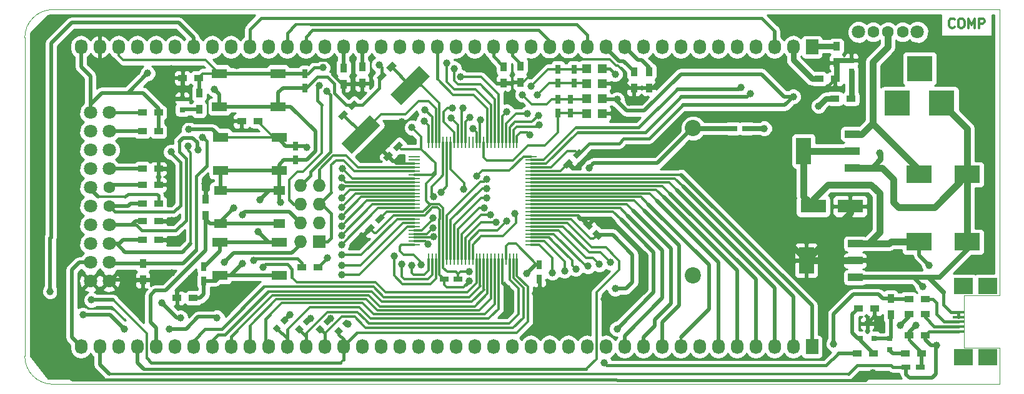
<source format=gtl>
G04 #@! TF.FileFunction,Copper,L1,Top,Signal*
%FSLAX46Y46*%
G04 Gerber Fmt 4.6, Leading zero omitted, Abs format (unit mm)*
G04 Created by KiCad (PCBNEW (2015-01-16 BZR 5376)-product) date 12-Jul-16 12:06:51 PM*
%MOMM*%
G01*
G04 APERTURE LIST*
%ADD10C,0.150000*%
%ADD11C,0.300000*%
%ADD12C,0.100000*%
%ADD13R,1.727200X1.727200*%
%ADD14O,1.727200X1.727200*%
%ADD15R,1.500000X0.400000*%
%ADD16R,2.500000X2.200000*%
%ADD17C,1.000760*%
%ADD18R,2.000000X1.300000*%
%ADD19R,1.800000X1.300000*%
%ADD20R,1.550000X1.300000*%
%ADD21C,2.200000*%
%ADD22R,0.750000X1.200000*%
%ADD23R,1.200000X0.750000*%
%ADD24R,3.500120X2.400300*%
%ADD25R,3.500120X3.500120*%
%ADD26R,0.797560X0.797560*%
%ADD27R,3.500120X1.800860*%
%ADD28R,2.032000X3.657600*%
%ADD29R,2.032000X1.016000*%
%ADD30R,1.198880X1.198880*%
%ADD31R,1.727200X2.032000*%
%ADD32O,1.727200X2.032000*%
%ADD33C,1.800000*%
%ADD34C,1.600000*%
%ADD35R,0.800100X0.800100*%
%ADD36R,0.900000X1.200000*%
%ADD37R,1.200000X0.900000*%
%ADD38R,0.280000X1.500000*%
%ADD39R,1.500000X0.280000*%
%ADD40C,1.000000*%
%ADD41C,0.381000*%
%ADD42C,0.508000*%
%ADD43C,0.304800*%
%ADD44C,0.889000*%
%ADD45C,0.635000*%
%ADD46C,0.762000*%
%ADD47C,0.254000*%
G04 APERTURE END LIST*
D10*
D11*
X214902143Y-83638571D02*
X214841667Y-83699048D01*
X214660238Y-83759524D01*
X214539286Y-83759524D01*
X214357858Y-83699048D01*
X214236905Y-83578095D01*
X214176429Y-83457143D01*
X214115953Y-83215238D01*
X214115953Y-83033810D01*
X214176429Y-82791905D01*
X214236905Y-82670952D01*
X214357858Y-82550000D01*
X214539286Y-82489524D01*
X214660238Y-82489524D01*
X214841667Y-82550000D01*
X214902143Y-82610476D01*
X215688334Y-82489524D02*
X215930238Y-82489524D01*
X216051191Y-82550000D01*
X216172143Y-82670952D01*
X216232619Y-82912857D01*
X216232619Y-83336190D01*
X216172143Y-83578095D01*
X216051191Y-83699048D01*
X215930238Y-83759524D01*
X215688334Y-83759524D01*
X215567381Y-83699048D01*
X215446429Y-83578095D01*
X215385953Y-83336190D01*
X215385953Y-82912857D01*
X215446429Y-82670952D01*
X215567381Y-82550000D01*
X215688334Y-82489524D01*
X216776905Y-83759524D02*
X216776905Y-82489524D01*
X217200238Y-83396667D01*
X217623572Y-82489524D01*
X217623572Y-83759524D01*
X218228334Y-83759524D02*
X218228334Y-82489524D01*
X218712143Y-82489524D01*
X218833096Y-82550000D01*
X218893572Y-82610476D01*
X218954048Y-82731429D01*
X218954048Y-82912857D01*
X218893572Y-83033810D01*
X218833096Y-83094286D01*
X218712143Y-83154762D01*
X218228334Y-83154762D01*
D12*
X220980000Y-120015000D02*
X220980000Y-81280000D01*
X220980000Y-132080000D02*
X220980000Y-127127000D01*
X216154000Y-127127000D02*
X220980000Y-127127000D01*
X216154000Y-120015000D02*
X216154000Y-127127000D01*
X220980000Y-120015000D02*
X216154000Y-120015000D01*
X92710000Y-81280000D02*
X218440000Y-81280000D01*
X92710000Y-132080000D02*
X220980000Y-132080000D01*
X88900000Y-85090000D02*
X88900000Y-128270000D01*
X88900000Y-128270000D02*
G75*
G03X92710000Y-132080000I3810000J0D01*
G01*
X92710000Y-81280000D02*
G75*
G03X88900000Y-85090000I0J-3810000D01*
G01*
X218440000Y-81280000D02*
X220980000Y-81280000D01*
D13*
X128778000Y-112776000D03*
D14*
X126238000Y-112776000D03*
X128778000Y-110236000D03*
X126238000Y-110236000D03*
X128778000Y-107696000D03*
X126238000Y-107696000D03*
X128778000Y-105156000D03*
X126238000Y-105156000D03*
D15*
X215400000Y-124900000D03*
X215400000Y-124250000D03*
X215400000Y-123600000D03*
X215400000Y-122950000D03*
X215400000Y-122300000D03*
D16*
X216100000Y-128425000D03*
X219400000Y-128425000D03*
X216100000Y-118775000D03*
X219400000Y-118775000D03*
D17*
X146824700Y-94615000D03*
X148323300Y-94615000D03*
D18*
X123384000Y-112808000D03*
X123384000Y-117308000D03*
X115384000Y-112808000D03*
X115384000Y-117308000D03*
D19*
X115405000Y-110327000D03*
X115405000Y-105827000D03*
D20*
X123355000Y-105827000D03*
X123355000Y-110327000D03*
D18*
X123355000Y-98588000D03*
X123355000Y-103088000D03*
X115405000Y-103088000D03*
X115405000Y-98588000D03*
X123228000Y-89952000D03*
X123228000Y-94452000D03*
X115278000Y-94452000D03*
X115278000Y-89952000D03*
D21*
X179451000Y-97348040D03*
X179451000Y-117348000D03*
D22*
X126873000Y-91882000D03*
X126873000Y-89982000D03*
X125603000Y-101661000D03*
X125603000Y-99761000D03*
D10*
G36*
X138752850Y-88300820D02*
X139283180Y-88831150D01*
X138434652Y-89679678D01*
X137904322Y-89149348D01*
X138752850Y-88300820D01*
X138752850Y-88300820D01*
G37*
G36*
X137409348Y-89644322D02*
X137939678Y-90174652D01*
X137091150Y-91023180D01*
X136560820Y-90492850D01*
X137409348Y-89644322D01*
X137409348Y-89644322D01*
G37*
G36*
X133545850Y-93507820D02*
X134076180Y-94038150D01*
X133227652Y-94886678D01*
X132697322Y-94356348D01*
X133545850Y-93507820D01*
X133545850Y-93507820D01*
G37*
G36*
X132202348Y-94851322D02*
X132732678Y-95381652D01*
X131884150Y-96230180D01*
X131353820Y-95699850D01*
X132202348Y-94851322D01*
X132202348Y-94851322D01*
G37*
D23*
X184851000Y-97409000D03*
X186751000Y-97409000D03*
D10*
G36*
X139641850Y-99095820D02*
X140172180Y-99626150D01*
X139323652Y-100474678D01*
X138793322Y-99944348D01*
X139641850Y-99095820D01*
X139641850Y-99095820D01*
G37*
G36*
X138298348Y-100439322D02*
X138828678Y-100969652D01*
X137980150Y-101818180D01*
X137449820Y-101287850D01*
X138298348Y-100439322D01*
X138298348Y-100439322D01*
G37*
D22*
X161163000Y-93411000D03*
X161163000Y-95311000D03*
X162814000Y-93411000D03*
X162814000Y-95311000D03*
D10*
G36*
X167223180Y-111955850D02*
X166692850Y-112486180D01*
X165844322Y-111637652D01*
X166374652Y-111107322D01*
X167223180Y-111955850D01*
X167223180Y-111955850D01*
G37*
G36*
X165879678Y-110612348D02*
X165349348Y-111142678D01*
X164500820Y-110294150D01*
X165031150Y-109763820D01*
X165879678Y-110612348D01*
X165879678Y-110612348D01*
G37*
D23*
X147635000Y-117856000D03*
X145735000Y-117856000D03*
D22*
X158623000Y-115890000D03*
X158623000Y-117790000D03*
X163322000Y-89347000D03*
X163322000Y-91247000D03*
X161163000Y-89347000D03*
X161163000Y-91247000D03*
D10*
G36*
X137165350Y-108938320D02*
X137695680Y-109468650D01*
X136847152Y-110317178D01*
X136316822Y-109786848D01*
X137165350Y-108938320D01*
X137165350Y-108938320D01*
G37*
G36*
X135821848Y-110281822D02*
X136352178Y-110812152D01*
X135503650Y-111660680D01*
X134973320Y-111130350D01*
X135821848Y-110281822D01*
X135821848Y-110281822D01*
G37*
G36*
X164025850Y-100111820D02*
X164556180Y-100642150D01*
X163707652Y-101490678D01*
X163177322Y-100960348D01*
X164025850Y-100111820D01*
X164025850Y-100111820D01*
G37*
G36*
X162682348Y-101455322D02*
X163212678Y-101985652D01*
X162364150Y-102834180D01*
X161833820Y-102303850D01*
X162682348Y-101455322D01*
X162682348Y-101455322D01*
G37*
D23*
X208346000Y-129794000D03*
X210246000Y-129794000D03*
D24*
X210108800Y-103632000D03*
X216611200Y-103632000D03*
X210108800Y-112776000D03*
X216611200Y-112776000D03*
D25*
X207159860Y-93980000D03*
X213159340Y-93980000D03*
X210159600Y-89281000D03*
D26*
X110236000Y-93357700D03*
X110236000Y-94856300D03*
D10*
G36*
X131423165Y-125426795D02*
X130859205Y-124862835D01*
X131423165Y-124298875D01*
X131987125Y-124862835D01*
X131423165Y-125426795D01*
X131423165Y-125426795D01*
G37*
G36*
X132482835Y-124367125D02*
X131918875Y-123803165D01*
X132482835Y-123239205D01*
X133046795Y-123803165D01*
X132482835Y-124367125D01*
X132482835Y-124367125D01*
G37*
G36*
X128883165Y-125172795D02*
X128319205Y-124608835D01*
X128883165Y-124044875D01*
X129447125Y-124608835D01*
X128883165Y-125172795D01*
X128883165Y-125172795D01*
G37*
G36*
X129942835Y-124113125D02*
X129378875Y-123549165D01*
X129942835Y-122985205D01*
X130506795Y-123549165D01*
X129942835Y-124113125D01*
X129942835Y-124113125D01*
G37*
G36*
X126089165Y-125172795D02*
X125525205Y-124608835D01*
X126089165Y-124044875D01*
X126653125Y-124608835D01*
X126089165Y-125172795D01*
X126089165Y-125172795D01*
G37*
G36*
X127148835Y-124113125D02*
X126584875Y-123549165D01*
X127148835Y-122985205D01*
X127712795Y-123549165D01*
X127148835Y-124113125D01*
X127148835Y-124113125D01*
G37*
G36*
X123041165Y-125045795D02*
X122477205Y-124481835D01*
X123041165Y-123917875D01*
X123605125Y-124481835D01*
X123041165Y-125045795D01*
X123041165Y-125045795D01*
G37*
G36*
X124100835Y-123986125D02*
X123536875Y-123422165D01*
X124100835Y-122858205D01*
X124664795Y-123422165D01*
X124100835Y-123986125D01*
X124100835Y-123986125D01*
G37*
D27*
X200746360Y-107950000D03*
X195747640Y-107950000D03*
D26*
X206121000Y-125869700D03*
X206121000Y-127368300D03*
D28*
X194818000Y-115316000D03*
D29*
X201422000Y-115316000D03*
X201422000Y-113030000D03*
X201422000Y-117602000D03*
D28*
X194437000Y-100457000D03*
D29*
X201041000Y-100457000D03*
X201041000Y-98171000D03*
X201041000Y-102743000D03*
D30*
X165066980Y-93345000D03*
X167165020Y-93345000D03*
X165066980Y-95377000D03*
X167165020Y-95377000D03*
X165066980Y-89281000D03*
X167165020Y-89281000D03*
X165066980Y-91313000D03*
X167165020Y-91313000D03*
D31*
X195580000Y-86360000D03*
D32*
X193040000Y-86360000D03*
X190500000Y-86360000D03*
X187960000Y-86360000D03*
X185420000Y-86360000D03*
X182880000Y-86360000D03*
X180340000Y-86360000D03*
X177800000Y-86360000D03*
X175260000Y-86360000D03*
X172720000Y-86360000D03*
X170180000Y-86360000D03*
X167640000Y-86360000D03*
X165100000Y-86360000D03*
X162560000Y-86360000D03*
X160020000Y-86360000D03*
X157480000Y-86360000D03*
X154940000Y-86360000D03*
X152400000Y-86360000D03*
X149860000Y-86360000D03*
X147320000Y-86360000D03*
X144780000Y-86360000D03*
X142240000Y-86360000D03*
X139700000Y-86360000D03*
X137160000Y-86360000D03*
X134620000Y-86360000D03*
X132080000Y-86360000D03*
X129540000Y-86360000D03*
X127000000Y-86360000D03*
X124460000Y-86360000D03*
X121920000Y-86360000D03*
X119380000Y-86360000D03*
X116840000Y-86360000D03*
X114300000Y-86360000D03*
X111760000Y-86360000D03*
X109220000Y-86360000D03*
X106680000Y-86360000D03*
X104140000Y-86360000D03*
X101600000Y-86360000D03*
X99060000Y-86360000D03*
X96520000Y-86360000D03*
D33*
X100330000Y-118110000D03*
X97790000Y-118110000D03*
X100330000Y-115570000D03*
X97790000Y-115570000D03*
X100330000Y-113030000D03*
X97790000Y-113030000D03*
X100330000Y-110490000D03*
X97790000Y-110490000D03*
D34*
X100330000Y-107950000D03*
D33*
X97790000Y-107950000D03*
D34*
X100330000Y-105410000D03*
D33*
X97790000Y-105410000D03*
X100330000Y-102870000D03*
X97790000Y-102870000D03*
X100330000Y-100330000D03*
X97790000Y-100330000D03*
X100330000Y-97790000D03*
X97790000Y-97790000D03*
X100330000Y-95250000D03*
X97790000Y-95250000D03*
D31*
X195580000Y-127000000D03*
D32*
X193040000Y-127000000D03*
X190500000Y-127000000D03*
X187960000Y-127000000D03*
X185420000Y-127000000D03*
X182880000Y-127000000D03*
X180340000Y-127000000D03*
X177800000Y-127000000D03*
X175260000Y-127000000D03*
X172720000Y-127000000D03*
X170180000Y-127000000D03*
X167640000Y-127000000D03*
X165100000Y-127000000D03*
X162560000Y-127000000D03*
X160020000Y-127000000D03*
X157480000Y-127000000D03*
X154940000Y-127000000D03*
X152400000Y-127000000D03*
X149860000Y-127000000D03*
X147320000Y-127000000D03*
X144780000Y-127000000D03*
X142240000Y-127000000D03*
X139700000Y-127000000D03*
X137160000Y-127000000D03*
X134620000Y-127000000D03*
X132080000Y-127000000D03*
X129540000Y-127000000D03*
X127000000Y-127000000D03*
X124460000Y-127000000D03*
X121920000Y-127000000D03*
X119380000Y-127000000D03*
X116840000Y-127000000D03*
X114300000Y-127000000D03*
X111760000Y-127000000D03*
X109220000Y-127000000D03*
X106680000Y-127000000D03*
X104140000Y-127000000D03*
X101600000Y-127000000D03*
X99060000Y-127000000D03*
X96520000Y-127000000D03*
D35*
X202123000Y-125841760D03*
X204023000Y-125841760D03*
X203073000Y-123842780D03*
D36*
X112522000Y-94826000D03*
X112522000Y-92626000D03*
D37*
X112479000Y-90551000D03*
X110279000Y-90551000D03*
D36*
X104902000Y-115740000D03*
X104902000Y-117940000D03*
D37*
X104818000Y-112522000D03*
X107018000Y-112522000D03*
X104818000Y-109982000D03*
X107018000Y-109982000D03*
X104818000Y-107569000D03*
X107018000Y-107569000D03*
X104818000Y-105029000D03*
X107018000Y-105029000D03*
X104818000Y-102870000D03*
X107018000Y-102870000D03*
X104818000Y-97790000D03*
X107018000Y-97790000D03*
X104818000Y-95250000D03*
X107018000Y-95250000D03*
X120480000Y-96393000D03*
X118280000Y-96393000D03*
D36*
X132080000Y-89197000D03*
X132080000Y-91397000D03*
X134620000Y-89070000D03*
X134620000Y-91270000D03*
X153797000Y-89070000D03*
X153797000Y-91270000D03*
X156083000Y-88943000D03*
X156083000Y-91143000D03*
X171450000Y-89705000D03*
X171450000Y-91905000D03*
X173482000Y-89705000D03*
X173482000Y-91905000D03*
D37*
X196512000Y-90678000D03*
X198712000Y-90678000D03*
X210904000Y-125476000D03*
X208704000Y-125476000D03*
D36*
X198882000Y-86276000D03*
X198882000Y-88476000D03*
D37*
X208704000Y-122555000D03*
X210904000Y-122555000D03*
X208704000Y-120523000D03*
X210904000Y-120523000D03*
X128608000Y-116205000D03*
X126408000Y-116205000D03*
D36*
X206248000Y-120439000D03*
X206248000Y-122639000D03*
D37*
X210396000Y-127889000D03*
X208196000Y-127889000D03*
D36*
X113411000Y-109177000D03*
X113411000Y-106977000D03*
D37*
X201846000Y-121793000D03*
X204046000Y-121793000D03*
X203919000Y-127889000D03*
X201719000Y-127889000D03*
X198671000Y-93345000D03*
X200871000Y-93345000D03*
D34*
X207867000Y-84328000D03*
X205867000Y-84328000D03*
X203867000Y-84328000D03*
D33*
X201867000Y-84328000D03*
X209867000Y-84328000D03*
D38*
X155606000Y-99288000D03*
X155106000Y-99288000D03*
X154606000Y-99288000D03*
X154106000Y-99288000D03*
X153606000Y-99288000D03*
X153106000Y-99288000D03*
X152606000Y-99288000D03*
X152106000Y-99288000D03*
X151606000Y-99288000D03*
X151106000Y-99288000D03*
X150606000Y-99288000D03*
X150106000Y-99288000D03*
X149606000Y-99288000D03*
X149106000Y-99288000D03*
X148606000Y-99288000D03*
X148106000Y-99288000D03*
X147606000Y-99288000D03*
X147106000Y-99288000D03*
X146606000Y-99288000D03*
X146106000Y-99288000D03*
X145606000Y-99288000D03*
X145106000Y-99288000D03*
X144606000Y-99288000D03*
X144106000Y-99288000D03*
X143606000Y-99288000D03*
D39*
X141706000Y-101188000D03*
X141706000Y-101688000D03*
X141706000Y-102188000D03*
X141706000Y-102688000D03*
X141706000Y-103188000D03*
X141706000Y-103688000D03*
X141706000Y-104188000D03*
X141706000Y-104688000D03*
X141706000Y-105188000D03*
X141706000Y-105688000D03*
X141706000Y-106188000D03*
X141706000Y-106688000D03*
X141706000Y-107188000D03*
X141706000Y-107688000D03*
X141706000Y-108188000D03*
X141706000Y-108688000D03*
X141706000Y-109188000D03*
X141706000Y-109688000D03*
X141706000Y-110188000D03*
X141706000Y-110688000D03*
X141706000Y-111188000D03*
X141706000Y-111688000D03*
X141706000Y-112188000D03*
X141706000Y-112688000D03*
X141706000Y-113188000D03*
D38*
X143606000Y-115088000D03*
X144106000Y-115088000D03*
X144606000Y-115088000D03*
X145106000Y-115088000D03*
X145606000Y-115088000D03*
X146106000Y-115088000D03*
X146606000Y-115088000D03*
X147106000Y-115088000D03*
X147606000Y-115088000D03*
X148106000Y-115088000D03*
X148606000Y-115088000D03*
X149106000Y-115088000D03*
X149606000Y-115088000D03*
X150106000Y-115088000D03*
X150606000Y-115088000D03*
X151106000Y-115088000D03*
X151606000Y-115088000D03*
X152106000Y-115088000D03*
X152606000Y-115088000D03*
X153106000Y-115088000D03*
X153606000Y-115088000D03*
X154106000Y-115088000D03*
X154606000Y-115088000D03*
X155106000Y-115088000D03*
X155606000Y-115088000D03*
D39*
X157506000Y-113188000D03*
X157506000Y-112688000D03*
X157506000Y-112188000D03*
X157506000Y-111688000D03*
X157506000Y-111188000D03*
X157506000Y-110688000D03*
X157506000Y-110188000D03*
X157506000Y-109688000D03*
X157506000Y-109188000D03*
X157506000Y-108688000D03*
X157506000Y-108188000D03*
X157506000Y-107688000D03*
X157506000Y-107188000D03*
X157506000Y-106688000D03*
X157506000Y-106188000D03*
X157506000Y-105688000D03*
X157506000Y-105188000D03*
X157506000Y-104688000D03*
X157506000Y-104188000D03*
X157506000Y-103688000D03*
X157506000Y-103188000D03*
X157506000Y-102688000D03*
X157506000Y-102188000D03*
X157506000Y-101688000D03*
X157506000Y-101188000D03*
D10*
G36*
X142355174Y-88895333D02*
X143768667Y-90308826D01*
X139880216Y-94197277D01*
X138466723Y-92783784D01*
X142355174Y-88895333D01*
X142355174Y-88895333D01*
G37*
G36*
X135709784Y-95540723D02*
X137123277Y-96954216D01*
X133234826Y-100842667D01*
X131821333Y-99429174D01*
X135709784Y-95540723D01*
X135709784Y-95540723D01*
G37*
D26*
X200914000Y-88150700D03*
X200914000Y-89649300D03*
D22*
X113157000Y-116144000D03*
X113157000Y-118044000D03*
D37*
X111717000Y-120396000D03*
X109517000Y-120396000D03*
D40*
X203800000Y-130500000D03*
X204724000Y-124333000D03*
X109093000Y-112903000D03*
X111379000Y-117729000D03*
X113284000Y-104902000D03*
X170815000Y-93853000D03*
X108712000Y-89281000D03*
X117602000Y-88900000D03*
X139954000Y-96520000D03*
X108331000Y-93091000D03*
X169037000Y-95377000D03*
X191770000Y-115062000D03*
X167386000Y-120523000D03*
X149161500Y-118110000D03*
X154305000Y-119126000D03*
X158115000Y-119761000D03*
X108712000Y-106426000D03*
X108839000Y-109855000D03*
X108839000Y-116967000D03*
X206502000Y-115697000D03*
X93726000Y-113792000D03*
X212471000Y-126809500D03*
X109982000Y-123063000D03*
X107442000Y-121031000D03*
X119888000Y-115316000D03*
X211455000Y-115951000D03*
X150114000Y-103886000D03*
X185928000Y-91821000D03*
X92329000Y-119507000D03*
X96774000Y-122682000D03*
X102362000Y-124587000D03*
X108458000Y-124587000D03*
X114935000Y-123063000D03*
X143129000Y-94869000D03*
X151511000Y-106807000D03*
X143573500Y-113093500D03*
X144208500Y-110871000D03*
X143002000Y-96393000D03*
X151130000Y-108204000D03*
X144272000Y-112077500D03*
X144208500Y-109537500D03*
X154178000Y-95123000D03*
X108712000Y-100584000D03*
X157353000Y-98298000D03*
X158623000Y-96901000D03*
X110998000Y-99822000D03*
X158496000Y-95631000D03*
X112395000Y-100330000D03*
X187198000Y-92710000D03*
X97917000Y-120650000D03*
X121158000Y-116205000D03*
X167386000Y-129159000D03*
X129921000Y-114935000D03*
X144272000Y-106680000D03*
X117221000Y-108204000D03*
X141351000Y-115951000D03*
X146685000Y-96012000D03*
X129286000Y-89154000D03*
X156972000Y-95377000D03*
X113000000Y-98600000D03*
X209677000Y-124079000D03*
X210566000Y-118808500D03*
X120523000Y-111379000D03*
X120777000Y-107061000D03*
X123571000Y-107442000D03*
X136906000Y-88773000D03*
X141351000Y-97282000D03*
X169164000Y-93472000D03*
X168910000Y-90043000D03*
X204724000Y-100711000D03*
X196469000Y-94361000D03*
X189103000Y-97409000D03*
X193040000Y-93091000D03*
X168910000Y-119126000D03*
X156908500Y-117094000D03*
X149098000Y-116840000D03*
X105537000Y-89916000D03*
X114554000Y-92075000D03*
X129794000Y-92329000D03*
X128778000Y-91567000D03*
X127127000Y-99949000D03*
X111125000Y-97536000D03*
X138938000Y-114681000D03*
X118364000Y-115697000D03*
X139954000Y-115824000D03*
X165354000Y-102743000D03*
X148336000Y-105664000D03*
X150622000Y-96266000D03*
X156337000Y-92837000D03*
X157480000Y-91694000D03*
X149225000Y-95885000D03*
X149606000Y-97409000D03*
X158369000Y-92837000D03*
X132715000Y-123952000D03*
X130302000Y-123190000D03*
X127635000Y-123190000D03*
X124841000Y-122682000D03*
X168275000Y-115570000D03*
X166751000Y-115824000D03*
X151511000Y-105537000D03*
X151511000Y-104267000D03*
X146050000Y-88519000D03*
X147066000Y-89281000D03*
X147955000Y-90424000D03*
X142621000Y-115887500D03*
X131953000Y-102870000D03*
X131826000Y-104140000D03*
X131826000Y-105410000D03*
X131826000Y-106807000D03*
X131826000Y-108077000D03*
X131826000Y-109347000D03*
X131826000Y-110617000D03*
X131826000Y-111887000D03*
X131826000Y-113157000D03*
X131826000Y-114554000D03*
X131826000Y-115951000D03*
X131826000Y-117221000D03*
X145288000Y-106045000D03*
X169164000Y-124587000D03*
X207518000Y-124079000D03*
X115951000Y-115570000D03*
X118364000Y-109093000D03*
X198501000Y-126619000D03*
X165227000Y-116078000D03*
X163576000Y-116459000D03*
X162052000Y-116713000D03*
X160401000Y-116967000D03*
X154178000Y-109982000D03*
X155321000Y-108966000D03*
X152781000Y-110109000D03*
X152019000Y-109093000D03*
D41*
X203800000Y-130500000D02*
X203800000Y-130600000D01*
X202828000Y-131572000D02*
X202565000Y-131572000D01*
X203800000Y-130600000D02*
X202828000Y-131572000D01*
X170307000Y-131572000D02*
X169164000Y-131572000D01*
X202565000Y-131572000D02*
X170307000Y-131572000D01*
X169164000Y-131572000D02*
X169037000Y-131445000D01*
D42*
X203073000Y-123842780D02*
X204233780Y-123842780D01*
X204233780Y-123842780D02*
X204724000Y-124333000D01*
X108712000Y-106426000D02*
X108712000Y-105537000D01*
X108204000Y-105029000D02*
X107018000Y-105029000D01*
X108712000Y-105537000D02*
X108204000Y-105029000D01*
D41*
X117602000Y-88900000D02*
X120396000Y-88900000D01*
X129794000Y-88138000D02*
X130556000Y-88900000D01*
X128651000Y-88138000D02*
X129794000Y-88138000D01*
X128524000Y-88265000D02*
X128651000Y-88138000D01*
X121031000Y-88265000D02*
X128524000Y-88265000D01*
X120396000Y-88900000D02*
X121031000Y-88265000D01*
D42*
X110236000Y-93357700D02*
X108597700Y-93357700D01*
X108597700Y-93357700D02*
X108331000Y-93091000D01*
X107018000Y-109982000D02*
X108712000Y-109982000D01*
X108712000Y-109982000D02*
X108839000Y-109855000D01*
X109093000Y-112903000D02*
X108712000Y-112522000D01*
X108712000Y-112522000D02*
X107018000Y-112522000D01*
X104902000Y-117940000D02*
X100500000Y-117940000D01*
X100500000Y-117940000D02*
X100330000Y-118110000D01*
X109517000Y-120396000D02*
X109517000Y-119591000D01*
X109517000Y-119591000D02*
X111379000Y-117729000D01*
X113411000Y-106977000D02*
X113411000Y-105029000D01*
X113411000Y-105029000D02*
X113284000Y-104902000D01*
X118280000Y-96393000D02*
X115316000Y-96393000D01*
D43*
X171450000Y-91905000D02*
X170899000Y-91905000D01*
X159512000Y-88011000D02*
X156380000Y-91143000D01*
X168148000Y-88011000D02*
X159512000Y-88011000D01*
X169037000Y-88900000D02*
X168148000Y-88011000D01*
X169291000Y-88900000D02*
X169037000Y-88900000D01*
X170180000Y-89789000D02*
X169291000Y-88900000D01*
X170180000Y-91186000D02*
X170180000Y-89789000D01*
X170899000Y-91905000D02*
X170180000Y-91186000D01*
X156380000Y-91143000D02*
X156083000Y-91143000D01*
X168994000Y-91905000D02*
X168783000Y-91694000D01*
D42*
X171450000Y-91905000D02*
X173482000Y-91905000D01*
X171450000Y-93218000D02*
X171450000Y-91905000D01*
X170815000Y-93853000D02*
X171450000Y-93218000D01*
X107315000Y-92075000D02*
X108331000Y-93091000D01*
X107315000Y-90678000D02*
X107315000Y-92075000D01*
X108712000Y-89281000D02*
X107315000Y-90678000D01*
D43*
X132080000Y-91397000D02*
X131910000Y-91397000D01*
D41*
X131910000Y-91397000D02*
X130556000Y-90043000D01*
D43*
X138139249Y-101128751D02*
X138139249Y-101055249D01*
X138139249Y-101055249D02*
X137287000Y-100203000D01*
X137287000Y-100203000D02*
X137287000Y-99187000D01*
X137287000Y-99187000D02*
X139954000Y-96520000D01*
X108331000Y-93091000D02*
X108597700Y-93357700D01*
X141706000Y-102188000D02*
X139198498Y-102188000D01*
X139198498Y-102188000D02*
X138139249Y-101128751D01*
D42*
X169037000Y-95377000D02*
X167165020Y-95377000D01*
X168402000Y-91313000D02*
X167165020Y-91313000D01*
D43*
X168994000Y-91905000D02*
X168783000Y-91694000D01*
D42*
X168783000Y-91694000D02*
X168402000Y-91313000D01*
X191262000Y-88900000D02*
X179197000Y-88900000D01*
X197104000Y-92075000D02*
X194437000Y-92075000D01*
X177038000Y-88900000D02*
X174033000Y-91905000D01*
X174033000Y-91905000D02*
X173482000Y-91905000D01*
X179197000Y-88900000D02*
X177038000Y-88900000D01*
X194437000Y-92075000D02*
X191262000Y-88900000D01*
D41*
X170942000Y-99822000D02*
X173990000Y-99822000D01*
X163322000Y-102743000D02*
X163830000Y-102743000D01*
X163830000Y-102743000D02*
X165481000Y-101092000D01*
X165481000Y-101092000D02*
X169672000Y-101092000D01*
X169672000Y-101092000D02*
X170942000Y-99822000D01*
X162723751Y-102144751D02*
X163322000Y-102743000D01*
D42*
X178308000Y-95504000D02*
X187071000Y-95504000D01*
D41*
X173990000Y-99822000D02*
X178308000Y-95504000D01*
D43*
X162523249Y-102144751D02*
X162723751Y-102144751D01*
D42*
X191770000Y-115062000D02*
X192024000Y-115316000D01*
X192024000Y-115316000D02*
X194818000Y-115316000D01*
D43*
X162306000Y-109188000D02*
X163925000Y-109188000D01*
X163925000Y-109188000D02*
X164338000Y-109601000D01*
X164369750Y-109632750D02*
X165190249Y-110453249D01*
X164338000Y-109601000D02*
X164369750Y-109632750D01*
X141706000Y-109188000D02*
X138906500Y-109188000D01*
X136260998Y-111569500D02*
X135662749Y-110971251D01*
X136525000Y-111569500D02*
X136260998Y-111569500D01*
X138906500Y-109188000D02*
X136525000Y-111569500D01*
X141706000Y-109188000D02*
X143081502Y-109188000D01*
X145123398Y-109736500D02*
X145106000Y-109736500D01*
X145123398Y-108394500D02*
X145123398Y-109736500D01*
X144844000Y-108115102D02*
X145123398Y-108394500D01*
X144154400Y-108115102D02*
X144844000Y-108115102D01*
X143081502Y-109188000D02*
X144154400Y-108115102D01*
X145106000Y-115088000D02*
X145106000Y-109736500D01*
X145106000Y-109736500D02*
X145106000Y-109736500D01*
X145735000Y-117856000D02*
X145735000Y-118557000D01*
X148336000Y-118935500D02*
X149161500Y-118110000D01*
X146113500Y-118935500D02*
X148336000Y-118935500D01*
X145735000Y-118557000D02*
X146113500Y-118935500D01*
X145106000Y-115088000D02*
X145106000Y-117227000D01*
X145106000Y-117227000D02*
X145735000Y-117856000D01*
X153606000Y-115088000D02*
X153606000Y-118427000D01*
X153606000Y-118427000D02*
X154305000Y-119126000D01*
X158623000Y-119253000D02*
X158623000Y-117790000D01*
X158115000Y-119761000D02*
X158623000Y-119253000D01*
X157506000Y-103188000D02*
X161480000Y-103188000D01*
X161480000Y-103188000D02*
X162523249Y-102144751D01*
X157506000Y-109188000D02*
X162306000Y-109188000D01*
X156083000Y-91143000D02*
X153924000Y-91143000D01*
X153924000Y-91143000D02*
X153797000Y-91270000D01*
D41*
X197315000Y-92075000D02*
X198712000Y-90678000D01*
X197104000Y-92075000D02*
X197315000Y-92075000D01*
X196723000Y-92075000D02*
X197104000Y-92075000D01*
D44*
X200746360Y-107950000D02*
X200746360Y-108879640D01*
X200746360Y-108879640D02*
X198120000Y-111506000D01*
X198120000Y-111506000D02*
X198120000Y-112014000D01*
X198120000Y-112014000D02*
X194818000Y-115316000D01*
X201422000Y-115316000D02*
X194818000Y-115316000D01*
D42*
X110617000Y-96393000D02*
X108712000Y-98298000D01*
D41*
X116205000Y-96393000D02*
X115316000Y-96393000D01*
D42*
X115316000Y-96393000D02*
X110617000Y-96393000D01*
X107018000Y-102870000D02*
X107018000Y-100500000D01*
D41*
X109207300Y-93357700D02*
X110236000Y-93357700D01*
D42*
X108712000Y-93853000D02*
X109207300Y-93357700D01*
X108712000Y-98806000D02*
X108712000Y-98298000D01*
X108712000Y-98298000D02*
X108712000Y-93853000D01*
X107018000Y-100500000D02*
X108712000Y-98806000D01*
X108712000Y-106426000D02*
X108712000Y-103251000D01*
X108331000Y-102870000D02*
X107018000Y-102870000D01*
X108712000Y-103251000D02*
X108331000Y-102870000D01*
D41*
X108839000Y-109855000D02*
X108712000Y-109982000D01*
D42*
X104902000Y-117940000D02*
X107866000Y-117940000D01*
X108712000Y-112522000D02*
X107018000Y-112522000D01*
X107866000Y-117940000D02*
X108839000Y-116967000D01*
X110236000Y-93357700D02*
X110236000Y-90594000D01*
D43*
X110236000Y-90594000D02*
X110279000Y-90551000D01*
D45*
X200914000Y-88150700D02*
X199207300Y-88150700D01*
X199207300Y-88150700D02*
X198882000Y-88476000D01*
D46*
X198882000Y-90508000D02*
X198712000Y-90678000D01*
X198882000Y-88476000D02*
X198882000Y-90508000D01*
D43*
X100500000Y-117940000D02*
X100330000Y-118110000D01*
X134493000Y-91397000D02*
X134620000Y-91270000D01*
D41*
X132080000Y-91397000D02*
X134493000Y-91397000D01*
D43*
X206121000Y-115316000D02*
X206502000Y-115697000D01*
D45*
X201422000Y-115316000D02*
X206121000Y-115316000D01*
D43*
X169164000Y-131572000D02*
X169037000Y-131445000D01*
D41*
X169037000Y-131445000D02*
X95377000Y-131445000D01*
D42*
X95377000Y-131445000D02*
X93472000Y-129540000D01*
X93472000Y-129540000D02*
X93472000Y-114046000D01*
D43*
X93472000Y-114046000D02*
X93726000Y-113792000D01*
D46*
X191262000Y-98425000D02*
X191262000Y-97917000D01*
X191262000Y-111760000D02*
X191262000Y-98425000D01*
X194818000Y-115316000D02*
X191262000Y-111760000D01*
D42*
X190881000Y-95504000D02*
X191516000Y-95504000D01*
X187071000Y-95504000D02*
X190881000Y-95504000D01*
X196723000Y-92075000D02*
X197104000Y-92075000D01*
X193421000Y-95377000D02*
X196723000Y-92075000D01*
X192278000Y-96520000D02*
X193421000Y-95377000D01*
X168402000Y-91313000D02*
X167165020Y-91313000D01*
X168994000Y-91905000D02*
X168402000Y-91313000D01*
X171450000Y-91905000D02*
X168994000Y-91905000D01*
X191262000Y-97536000D02*
X193421000Y-95377000D01*
X191262000Y-98425000D02*
X191262000Y-97536000D01*
X193294000Y-95504000D02*
X193421000Y-95377000D01*
X190881000Y-95504000D02*
X193294000Y-95504000D01*
X167862250Y-109632750D02*
X172593000Y-114363500D01*
X172593000Y-114363500D02*
X172593000Y-118999000D01*
X172593000Y-118999000D02*
X171069000Y-120523000D01*
X171069000Y-120523000D02*
X167386000Y-120523000D01*
X164369750Y-109632750D02*
X167862250Y-109632750D01*
D41*
X130556000Y-90043000D02*
X130556000Y-88900000D01*
D42*
X204046000Y-121793000D02*
X204046000Y-122869780D01*
X204046000Y-122869780D02*
X203073000Y-123842780D01*
X212471000Y-126809500D02*
X211709000Y-126809500D01*
X210904000Y-126004500D02*
X210904000Y-125476000D01*
X211709000Y-126809500D02*
X210904000Y-126004500D01*
X212344000Y-130683000D02*
X212344000Y-126936500D01*
X208346000Y-130749000D02*
X208788000Y-131191000D01*
X208788000Y-131191000D02*
X211836000Y-131191000D01*
X211836000Y-131191000D02*
X212344000Y-130683000D01*
X208346000Y-130749000D02*
X208346000Y-129794000D01*
X212344000Y-126936500D02*
X212471000Y-126809500D01*
D41*
X215400000Y-124900000D02*
X211480000Y-124900000D01*
X211480000Y-124900000D02*
X210904000Y-125476000D01*
X201676000Y-129540000D02*
X206248000Y-129540000D01*
X206248000Y-129540000D02*
X206502000Y-129794000D01*
X206502000Y-129794000D02*
X208346000Y-129794000D01*
D42*
X99060000Y-127000000D02*
X99060000Y-129413000D01*
X100330000Y-130683000D02*
X99060000Y-129413000D01*
D43*
X200533000Y-130683000D02*
X100330000Y-130683000D01*
D41*
X201676000Y-129540000D02*
X200533000Y-130683000D01*
D43*
X210904000Y-125265000D02*
X210904000Y-125476000D01*
X109474000Y-123063000D02*
X109982000Y-123063000D01*
D42*
X107442000Y-121031000D02*
X109474000Y-123063000D01*
X119888000Y-115316000D02*
X120015000Y-115316000D01*
D43*
X120015000Y-115316000D02*
X120269000Y-115062000D01*
D41*
X120269000Y-115062000D02*
X125857000Y-115062000D01*
X125857000Y-115062000D02*
X126408000Y-115613000D01*
X126408000Y-115613000D02*
X126408000Y-116205000D01*
D43*
X126408000Y-116205000D02*
X126365000Y-116205000D01*
X210566000Y-112776000D02*
X210108800Y-112776000D01*
D46*
X195747640Y-107950000D02*
X195747640Y-107020360D01*
X203200000Y-113030000D02*
X201422000Y-113030000D01*
D44*
X204724000Y-111506000D02*
X203200000Y-113030000D01*
X204724000Y-106172000D02*
X204724000Y-111506000D01*
X203581000Y-105029000D02*
X204724000Y-106172000D01*
X197739000Y-105029000D02*
X203581000Y-105029000D01*
X195747640Y-107020360D02*
X197739000Y-105029000D01*
X210108800Y-112776000D02*
X206248000Y-112776000D01*
X206248000Y-112776000D02*
X205994000Y-113030000D01*
X205994000Y-113030000D02*
X201422000Y-113030000D01*
X194437000Y-100457000D02*
X194437000Y-106639360D01*
X194437000Y-106639360D02*
X195747640Y-107950000D01*
X201041000Y-100457000D02*
X194437000Y-100457000D01*
D43*
X210904000Y-125476000D02*
X210904000Y-125687000D01*
X210566000Y-112776000D02*
X210108800Y-112776000D01*
D42*
X211455000Y-115951000D02*
X210108800Y-114604800D01*
X210108800Y-114604800D02*
X210108800Y-112776000D01*
D43*
X156495000Y-101188000D02*
X157506000Y-101188000D01*
X150876000Y-103124000D02*
X150114000Y-103886000D01*
X154559000Y-103124000D02*
X150876000Y-103124000D01*
X156495000Y-101188000D02*
X154559000Y-103124000D01*
D42*
X104818000Y-105029000D02*
X100711000Y-105029000D01*
X100711000Y-105029000D02*
X100330000Y-105410000D01*
D43*
X100711000Y-105029000D02*
X100330000Y-105410000D01*
D42*
X182753000Y-92075000D02*
X185674000Y-92075000D01*
D43*
X185674000Y-92075000D02*
X185928000Y-91821000D01*
X159170000Y-101688000D02*
X163576000Y-97282000D01*
D41*
X163576000Y-97282000D02*
X172085000Y-97282000D01*
X172085000Y-97282000D02*
X177292000Y-92075000D01*
D42*
X177292000Y-92075000D02*
X182753000Y-92075000D01*
D43*
X157506000Y-101688000D02*
X159170000Y-101688000D01*
D42*
X111760000Y-85090000D02*
X111760000Y-86360000D01*
X109728000Y-83058000D02*
X111760000Y-85090000D01*
X95250000Y-83058000D02*
X109728000Y-83058000D01*
X92456000Y-85852000D02*
X95250000Y-83058000D01*
X92456000Y-112141000D02*
X92456000Y-85852000D01*
D41*
X92329000Y-112268000D02*
X92456000Y-112141000D01*
D42*
X92329000Y-119507000D02*
X92329000Y-112268000D01*
X100457000Y-122682000D02*
X96774000Y-122682000D01*
X102362000Y-124587000D02*
X100457000Y-122682000D01*
X110744000Y-124587000D02*
X108458000Y-124587000D01*
X112395000Y-122936000D02*
X110744000Y-124587000D01*
X114808000Y-122936000D02*
X112395000Y-122936000D01*
D43*
X114935000Y-123063000D02*
X114808000Y-122936000D01*
X155106000Y-115088000D02*
X155106000Y-117641000D01*
X155067000Y-124460000D02*
X152273000Y-124460000D01*
X156464000Y-123063000D02*
X155067000Y-124460000D01*
X156464000Y-118999000D02*
X156464000Y-123063000D01*
X155106000Y-117641000D02*
X156464000Y-118999000D01*
X134747000Y-124079000D02*
X134747000Y-124104398D01*
X133223000Y-122936000D02*
X131826000Y-122936000D01*
X131826000Y-122936000D02*
X129540000Y-125222000D01*
X133604000Y-122936000D02*
X134747000Y-124079000D01*
X133223000Y-122936000D02*
X133604000Y-122936000D01*
X134747000Y-124104398D02*
X135102602Y-124460000D01*
X135102602Y-124460000D02*
X152273000Y-124460000D01*
D41*
X129540000Y-125222000D02*
X129540000Y-127000000D01*
D43*
X129540000Y-125222000D02*
X129540000Y-127000000D01*
D41*
X128926835Y-124608835D02*
X129540000Y-125222000D01*
D43*
X128883165Y-124608835D02*
X128926835Y-124608835D01*
X144106000Y-95846000D02*
X143129000Y-94869000D01*
X144106000Y-99288000D02*
X144106000Y-95846000D01*
D42*
X132080000Y-89197000D02*
X132080000Y-86360000D01*
D43*
X153797000Y-89070000D02*
X153797000Y-89027000D01*
D41*
X153797000Y-89027000D02*
X152400000Y-87630000D01*
X152400000Y-87630000D02*
X152400000Y-86360000D01*
D43*
X147106000Y-110450000D02*
X150749000Y-106807000D01*
X150749000Y-106807000D02*
X151511000Y-106807000D01*
X147106000Y-115088000D02*
X147106000Y-110450000D01*
X171450000Y-89705000D02*
X171450000Y-89662000D01*
D42*
X171450000Y-89662000D02*
X170053000Y-88265000D01*
X170053000Y-88265000D02*
X169418000Y-88265000D01*
X169418000Y-88265000D02*
X167640000Y-86487000D01*
D43*
X167640000Y-86487000D02*
X167640000Y-86360000D01*
X167640000Y-86868000D02*
X167640000Y-86360000D01*
X167640000Y-86868000D02*
X167640000Y-86360000D01*
X141706000Y-112688000D02*
X143168000Y-112688000D01*
X143168000Y-112688000D02*
X143573500Y-113093500D01*
X167640000Y-86868000D02*
X167640000Y-86360000D01*
X141706000Y-111688000D02*
X143391500Y-111688000D01*
X143391500Y-111688000D02*
X144208500Y-110871000D01*
D46*
X193040000Y-88138000D02*
X193040000Y-86360000D01*
X195580000Y-90678000D02*
X193040000Y-88138000D01*
X196512000Y-90678000D02*
X195580000Y-90678000D01*
D43*
X143606000Y-99288000D02*
X143606000Y-96997000D01*
X143606000Y-96997000D02*
X143002000Y-96393000D01*
D42*
X134620000Y-89070000D02*
X134620000Y-86360000D01*
D43*
X156083000Y-88943000D02*
X156083000Y-88646000D01*
D41*
X156083000Y-88646000D02*
X154940000Y-87503000D01*
X154940000Y-87503000D02*
X154940000Y-86360000D01*
D43*
X147606000Y-111093000D02*
X150495000Y-108204000D01*
X150495000Y-108204000D02*
X151130000Y-108204000D01*
X147606000Y-115088000D02*
X147606000Y-111093000D01*
X173482000Y-89705000D02*
X173482000Y-89154000D01*
D42*
X173482000Y-89154000D02*
X172466000Y-88138000D01*
X172466000Y-88138000D02*
X171958000Y-88138000D01*
X171958000Y-88138000D02*
X170180000Y-86360000D01*
D43*
X141706000Y-112188000D02*
X144161500Y-112188000D01*
X144161500Y-112188000D02*
X144272000Y-112077500D01*
X141706000Y-111188000D02*
X142685000Y-111188000D01*
X144208500Y-109664500D02*
X144208500Y-109537500D01*
X142685000Y-111188000D02*
X144208500Y-109664500D01*
D46*
X195664000Y-86276000D02*
X195580000Y-86360000D01*
X198882000Y-86276000D02*
X195664000Y-86276000D01*
D42*
X104818000Y-107569000D02*
X103251000Y-107569000D01*
X102870000Y-107950000D02*
X100330000Y-107950000D01*
X103251000Y-107569000D02*
X102870000Y-107950000D01*
D43*
X100711000Y-107569000D02*
X100330000Y-107950000D01*
X108712000Y-100584000D02*
X108712000Y-100711000D01*
D41*
X101092000Y-108712000D02*
X100330000Y-107950000D01*
X109093000Y-108712000D02*
X101092000Y-108712000D01*
X109982000Y-107823000D02*
X109093000Y-108712000D01*
X109982000Y-101981000D02*
X109982000Y-107823000D01*
X108712000Y-100711000D02*
X109982000Y-101981000D01*
D43*
X153606000Y-95695000D02*
X154178000Y-95123000D01*
X108712000Y-100584000D02*
X108839000Y-100711000D01*
X153606000Y-99288000D02*
X153606000Y-95695000D01*
D42*
X104818000Y-102870000D02*
X100330000Y-102870000D01*
D43*
X155606000Y-99288000D02*
X155606000Y-98394000D01*
X155606000Y-98394000D02*
X156083000Y-97917000D01*
X156083000Y-97917000D02*
X156972000Y-97917000D01*
X156972000Y-97917000D02*
X157353000Y-98298000D01*
D42*
X104818000Y-112522000D02*
X102235000Y-112522000D01*
X101727000Y-113030000D02*
X100330000Y-113030000D01*
X102235000Y-112522000D02*
X101727000Y-113030000D01*
D43*
X155106000Y-99288000D02*
X155106000Y-97624000D01*
X158369000Y-97155000D02*
X158623000Y-96901000D01*
X155575000Y-97155000D02*
X158369000Y-97155000D01*
X155106000Y-97624000D02*
X155575000Y-97155000D01*
X110998000Y-99822000D02*
X110998000Y-100330000D01*
X110998000Y-100330000D02*
X111379000Y-100711000D01*
X111379000Y-100711000D02*
X111379000Y-113030000D01*
D42*
X111379000Y-113030000D02*
X110236000Y-114173000D01*
X110236000Y-114173000D02*
X102489000Y-114173000D01*
X102489000Y-114173000D02*
X101346000Y-113030000D01*
D43*
X101346000Y-113030000D02*
X100330000Y-113030000D01*
D41*
X108331000Y-111252000D02*
X104775000Y-111252000D01*
X104013000Y-110490000D02*
X100330000Y-110490000D01*
X104775000Y-111252000D02*
X104013000Y-110490000D01*
D42*
X104818000Y-109982000D02*
X103886000Y-109982000D01*
X103886000Y-109982000D02*
X103378000Y-110490000D01*
X103378000Y-110490000D02*
X100330000Y-110490000D01*
D43*
X155702000Y-96520000D02*
X157607000Y-96520000D01*
X157607000Y-96520000D02*
X158496000Y-95631000D01*
D42*
X110363000Y-98679000D02*
X109855000Y-99187000D01*
X111633000Y-98679000D02*
X110363000Y-98679000D01*
X112268000Y-99314000D02*
X111633000Y-98679000D01*
X112268000Y-100203000D02*
X112268000Y-99314000D01*
D43*
X112395000Y-100330000D02*
X112268000Y-100203000D01*
X103378000Y-110490000D02*
X100330000Y-110490000D01*
X103886000Y-109982000D02*
X103378000Y-110490000D01*
D41*
X109855000Y-100457000D02*
X109855000Y-100584000D01*
X109855000Y-99187000D02*
X109855000Y-100457000D01*
X109855000Y-100584000D02*
X110744000Y-101473000D01*
X110744000Y-101473000D02*
X110744000Y-109855000D01*
X110744000Y-109855000D02*
X109347000Y-111252000D01*
X109347000Y-111252000D02*
X108331000Y-111252000D01*
D43*
X154606000Y-97235000D02*
X155321000Y-96520000D01*
X155321000Y-96520000D02*
X155702000Y-96520000D01*
X154606000Y-99288000D02*
X154606000Y-97235000D01*
D42*
X184531000Y-93091000D02*
X186817000Y-93091000D01*
D43*
X186817000Y-93091000D02*
X187198000Y-92710000D01*
X159559000Y-102188000D02*
X163830000Y-97917000D01*
D41*
X163830000Y-97917000D02*
X172974000Y-97917000D01*
X172974000Y-97917000D02*
X177800000Y-93091000D01*
D42*
X177800000Y-93091000D02*
X184531000Y-93091000D01*
D43*
X157506000Y-102188000D02*
X159559000Y-102188000D01*
D41*
X190500000Y-84201000D02*
X188722000Y-82423000D01*
X188722000Y-82423000D02*
X120904000Y-82423000D01*
X120904000Y-82423000D02*
X119380000Y-83947000D01*
X119380000Y-83947000D02*
X119380000Y-86360000D01*
D42*
X190500000Y-86360000D02*
X190500000Y-84201000D01*
D43*
X105410000Y-126111000D02*
X105410000Y-125222000D01*
X105410000Y-128524000D02*
X105410000Y-126111000D01*
D41*
X106045000Y-129159000D02*
X105410000Y-128524000D01*
X131699000Y-129159000D02*
X106045000Y-129159000D01*
D43*
X132080000Y-128778000D02*
X131699000Y-129159000D01*
D41*
X132080000Y-127000000D02*
X132080000Y-128778000D01*
D42*
X100838000Y-120650000D02*
X97917000Y-120650000D01*
D43*
X105410000Y-125222000D02*
X100838000Y-120650000D01*
X155606000Y-115088000D02*
X155606000Y-117379000D01*
X155575000Y-125095000D02*
X152654000Y-125095000D01*
X157099000Y-123571000D02*
X155575000Y-125095000D01*
X157099000Y-118872000D02*
X157099000Y-123571000D01*
X155606000Y-117379000D02*
X157099000Y-118872000D01*
X132080000Y-126873000D02*
X132080000Y-127000000D01*
D41*
X133858000Y-125095000D02*
X132080000Y-126873000D01*
D43*
X152654000Y-125095000D02*
X133858000Y-125095000D01*
D41*
X132080000Y-125984000D02*
X132080000Y-127000000D01*
X131423165Y-125327165D02*
X132080000Y-125984000D01*
D43*
X131423165Y-124862835D02*
X131423165Y-125327165D01*
D41*
X124714000Y-116078000D02*
X124460000Y-115824000D01*
D43*
X125730000Y-118237000D02*
X125095000Y-117602000D01*
D41*
X125095000Y-117602000D02*
X125095000Y-116459000D01*
X125095000Y-116459000D02*
X124714000Y-116078000D01*
D43*
X129794000Y-118237000D02*
X125730000Y-118237000D01*
D41*
X121539000Y-115824000D02*
X121158000Y-116205000D01*
X124460000Y-115824000D02*
X121539000Y-115824000D01*
X199136000Y-127889000D02*
X197485000Y-129540000D01*
X197485000Y-129540000D02*
X167767000Y-129540000D01*
X167767000Y-129540000D02*
X167386000Y-129159000D01*
D42*
X201719000Y-127889000D02*
X199136000Y-127889000D01*
D43*
X136271000Y-118237000D02*
X136398000Y-118237000D01*
X150106000Y-118372000D02*
X150106000Y-117102000D01*
X148844000Y-119634000D02*
X150106000Y-118372000D01*
X137795000Y-119634000D02*
X148844000Y-119634000D01*
X136398000Y-118237000D02*
X137795000Y-119634000D01*
X150106000Y-115088000D02*
X150106000Y-117102000D01*
X136271000Y-118237000D02*
X129794000Y-118237000D01*
X109220000Y-126746000D02*
X109220000Y-127000000D01*
X129921000Y-114935000D02*
X129878000Y-114935000D01*
D41*
X129878000Y-114935000D02*
X128608000Y-116205000D01*
D43*
X145606000Y-102616000D02*
X145606000Y-103695000D01*
X145606000Y-103695000D02*
X145288000Y-104013000D01*
X144018000Y-106426000D02*
X144272000Y-106680000D01*
X144018000Y-105283000D02*
X144018000Y-106426000D01*
X145415000Y-103886000D02*
X145288000Y-104013000D01*
X145288000Y-104013000D02*
X144018000Y-105283000D01*
X145606000Y-103505000D02*
X145606000Y-103505000D01*
X145606000Y-99288000D02*
X145606000Y-102616000D01*
X145606000Y-102616000D02*
X145606000Y-103505000D01*
X145606000Y-103505000D02*
X145606000Y-103695000D01*
X153543000Y-101727000D02*
X155067000Y-101727000D01*
X151106000Y-101322000D02*
X151511000Y-101727000D01*
X151511000Y-101727000D02*
X153543000Y-101727000D01*
X151106000Y-99288000D02*
X151106000Y-101322000D01*
X161163000Y-97917000D02*
X161163000Y-95311000D01*
X159385000Y-99695000D02*
X161163000Y-97917000D01*
X157099000Y-99695000D02*
X159385000Y-99695000D01*
X155067000Y-101727000D02*
X157099000Y-99695000D01*
X162814000Y-95311000D02*
X165000980Y-95311000D01*
X165000980Y-95311000D02*
X165066980Y-95377000D01*
X161163000Y-95311000D02*
X162814000Y-95311000D01*
X154606000Y-115088000D02*
X154606000Y-117903000D01*
X154559000Y-123825000D02*
X152019000Y-123825000D01*
X155829000Y-122555000D02*
X154559000Y-123825000D01*
X155829000Y-119126000D02*
X155829000Y-122555000D01*
X154606000Y-117903000D02*
X155829000Y-119126000D01*
X135128000Y-123444000D02*
X135509000Y-123825000D01*
X133604000Y-122301000D02*
X129921000Y-122301000D01*
X129921000Y-122301000D02*
X127000000Y-125222000D01*
D41*
X127000000Y-125222000D02*
X127000000Y-127000000D01*
D43*
X133985000Y-122301000D02*
X135128000Y-123444000D01*
X133604000Y-122301000D02*
X133985000Y-122301000D01*
X135509000Y-123825000D02*
X152019000Y-123825000D01*
X127000000Y-125603000D02*
X127000000Y-127000000D01*
D41*
X126089165Y-124692165D02*
X127000000Y-125603000D01*
D43*
X126089165Y-124608835D02*
X126089165Y-124692165D01*
X135382000Y-122809000D02*
X135763000Y-123190000D01*
X151765000Y-123190000D02*
X152019000Y-122936000D01*
X135763000Y-123190000D02*
X151765000Y-123190000D01*
X153106000Y-121849000D02*
X153106000Y-119055000D01*
X152019000Y-122936000D02*
X153106000Y-121849000D01*
X133477000Y-121666000D02*
X134239000Y-121666000D01*
X134239000Y-121666000D02*
X135382000Y-122809000D01*
X153106000Y-115088000D02*
X153106000Y-119055000D01*
D41*
X124460000Y-124714000D02*
X124460000Y-127000000D01*
D43*
X127508000Y-121666000D02*
X124460000Y-124714000D01*
X133477000Y-121666000D02*
X127508000Y-121666000D01*
X124460000Y-125857000D02*
X124460000Y-127000000D01*
D41*
X123084835Y-124481835D02*
X124460000Y-125857000D01*
D43*
X123041165Y-124481835D02*
X123084835Y-124481835D01*
D42*
X108775500Y-118554500D02*
X107950000Y-119380000D01*
X106680000Y-124460000D02*
X106680000Y-127000000D01*
X105918000Y-123698000D02*
X106680000Y-124460000D01*
X105918000Y-120015000D02*
X105918000Y-123698000D01*
X106553000Y-119380000D02*
X105918000Y-120015000D01*
X107950000Y-119380000D02*
X106553000Y-119380000D01*
X113411000Y-109177000D02*
X113411000Y-113919000D01*
X113411000Y-113919000D02*
X108775500Y-118554500D01*
D43*
X113411000Y-109177000D02*
X113411000Y-109728000D01*
D42*
X113411000Y-109728000D02*
X114010000Y-110327000D01*
X114010000Y-110327000D02*
X115405000Y-110327000D01*
X117221000Y-108204000D02*
X115405000Y-110020000D01*
D43*
X115405000Y-110020000D02*
X115405000Y-110327000D01*
D42*
X123355000Y-110327000D02*
X115405000Y-110327000D01*
D43*
X143606000Y-115088000D02*
X143606000Y-116617000D01*
X141351000Y-116967000D02*
X141351000Y-115951000D01*
X141605000Y-117221000D02*
X141351000Y-116967000D01*
X143002000Y-117221000D02*
X141605000Y-117221000D01*
X143606000Y-116617000D02*
X143002000Y-117221000D01*
X106680000Y-126492000D02*
X106680000Y-127000000D01*
X143606000Y-115088000D02*
X143606000Y-116363000D01*
X123444000Y-110617000D02*
X123228000Y-110401000D01*
X147606000Y-99288000D02*
X147606000Y-96933000D01*
X147606000Y-96933000D02*
X146685000Y-96012000D01*
X112479000Y-92583000D02*
X112522000Y-92626000D01*
X123258000Y-89982000D02*
X123228000Y-89952000D01*
X126843000Y-89952000D02*
X126873000Y-89982000D01*
D42*
X123228000Y-89952000D02*
X126843000Y-89952000D01*
D41*
X127315000Y-89982000D02*
X128143000Y-89154000D01*
X128143000Y-89154000D02*
X129286000Y-89154000D01*
X126873000Y-89982000D02*
X127315000Y-89982000D01*
D43*
X123258000Y-89982000D02*
X123228000Y-89952000D01*
X126873000Y-89982000D02*
X123258000Y-89982000D01*
D42*
X123228000Y-89952000D02*
X115278000Y-89952000D01*
D43*
X112479000Y-92583000D02*
X112522000Y-92626000D01*
X112522000Y-90594000D02*
X112479000Y-90551000D01*
X112994000Y-89952000D02*
X115278000Y-89952000D01*
X112479000Y-90467000D02*
X112994000Y-89952000D01*
X112479000Y-90551000D02*
X112479000Y-90467000D01*
X112522000Y-90594000D02*
X112479000Y-90551000D01*
D42*
X112522000Y-92626000D02*
X112522000Y-90594000D01*
D43*
X113411000Y-88138000D02*
X102235000Y-88138000D01*
X102235000Y-88138000D02*
X101600000Y-87503000D01*
X101600000Y-87503000D02*
X101600000Y-86360000D01*
X115225000Y-89952000D02*
X113411000Y-88138000D01*
X115278000Y-89952000D02*
X115225000Y-89952000D01*
D42*
X104902000Y-115740000D02*
X100500000Y-115740000D01*
X100500000Y-115740000D02*
X100330000Y-115570000D01*
D43*
X100500000Y-115740000D02*
X100330000Y-115570000D01*
D41*
X113538000Y-100700000D02*
X113538000Y-102489000D01*
X113538000Y-99187000D02*
X113538000Y-100700000D01*
X113538000Y-102489000D02*
X112141000Y-103886000D01*
X112141000Y-103886000D02*
X112141000Y-113919000D01*
D42*
X112141000Y-113919000D02*
X110320000Y-115740000D01*
X110320000Y-115740000D02*
X104902000Y-115740000D01*
D43*
X112141000Y-103886000D02*
X112141000Y-113919000D01*
X112141000Y-113919000D02*
X110490000Y-115570000D01*
X113411000Y-102616000D02*
X112141000Y-103886000D01*
X113538000Y-102489000D02*
X113411000Y-102616000D01*
X154106000Y-99288000D02*
X154106000Y-96719000D01*
X155448000Y-95377000D02*
X156972000Y-95377000D01*
X154106000Y-96719000D02*
X155448000Y-95377000D01*
D41*
X113538000Y-99138000D02*
X113000000Y-98600000D01*
X113538000Y-100700000D02*
X113538000Y-99138000D01*
D42*
X208915000Y-117665500D02*
X208915000Y-117602000D01*
X208978500Y-117602000D02*
X208915000Y-117665500D01*
X209359500Y-117602000D02*
X208978500Y-117602000D01*
X210566000Y-118808500D02*
X209359500Y-117602000D01*
X210396000Y-127889000D02*
X210396000Y-129644000D01*
X210396000Y-129644000D02*
X210246000Y-129794000D01*
D41*
X215400000Y-122300000D02*
X214375000Y-122300000D01*
D45*
X211328000Y-117602000D02*
X208915000Y-117602000D01*
D41*
X214375000Y-122300000D02*
X213360000Y-121285000D01*
X213360000Y-121285000D02*
X213360000Y-119634000D01*
D45*
X213360000Y-119634000D02*
X211328000Y-117602000D01*
D41*
X215400000Y-122950000D02*
X215400000Y-122300000D01*
D42*
X210396000Y-129644000D02*
X210246000Y-129794000D01*
X125603000Y-101661000D02*
X124018000Y-101661000D01*
X124018000Y-101661000D02*
X123355000Y-102324000D01*
X123355000Y-102324000D02*
X123355000Y-103088000D01*
X123228000Y-92545000D02*
X123228000Y-94452000D01*
X126873000Y-91882000D02*
X123891000Y-91882000D01*
X123891000Y-91882000D02*
X123228000Y-92545000D01*
X95250000Y-119634000D02*
X95250000Y-125730000D01*
X95250000Y-125730000D02*
X96520000Y-127000000D01*
D43*
X123355000Y-105827000D02*
X122011000Y-105827000D01*
X121952000Y-112808000D02*
X123384000Y-112808000D01*
D42*
X120523000Y-111379000D02*
X121952000Y-112808000D01*
X122011000Y-105827000D02*
X120777000Y-107061000D01*
D41*
X113157000Y-116144000D02*
X113218000Y-116144000D01*
D42*
X113218000Y-116144000D02*
X115384000Y-113978000D01*
X115384000Y-113978000D02*
X115384000Y-112808000D01*
X123384000Y-112808000D02*
X115384000Y-112808000D01*
X123355000Y-107226000D02*
X123355000Y-105827000D01*
X123571000Y-107442000D02*
X123355000Y-107226000D01*
X123355000Y-105827000D02*
X115405000Y-105827000D01*
X123355000Y-105827000D02*
X123355000Y-103088000D01*
D43*
X123355000Y-102324000D02*
X124018000Y-101661000D01*
X141706000Y-103688000D02*
X144089000Y-103688000D01*
X144089000Y-103688000D02*
X144526000Y-103251000D01*
X143256000Y-105537000D02*
X143256000Y-104902000D01*
X143700500Y-107632500D02*
X143256000Y-107188000D01*
X143256000Y-107188000D02*
X143256000Y-105537000D01*
X143954500Y-107632500D02*
X143700500Y-107632500D01*
X143256000Y-104902000D02*
X144526000Y-103632000D01*
X144526000Y-103632000D02*
X144526000Y-103251000D01*
X144526000Y-103251000D02*
X144526000Y-102108000D01*
X169164000Y-93472000D02*
X169164000Y-93726000D01*
D42*
X169164000Y-93726000D02*
X170434000Y-94996000D01*
X177800000Y-90043000D02*
X178943000Y-90043000D01*
X172847000Y-94996000D02*
X177800000Y-90043000D01*
X170434000Y-94996000D02*
X172847000Y-94996000D01*
D43*
X136906000Y-88773000D02*
X137250249Y-89117249D01*
D41*
X137250249Y-89117249D02*
X137250249Y-90333751D01*
X129032000Y-90424000D02*
X128905000Y-90424000D01*
X129921000Y-90424000D02*
X129032000Y-90424000D01*
X132424249Y-94197249D02*
X130810000Y-92583000D01*
X130810000Y-92583000D02*
X130810000Y-91313000D01*
X130810000Y-91313000D02*
X129921000Y-90424000D01*
X133386751Y-94197249D02*
X132424249Y-94197249D01*
D43*
X142621000Y-100203000D02*
X142621000Y-98552000D01*
X142621000Y-98552000D02*
X141351000Y-97282000D01*
X141706000Y-103688000D02*
X143454000Y-103688000D01*
X139900502Y-100203000D02*
X139482751Y-99785249D01*
X142621000Y-100203000D02*
X139900502Y-100203000D01*
X144526000Y-102108000D02*
X142621000Y-100203000D01*
X144526000Y-102616000D02*
X144526000Y-102108000D01*
D42*
X169164000Y-93472000D02*
X167292020Y-93472000D01*
D43*
X167292020Y-93472000D02*
X167165020Y-93345000D01*
D41*
X167165020Y-89281000D02*
X168148000Y-89281000D01*
X168148000Y-89281000D02*
X168910000Y-90043000D01*
D42*
X193040000Y-93091000D02*
X191770000Y-93091000D01*
X191770000Y-93091000D02*
X188722000Y-90043000D01*
X188722000Y-90043000D02*
X178943000Y-90043000D01*
D43*
X203708000Y-102743000D02*
X201041000Y-102743000D01*
D46*
X204851000Y-101600000D02*
X203708000Y-102743000D01*
X204851000Y-100838000D02*
X204851000Y-101600000D01*
D43*
X204724000Y-100711000D02*
X204851000Y-100838000D01*
D46*
X198671000Y-93345000D02*
X197485000Y-93345000D01*
X197485000Y-93345000D02*
X196469000Y-94361000D01*
D41*
X171323000Y-98806000D02*
X173482000Y-98806000D01*
X165354000Y-99441000D02*
X169418000Y-99441000D01*
X169418000Y-99441000D02*
X170053000Y-98806000D01*
X170053000Y-98806000D02*
X171323000Y-98806000D01*
X163993751Y-100801249D02*
X165354000Y-99441000D01*
D42*
X191897000Y-94234000D02*
X193040000Y-93091000D01*
X178054000Y-94234000D02*
X191897000Y-94234000D01*
D41*
X173482000Y-98806000D02*
X178054000Y-94234000D01*
D43*
X163866751Y-100801249D02*
X163993751Y-100801249D01*
X166533751Y-111796751D02*
X166914751Y-111796751D01*
X165100000Y-111887000D02*
X165544500Y-112331500D01*
X165999002Y-112331500D02*
X166533751Y-111796751D01*
X165544500Y-112331500D02*
X165999002Y-112331500D01*
X141706000Y-108688000D02*
X137946000Y-108688000D01*
X137946000Y-108688000D02*
X137006251Y-109627749D01*
X141706000Y-108688000D02*
X142899000Y-108688000D01*
X145606000Y-108141000D02*
X145606000Y-109284000D01*
X145097500Y-107632500D02*
X145606000Y-108141000D01*
X143954500Y-107632500D02*
X145097500Y-107632500D01*
X142899000Y-108688000D02*
X143954500Y-107632500D01*
X145606000Y-109284000D02*
X145606000Y-115088000D01*
X158112500Y-115890000D02*
X158623000Y-115890000D01*
D42*
X156908500Y-117094000D02*
X158112500Y-115890000D01*
D43*
X147635000Y-117856000D02*
X147635000Y-117160000D01*
X147955000Y-116840000D02*
X149098000Y-116840000D01*
X147635000Y-117160000D02*
X147955000Y-116840000D01*
X145606000Y-115088000D02*
X145606000Y-116269000D01*
X147635000Y-117155000D02*
X147635000Y-117856000D01*
X147320000Y-116840000D02*
X147635000Y-117155000D01*
X146177000Y-116840000D02*
X147320000Y-116840000D01*
X145606000Y-116269000D02*
X146177000Y-116840000D01*
X154106000Y-115088000D02*
X154106000Y-113356000D01*
X155448000Y-113030000D02*
X158308000Y-115890000D01*
X154432000Y-113030000D02*
X155448000Y-113030000D01*
X154106000Y-113356000D02*
X154432000Y-113030000D01*
X158308000Y-115890000D02*
X158623000Y-115890000D01*
X157506000Y-102688000D02*
X160202000Y-102688000D01*
X163522502Y-100457000D02*
X163866751Y-100801249D01*
X162433000Y-100457000D02*
X163522502Y-100457000D01*
X160202000Y-102688000D02*
X162433000Y-100457000D01*
X157506000Y-109688000D02*
X162901000Y-109688000D01*
X162901000Y-109688000D02*
X165100000Y-111887000D01*
X165100000Y-111887000D02*
X165227000Y-112014000D01*
D45*
X208915000Y-117602000D02*
X201422000Y-117602000D01*
D41*
X210396000Y-127889000D02*
X210396000Y-127719000D01*
X210396000Y-127719000D02*
X208704000Y-126027000D01*
X208704000Y-126027000D02*
X208704000Y-125476000D01*
X208704000Y-125476000D02*
X208704000Y-125052000D01*
X208704000Y-125052000D02*
X209677000Y-124079000D01*
D44*
X216611200Y-103632000D02*
X216611200Y-97431860D01*
X216611200Y-97431860D02*
X213159340Y-93980000D01*
X201041000Y-102743000D02*
X205105000Y-102743000D01*
X206629000Y-104267000D02*
X206629000Y-107442000D01*
X205105000Y-102743000D02*
X206629000Y-104267000D01*
X216611200Y-103632000D02*
X216611200Y-112776000D01*
D46*
X201041000Y-102743000D02*
X201930000Y-102743000D01*
D44*
X206629000Y-107442000D02*
X207264000Y-108077000D01*
X212166200Y-108077000D02*
X216611200Y-103632000D01*
X207264000Y-108077000D02*
X212166200Y-108077000D01*
D42*
X208704000Y-125052000D02*
X209677000Y-124079000D01*
D43*
X208704000Y-125476000D02*
X208704000Y-126154000D01*
X208704000Y-126154000D02*
X209931000Y-127381000D01*
D42*
X105537000Y-89916000D02*
X102870000Y-92583000D01*
X102870000Y-92583000D02*
X100965000Y-92583000D01*
D43*
X97790000Y-105410000D02*
X97790000Y-105664000D01*
D42*
X97790000Y-105664000D02*
X98806000Y-106680000D01*
D41*
X107018000Y-106510000D02*
X107018000Y-107569000D01*
X106807000Y-106299000D02*
X107018000Y-106510000D01*
X102870000Y-106299000D02*
X106807000Y-106299000D01*
X102489000Y-106680000D02*
X102870000Y-106299000D01*
D43*
X98806000Y-106680000D02*
X102489000Y-106680000D01*
X97790000Y-105410000D02*
X97790000Y-105918000D01*
D42*
X115278000Y-94452000D02*
X115278000Y-92799000D01*
X115278000Y-92799000D02*
X114554000Y-92075000D01*
D41*
X97790000Y-115570000D02*
X96266000Y-115570000D01*
X96266000Y-115570000D02*
X95250000Y-116586000D01*
D42*
X97790000Y-95250000D02*
X97790000Y-90297000D01*
X96520000Y-89027000D02*
X96520000Y-86360000D01*
X97790000Y-90297000D02*
X96520000Y-89027000D01*
X107018000Y-95250000D02*
X107018000Y-94699000D01*
X107018000Y-94699000D02*
X104902000Y-92583000D01*
X104902000Y-92583000D02*
X100965000Y-92583000D01*
D41*
X97790000Y-94107000D02*
X97790000Y-95250000D01*
D42*
X100965000Y-92583000D02*
X99314000Y-92583000D01*
X99314000Y-92583000D02*
X97790000Y-94107000D01*
X123228000Y-94452000D02*
X115278000Y-94452000D01*
X107018000Y-97790000D02*
X107018000Y-95250000D01*
D43*
X136906000Y-90678000D02*
X137250249Y-90333751D01*
D41*
X134656751Y-94197249D02*
X136906000Y-91948000D01*
X136906000Y-91948000D02*
X136906000Y-90678000D01*
X133386751Y-94197249D02*
X134656751Y-94197249D01*
D45*
X189103000Y-97409000D02*
X186751000Y-97409000D01*
D42*
X168565751Y-111796751D02*
X171259500Y-114490500D01*
X171259500Y-114490500D02*
X171259500Y-118237000D01*
X171259500Y-118237000D02*
X170370500Y-119126000D01*
X170370500Y-119126000D02*
X168910000Y-119126000D01*
X166533751Y-111796751D02*
X168565751Y-111796751D01*
X96266000Y-115570000D02*
X97790000Y-115570000D01*
X95250000Y-116586000D02*
X96266000Y-115570000D01*
X95250000Y-119634000D02*
X95250000Y-116586000D01*
D43*
X127066000Y-91882000D02*
X126873000Y-91882000D01*
D41*
X128524000Y-90424000D02*
X127066000Y-91882000D01*
X129032000Y-90424000D02*
X128524000Y-90424000D01*
D42*
X124018000Y-101661000D02*
X125603000Y-101661000D01*
X123355000Y-102324000D02*
X124018000Y-101661000D01*
X123355000Y-103088000D02*
X115405000Y-103088000D01*
X124018000Y-101661000D02*
X125603000Y-101661000D01*
X123355000Y-102324000D02*
X124018000Y-101661000D01*
X123355000Y-103088000D02*
X123355000Y-102324000D01*
X127139000Y-101661000D02*
X128300000Y-100500000D01*
X128300000Y-100500000D02*
X128300000Y-97800000D01*
X128300000Y-97800000D02*
X124952000Y-94452000D01*
X124952000Y-94452000D02*
X123228000Y-94452000D01*
X125603000Y-101661000D02*
X127139000Y-101661000D01*
X115405000Y-105827000D02*
X115405000Y-103088000D01*
D45*
X212852000Y-117602000D02*
X211328000Y-117602000D01*
X216611200Y-113842800D02*
X212852000Y-117602000D01*
X216611200Y-112776000D02*
X216611200Y-113842800D01*
D41*
X130302000Y-94234000D02*
X130302000Y-92837000D01*
X130302000Y-92837000D02*
X129794000Y-92329000D01*
X130302000Y-94869000D02*
X130302000Y-94234000D01*
D43*
X130302000Y-94234000D02*
X130302000Y-93726000D01*
D41*
X126238000Y-105156000D02*
X127635000Y-103759000D01*
X130302000Y-100584000D02*
X130302000Y-94869000D01*
D43*
X130302000Y-94869000D02*
X130302000Y-94615000D01*
D41*
X127635000Y-103251000D02*
X130302000Y-100584000D01*
X127635000Y-103759000D02*
X127635000Y-103251000D01*
X126238000Y-107696000D02*
X125349000Y-107696000D01*
D43*
X129159000Y-94996000D02*
X129159000Y-94869000D01*
X129159000Y-100711000D02*
X129159000Y-94996000D01*
X126619000Y-103251000D02*
X129159000Y-100711000D01*
X125857000Y-103251000D02*
X126619000Y-103251000D01*
X124714000Y-104394000D02*
X125857000Y-103251000D01*
X124714000Y-107061000D02*
X124714000Y-104394000D01*
D41*
X125349000Y-107696000D02*
X124714000Y-107061000D01*
X129159000Y-94234000D02*
X128524000Y-93599000D01*
X128524000Y-93599000D02*
X128524000Y-91821000D01*
D43*
X128524000Y-91821000D02*
X128778000Y-91567000D01*
X129159000Y-94996000D02*
X129159000Y-94234000D01*
X123355000Y-98588000D02*
X115405000Y-98588000D01*
X123355000Y-98588000D02*
X123355000Y-98844000D01*
D42*
X123355000Y-98844000D02*
X124272000Y-99761000D01*
X124272000Y-99761000D02*
X125603000Y-99761000D01*
D43*
X123355000Y-98588000D02*
X122591000Y-98588000D01*
X122591000Y-98588000D02*
X120480000Y-96477000D01*
X120480000Y-96477000D02*
X120480000Y-96393000D01*
D42*
X111125000Y-97536000D02*
X114353000Y-97536000D01*
X114353000Y-97536000D02*
X115405000Y-98588000D01*
D43*
X144606000Y-117221000D02*
X144606000Y-117776000D01*
X140081000Y-118491000D02*
X138938000Y-117348000D01*
X143891000Y-118491000D02*
X140081000Y-118491000D01*
X144606000Y-117776000D02*
X143891000Y-118491000D01*
D42*
X127127000Y-99949000D02*
X126939000Y-99761000D01*
X126939000Y-99761000D02*
X125603000Y-99761000D01*
D43*
X126939000Y-99761000D02*
X125603000Y-99761000D01*
X114173000Y-97536000D02*
X111125000Y-97536000D01*
X138938000Y-117348000D02*
X138938000Y-114681000D01*
X144606000Y-115088000D02*
X144606000Y-117221000D01*
D42*
X111717000Y-120396000D02*
X112649000Y-120396000D01*
X113157000Y-119888000D02*
X113157000Y-118044000D01*
X112649000Y-120396000D02*
X113157000Y-119888000D01*
D43*
X116753000Y-117308000D02*
X115384000Y-117308000D01*
D42*
X118364000Y-115697000D02*
X116753000Y-117308000D01*
X123384000Y-117308000D02*
X115384000Y-117308000D01*
D41*
X115384000Y-117308000D02*
X115384000Y-117407000D01*
X115384000Y-117407000D02*
X114747000Y-118044000D01*
D42*
X114747000Y-118044000D02*
X113157000Y-118044000D01*
D43*
X144106000Y-116840000D02*
X144106000Y-117260000D01*
X140335000Y-117856000D02*
X140081000Y-117602000D01*
X143510000Y-117856000D02*
X140335000Y-117856000D01*
X144106000Y-117260000D02*
X143510000Y-117856000D01*
X140081000Y-117602000D02*
X139954000Y-117475000D01*
X139954000Y-117475000D02*
X139954000Y-115824000D01*
X144106000Y-115088000D02*
X144106000Y-116840000D01*
X128778000Y-107696000D02*
X129159000Y-107696000D01*
D41*
X129159000Y-107696000D02*
X130429000Y-108966000D01*
X129921000Y-112776000D02*
X128778000Y-112776000D01*
X130429000Y-112268000D02*
X129921000Y-112776000D01*
X130429000Y-108966000D02*
X130429000Y-112268000D01*
D43*
X141706000Y-103188000D02*
X133541000Y-103188000D01*
D41*
X130429000Y-106045000D02*
X128778000Y-107696000D01*
D43*
X130429000Y-102362000D02*
X130429000Y-106045000D01*
X131064000Y-101727000D02*
X130429000Y-102362000D01*
X132080000Y-101727000D02*
X131064000Y-101727000D01*
X133541000Y-103188000D02*
X132080000Y-101727000D01*
X132461000Y-101092000D02*
X130683000Y-101092000D01*
X134057000Y-102688000D02*
X132461000Y-101092000D01*
X141706000Y-102688000D02*
X134057000Y-102688000D01*
D41*
X128778000Y-102997000D02*
X128778000Y-105156000D01*
D43*
X130683000Y-101092000D02*
X128778000Y-102997000D01*
X148463000Y-104775000D02*
X148463000Y-105537000D01*
X146606000Y-102918000D02*
X148463000Y-104775000D01*
X146606000Y-99288000D02*
X146606000Y-102918000D01*
X179384960Y-97348040D02*
X179451000Y-97348040D01*
D42*
X174625000Y-102108000D02*
X179384960Y-97348040D01*
X165989000Y-102108000D02*
X174625000Y-102108000D01*
X165354000Y-102743000D02*
X165989000Y-102108000D01*
D43*
X148463000Y-105537000D02*
X148336000Y-105664000D01*
D45*
X184851000Y-97409000D02*
X179511960Y-97409000D01*
D43*
X179511960Y-97409000D02*
X179451000Y-97348040D01*
X148106000Y-99288000D02*
X148106000Y-94832300D01*
X148106000Y-94832300D02*
X148323300Y-94615000D01*
X147106000Y-99288000D02*
X147106000Y-97957000D01*
X146177000Y-94615000D02*
X146824700Y-94615000D01*
X145669000Y-95123000D02*
X146177000Y-94615000D01*
X145669000Y-96520000D02*
X145669000Y-95123000D01*
X147106000Y-97957000D02*
X145669000Y-96520000D01*
X142727305Y-91546305D02*
X145106000Y-93925000D01*
X145106000Y-93925000D02*
X145106000Y-99288000D01*
X141117695Y-91546305D02*
X142727305Y-91546305D01*
D41*
X138593751Y-89022361D02*
X141117695Y-91546305D01*
D43*
X138593751Y-88990249D02*
X138593751Y-89022361D01*
X134472305Y-98191695D02*
X134472305Y-97969807D01*
D41*
X134472305Y-97969807D02*
X132043249Y-95540751D01*
D43*
X132043249Y-95540751D02*
X132043249Y-95762639D01*
X144606000Y-94695000D02*
X143637000Y-93726000D01*
X143637000Y-93726000D02*
X142240000Y-93726000D01*
X142240000Y-93726000D02*
X140462000Y-95504000D01*
X140462000Y-95504000D02*
X137160000Y-95504000D01*
X137160000Y-95504000D02*
X134472305Y-98191695D01*
X144606000Y-99288000D02*
X144606000Y-94695000D01*
X150606000Y-96282000D02*
X150622000Y-96266000D01*
X150606000Y-99288000D02*
X150606000Y-96282000D01*
X160335000Y-93411000D02*
X161163000Y-93411000D01*
X159639000Y-94107000D02*
X160335000Y-93411000D01*
X157607000Y-94107000D02*
X159639000Y-94107000D01*
X156337000Y-92837000D02*
X157607000Y-94107000D01*
X162814000Y-93411000D02*
X165000980Y-93411000D01*
X165000980Y-93411000D02*
X165066980Y-93345000D01*
X161163000Y-93411000D02*
X162814000Y-93411000D01*
X148606000Y-99288000D02*
X148606000Y-96504000D01*
X159827000Y-89347000D02*
X161163000Y-89347000D01*
X157480000Y-91694000D02*
X159827000Y-89347000D01*
X148606000Y-96504000D02*
X149225000Y-95885000D01*
X163322000Y-89347000D02*
X165000980Y-89347000D01*
X165000980Y-89347000D02*
X165066980Y-89281000D01*
X161163000Y-89347000D02*
X163322000Y-89347000D01*
X150106000Y-97909000D02*
X149606000Y-97409000D01*
X150106000Y-99288000D02*
X150106000Y-97909000D01*
X159959000Y-91247000D02*
X161163000Y-91247000D01*
X158369000Y-92837000D02*
X159959000Y-91247000D01*
X163322000Y-91247000D02*
X165000980Y-91247000D01*
X165000980Y-91247000D02*
X165066980Y-91313000D01*
X161163000Y-91247000D02*
X163322000Y-91247000D01*
D44*
X203835000Y-91313000D02*
X203835000Y-88392000D01*
X205867000Y-86360000D02*
X205867000Y-84328000D01*
X203835000Y-88392000D02*
X205867000Y-86360000D01*
D46*
X203835000Y-92837000D02*
X203835000Y-96647000D01*
D44*
X202311000Y-98171000D02*
X201041000Y-98171000D01*
X203835000Y-96647000D02*
X202311000Y-98171000D01*
X203835000Y-96774000D02*
X210108800Y-103047800D01*
X203835000Y-90424000D02*
X203835000Y-91313000D01*
X203835000Y-91313000D02*
X203835000Y-92837000D01*
X203835000Y-92837000D02*
X203835000Y-96774000D01*
D46*
X210108800Y-103047800D02*
X210108800Y-103632000D01*
D42*
X112522000Y-94826000D02*
X110266300Y-94826000D01*
D43*
X110266300Y-94826000D02*
X110236000Y-94856300D01*
D42*
X132715000Y-123952000D02*
X132566165Y-123803165D01*
D43*
X132566165Y-123803165D02*
X132482835Y-123803165D01*
X132482835Y-123803165D02*
X132482835Y-123973835D01*
D42*
X129942835Y-123549165D02*
X130302000Y-123190000D01*
X127275835Y-123549165D02*
X127635000Y-123190000D01*
D43*
X127148835Y-123549165D02*
X127275835Y-123549165D01*
D42*
X124100835Y-123422165D02*
X124841000Y-122682000D01*
X206121000Y-125869700D02*
X204050940Y-125869700D01*
D43*
X204050940Y-125869700D02*
X204023000Y-125841760D01*
D42*
X206248000Y-122639000D02*
X206248000Y-125742700D01*
D43*
X206248000Y-125742700D02*
X206121000Y-125869700D01*
X206121000Y-127368300D02*
X206121000Y-127508000D01*
D42*
X206121000Y-127508000D02*
X206502000Y-127889000D01*
X206502000Y-127889000D02*
X208196000Y-127889000D01*
D46*
X200914000Y-89649300D02*
X200914000Y-93302000D01*
D41*
X200914000Y-93302000D02*
X200871000Y-93345000D01*
D43*
X157506000Y-110688000D02*
X161869000Y-110688000D01*
X166878000Y-114173000D02*
X168275000Y-115570000D01*
X165354000Y-114173000D02*
X166878000Y-114173000D01*
X161869000Y-110688000D02*
X165354000Y-114173000D01*
X157506000Y-111188000D02*
X161226000Y-111188000D01*
X165862000Y-114935000D02*
X166751000Y-115824000D01*
X164973000Y-114935000D02*
X165862000Y-114935000D01*
X161226000Y-111188000D02*
X164973000Y-114935000D01*
X146606000Y-109807000D02*
X150876000Y-105537000D01*
X150876000Y-105537000D02*
X151511000Y-105537000D01*
X146606000Y-115088000D02*
X146606000Y-109807000D01*
X148209000Y-107061000D02*
X150622000Y-104648000D01*
X150622000Y-104648000D02*
X151130000Y-104648000D01*
X151130000Y-104648000D02*
X151511000Y-104267000D01*
X146106000Y-109164000D02*
X146106000Y-115088000D01*
X146106000Y-109164000D02*
X146304000Y-108966000D01*
X146304000Y-108966000D02*
X148209000Y-107061000D01*
X146939000Y-92837000D02*
X144780000Y-90678000D01*
D41*
X144780000Y-90678000D02*
X144780000Y-86360000D01*
D43*
X151606000Y-94710000D02*
X149733000Y-92837000D01*
X149733000Y-92837000D02*
X146939000Y-92837000D01*
X151606000Y-99288000D02*
X151606000Y-94710000D01*
X147066000Y-92075000D02*
X146050000Y-91059000D01*
X146050000Y-91059000D02*
X146050000Y-88519000D01*
X152106000Y-94194000D02*
X149987000Y-92075000D01*
X149987000Y-92075000D02*
X147066000Y-92075000D01*
X152106000Y-99288000D02*
X152106000Y-94194000D01*
X147574000Y-91440000D02*
X147066000Y-90932000D01*
X147066000Y-90932000D02*
X147066000Y-89281000D01*
X152606000Y-93424000D02*
X150622000Y-91440000D01*
X150622000Y-91440000D02*
X147574000Y-91440000D01*
X152606000Y-99288000D02*
X152606000Y-93424000D01*
X153106000Y-92781000D02*
X150749000Y-90424000D01*
X150749000Y-90424000D02*
X147955000Y-90424000D01*
X153106000Y-99288000D02*
X153106000Y-92781000D01*
D42*
X104818000Y-97790000D02*
X100330000Y-97790000D01*
D41*
X104818000Y-95250000D02*
X100330000Y-95250000D01*
D43*
X157506000Y-103688000D02*
X174688500Y-103688000D01*
X195580000Y-126238000D02*
X195580000Y-127000000D01*
D42*
X195580000Y-121412000D02*
X177863500Y-103695500D01*
D43*
X177863500Y-103695500D02*
X174688500Y-103695500D01*
X174688500Y-103695500D02*
X174688500Y-103688000D01*
D42*
X195580000Y-127000000D02*
X195580000Y-121412000D01*
D43*
X157506000Y-104188000D02*
X169989500Y-104188000D01*
X193040000Y-126492000D02*
X193040000Y-127000000D01*
X178054000Y-105219500D02*
X193040000Y-120205500D01*
X177022500Y-104188000D02*
X178054000Y-105219500D01*
D42*
X193040000Y-120332500D02*
X193040000Y-127000000D01*
D43*
X169989500Y-104188000D02*
X177022500Y-104188000D01*
D42*
X193040000Y-120205500D02*
X178054000Y-105219500D01*
X193040000Y-120332500D02*
X193040000Y-120205500D01*
D43*
X157506000Y-104688000D02*
X169227500Y-104688000D01*
X190500000Y-126746000D02*
X190500000Y-127000000D01*
X177228500Y-105727500D02*
X190500000Y-118999000D01*
X176189000Y-104688000D02*
X177228500Y-105727500D01*
D42*
X190500000Y-119189500D02*
X190500000Y-127000000D01*
D43*
X169227500Y-104688000D02*
X176189000Y-104688000D01*
D42*
X190500000Y-118999000D02*
X177228500Y-105727500D01*
X190500000Y-119189500D02*
X190500000Y-118999000D01*
D43*
X168148000Y-105188000D02*
X168402000Y-105188000D01*
X187960000Y-125984000D02*
X187960000Y-127000000D01*
X157506000Y-105188000D02*
X168148000Y-105188000D01*
X176339500Y-106235500D02*
X187960000Y-117856000D01*
X175292000Y-105188000D02*
X176339500Y-106235500D01*
D42*
X187960000Y-118110000D02*
X187960000Y-127000000D01*
D43*
X168402000Y-105188000D02*
X175292000Y-105188000D01*
D42*
X187960000Y-117856000D02*
X176339500Y-106235500D01*
X187960000Y-118110000D02*
X187960000Y-117856000D01*
D43*
X167640000Y-105688000D02*
X168021000Y-105688000D01*
X157506000Y-105688000D02*
X167640000Y-105688000D01*
X175450500Y-106680000D02*
X185420000Y-116649500D01*
X174458500Y-105688000D02*
X175450500Y-106680000D01*
D42*
X185420000Y-116713000D02*
X185420000Y-127000000D01*
D43*
X168021000Y-105688000D02*
X174458500Y-105688000D01*
D42*
X185420000Y-116649500D02*
X175450500Y-106680000D01*
X185420000Y-116713000D02*
X185420000Y-116649500D01*
D43*
X157506000Y-106188000D02*
X167894000Y-106188000D01*
X174561500Y-107188000D02*
X182880000Y-115506500D01*
X173561500Y-106188000D02*
X174561500Y-107188000D01*
D42*
X182880000Y-115633500D02*
X182880000Y-127000000D01*
D43*
X167894000Y-106188000D02*
X173561500Y-106188000D01*
D42*
X182880000Y-115506500D02*
X174561500Y-107188000D01*
X182880000Y-115633500D02*
X182880000Y-115506500D01*
D43*
X140843000Y-114554000D02*
X141605000Y-114554000D01*
X141605000Y-114554000D02*
X142621000Y-115570000D01*
X142621000Y-115570000D02*
X142621000Y-115887500D01*
X141706000Y-113188000D02*
X139923000Y-113188000D01*
X140208000Y-114554000D02*
X140843000Y-114554000D01*
X139700000Y-114046000D02*
X140208000Y-114554000D01*
X139700000Y-113411000D02*
X139700000Y-114046000D01*
X139923000Y-113188000D02*
X139700000Y-113411000D01*
X177800000Y-126238000D02*
X177800000Y-127000000D01*
D42*
X181610000Y-121920000D02*
X177800000Y-125730000D01*
X181610000Y-115951000D02*
X181610000Y-121920000D01*
D43*
X177800000Y-125730000D02*
X177800000Y-127000000D01*
X165862000Y-106688000D02*
X167322500Y-106688000D01*
X157506000Y-106688000D02*
X165862000Y-106688000D01*
X167322500Y-106688000D02*
X171767500Y-106688000D01*
X172410500Y-106688000D02*
X173355000Y-107632500D01*
D42*
X181610000Y-115887500D02*
X181610000Y-115951000D01*
X181610000Y-115887500D02*
X173355000Y-107632500D01*
D43*
X171767500Y-106688000D02*
X172410500Y-106688000D01*
X172847000Y-108521500D02*
X177546000Y-113220500D01*
D42*
X177546000Y-113220500D02*
X177546000Y-121348500D01*
X177546000Y-121348500D02*
X175260000Y-123634500D01*
X175260000Y-123634500D02*
X175260000Y-127000000D01*
D43*
X164846000Y-107188000D02*
X166751000Y-107188000D01*
X157506000Y-107188000D02*
X164846000Y-107188000D01*
X171513500Y-107188000D02*
X172847000Y-108521500D01*
X166751000Y-107188000D02*
X171513500Y-107188000D01*
D42*
X177546000Y-113220500D02*
X172847000Y-108521500D01*
D43*
X171323000Y-108521500D02*
X176466500Y-113665000D01*
D42*
X176466500Y-113665000D02*
X176466500Y-121094500D01*
X176466500Y-121094500D02*
X174244000Y-123317000D01*
X174244000Y-123317000D02*
X174244000Y-124206000D01*
X174244000Y-124206000D02*
X172720000Y-125730000D01*
X172720000Y-125730000D02*
X172720000Y-127000000D01*
D43*
X157506000Y-107688000D02*
X166116000Y-107688000D01*
X170489500Y-107688000D02*
X171323000Y-108521500D01*
X166116000Y-107688000D02*
X170489500Y-107688000D01*
D42*
X176466500Y-113665000D02*
X171323000Y-108521500D01*
D43*
X170180000Y-126238000D02*
X170180000Y-127000000D01*
X170561000Y-109156500D02*
X175323500Y-113919000D01*
D42*
X175323500Y-113919000D02*
X175323500Y-120396000D01*
X175323500Y-120396000D02*
X170180000Y-125539500D01*
X170180000Y-125539500D02*
X170180000Y-127000000D01*
D43*
X157506000Y-108188000D02*
X165862000Y-108188000D01*
X169592500Y-108188000D02*
X170561000Y-109156500D01*
X165862000Y-108188000D02*
X169592500Y-108188000D01*
D42*
X175323500Y-113919000D02*
X170561000Y-109156500D01*
D43*
X133271000Y-104188000D02*
X131953000Y-102870000D01*
X141706000Y-104188000D02*
X133271000Y-104188000D01*
X132374000Y-104688000D02*
X131826000Y-104140000D01*
X141706000Y-104688000D02*
X132374000Y-104688000D01*
X132048000Y-105188000D02*
X131826000Y-105410000D01*
X141706000Y-105188000D02*
X132048000Y-105188000D01*
X141706000Y-105688000D02*
X132945000Y-105688000D01*
X132945000Y-105688000D02*
X131826000Y-106807000D01*
X141706000Y-106188000D02*
X133715000Y-106188000D01*
X133715000Y-106188000D02*
X131826000Y-108077000D01*
X141706000Y-106688000D02*
X134485000Y-106688000D01*
X134485000Y-106688000D02*
X131826000Y-109347000D01*
X141706000Y-107188000D02*
X135255000Y-107188000D01*
X135255000Y-107188000D02*
X131826000Y-110617000D01*
X141706000Y-107688000D02*
X136025000Y-107688000D01*
X136025000Y-107688000D02*
X131826000Y-111887000D01*
X141706000Y-108188000D02*
X136795000Y-108188000D01*
X136795000Y-108188000D02*
X131826000Y-113157000D01*
X134493000Y-114554000D02*
X139359000Y-109688000D01*
X139359000Y-109688000D02*
X141706000Y-109688000D01*
X131826000Y-114554000D02*
X134493000Y-114554000D01*
X141706000Y-110170602D02*
X141706000Y-110188000D01*
X134366000Y-115951000D02*
X140146398Y-110170602D01*
X140146398Y-110170602D02*
X141706000Y-110170602D01*
X131826000Y-115951000D02*
X134366000Y-115951000D01*
X141706000Y-110670602D02*
X141706000Y-110688000D01*
X134239000Y-117221000D02*
X140789398Y-110670602D01*
X140789398Y-110670602D02*
X141706000Y-110670602D01*
X131826000Y-117221000D02*
X134239000Y-117221000D01*
X146106000Y-104902000D02*
X146106000Y-105227000D01*
X146106000Y-105227000D02*
X145288000Y-106045000D01*
X146106000Y-104394000D02*
X146106000Y-104902000D01*
X146106000Y-99288000D02*
X146106000Y-104394000D01*
X146106000Y-104394000D02*
X146106000Y-104450000D01*
X152606000Y-118364000D02*
X152606000Y-121206000D01*
X134112000Y-121031000D02*
X123761500Y-121031000D01*
X123761500Y-121031000D02*
X122110500Y-122682000D01*
X134620000Y-121031000D02*
X136144000Y-122555000D01*
X136144000Y-122555000D02*
X151257000Y-122555000D01*
X151257000Y-122555000D02*
X152623398Y-121188602D01*
X134112000Y-121031000D02*
X134620000Y-121031000D01*
X152606000Y-121206000D02*
X152623398Y-121188602D01*
X152606000Y-115088000D02*
X152606000Y-118364000D01*
X152606000Y-118364000D02*
X152606000Y-118491000D01*
D41*
X121539000Y-126047500D02*
X121539000Y-123253500D01*
X121539000Y-123253500D02*
X122110500Y-122682000D01*
X121920000Y-126428500D02*
X121539000Y-126047500D01*
X121920000Y-127000000D02*
X121920000Y-126428500D01*
D43*
X152106000Y-118110000D02*
X152106000Y-120436000D01*
X152106000Y-115088000D02*
X152106000Y-118110000D01*
X152106000Y-120436000D02*
X151892000Y-120650000D01*
X134493000Y-120523000D02*
X135128000Y-120523000D01*
X150495000Y-122047000D02*
X151892000Y-120650000D01*
X136652000Y-122047000D02*
X150495000Y-122047000D01*
X135128000Y-120523000D02*
X136652000Y-122047000D01*
D41*
X119380000Y-124142500D02*
X119380000Y-127000000D01*
D43*
X122999500Y-120523000D02*
X119380000Y-124142500D01*
X134493000Y-120523000D02*
X122999500Y-120523000D01*
X151892000Y-120650000D02*
X152123398Y-120418602D01*
X134620000Y-120015000D02*
X135509000Y-120015000D01*
X151606000Y-119793000D02*
X151606000Y-118015000D01*
X149860000Y-121539000D02*
X151606000Y-119793000D01*
X137033000Y-121539000D02*
X149860000Y-121539000D01*
X135509000Y-120015000D02*
X137033000Y-121539000D01*
X151606000Y-115088000D02*
X151606000Y-118015000D01*
X117602000Y-124841000D02*
X116840000Y-125603000D01*
X122428000Y-120015000D02*
X117602000Y-124841000D01*
X134620000Y-120015000D02*
X122428000Y-120015000D01*
D41*
X116840000Y-125603000D02*
X117602000Y-124841000D01*
X116840000Y-127000000D02*
X116840000Y-125603000D01*
D43*
X149479000Y-120904000D02*
X151123398Y-119259602D01*
X151106000Y-117475000D02*
X151106000Y-119277000D01*
X123063000Y-119507000D02*
X121856500Y-119507000D01*
D41*
X114300000Y-126111000D02*
X115062000Y-125349000D01*
X116014500Y-125349000D02*
X115062000Y-125349000D01*
X121856500Y-119507000D02*
X116014500Y-125349000D01*
D43*
X134493000Y-119507000D02*
X123063000Y-119507000D01*
X151106000Y-117475000D02*
X151106000Y-115088000D01*
X135890000Y-119507000D02*
X137287000Y-120904000D01*
X137287000Y-120904000D02*
X149479000Y-120904000D01*
X134493000Y-119507000D02*
X135890000Y-119507000D01*
X114300000Y-126746000D02*
X114300000Y-127000000D01*
D41*
X114300000Y-126111000D02*
X114300000Y-127000000D01*
D43*
X122936000Y-118872000D02*
X121285000Y-118872000D01*
X114046000Y-124587000D02*
X114046000Y-124587000D01*
D41*
X115570000Y-124587000D02*
X114046000Y-124587000D01*
X121285000Y-118872000D02*
X115570000Y-124587000D01*
D43*
X135382000Y-118872000D02*
X122936000Y-118872000D01*
X136144000Y-118872000D02*
X137541000Y-120269000D01*
X137541000Y-120269000D02*
X149098000Y-120269000D01*
X135382000Y-118872000D02*
X136144000Y-118872000D01*
D41*
X113334798Y-124599702D02*
X114046000Y-124599702D01*
D43*
X150606000Y-117221000D02*
X150606000Y-118761000D01*
X149098000Y-120269000D02*
X150623398Y-118743602D01*
X150606000Y-115088000D02*
X150606000Y-117221000D01*
X150606000Y-117221000D02*
X150606000Y-117364000D01*
X150606000Y-117364000D02*
X150606000Y-117364000D01*
X111760000Y-126873000D02*
X111760000Y-127000000D01*
D41*
X111760000Y-126174500D02*
X113334798Y-124599702D01*
X111760000Y-127000000D02*
X111760000Y-126174500D01*
D43*
X166370000Y-124714000D02*
X166370000Y-128651000D01*
D42*
X104140000Y-129159000D02*
X104140000Y-127000000D01*
X105029000Y-130048000D02*
X104140000Y-129159000D01*
D41*
X164973000Y-130048000D02*
X105029000Y-130048000D01*
D43*
X166370000Y-128651000D02*
X164973000Y-130048000D01*
X168719500Y-114617500D02*
X169481500Y-115379500D01*
X166370000Y-119634000D02*
X166370000Y-124714000D01*
X166370000Y-124714000D02*
X166370000Y-124841000D01*
X169481500Y-116522500D02*
X166370000Y-119634000D01*
X169481500Y-115379500D02*
X169481500Y-116522500D01*
X157506000Y-110188000D02*
X162385000Y-110188000D01*
X167640000Y-113538000D02*
X168148000Y-114046000D01*
X165735000Y-113538000D02*
X167640000Y-113538000D01*
X162385000Y-110188000D02*
X165735000Y-113538000D01*
X168148000Y-114046000D02*
X168719500Y-114617500D01*
D42*
X174117000Y-114173000D02*
X174117000Y-119634000D01*
X174117000Y-119634000D02*
X169164000Y-124587000D01*
D43*
X168632000Y-108688000D02*
X169672000Y-109728000D01*
X157506000Y-108688000D02*
X163830000Y-108688000D01*
X163830000Y-108688000D02*
X168632000Y-108688000D01*
D42*
X174117000Y-114173000D02*
X169672000Y-109728000D01*
D43*
X126238000Y-112776000D02*
X126238000Y-113157000D01*
D42*
X126238000Y-113157000D02*
X125095000Y-114300000D01*
X117221000Y-114300000D02*
X115951000Y-115570000D01*
X125095000Y-114300000D02*
X117221000Y-114300000D01*
X208704000Y-122893000D02*
X207518000Y-124079000D01*
D43*
X116840000Y-114681000D02*
X115951000Y-115570000D01*
X126238000Y-112776000D02*
X126238000Y-113411000D01*
X208704000Y-122555000D02*
X208704000Y-122893000D01*
D42*
X126238000Y-110236000D02*
X124714000Y-108712000D01*
X118745000Y-108712000D02*
X118364000Y-109093000D01*
X124714000Y-108712000D02*
X118745000Y-108712000D01*
D43*
X126238000Y-110236000D02*
X126111000Y-110236000D01*
D42*
X205148000Y-120439000D02*
X204597000Y-119888000D01*
X204597000Y-119888000D02*
X201168000Y-119888000D01*
X201168000Y-119888000D02*
X198501000Y-122555000D01*
X198501000Y-122555000D02*
X198501000Y-126619000D01*
X206248000Y-120439000D02*
X205148000Y-120439000D01*
X208704000Y-120523000D02*
X206332000Y-120523000D01*
D43*
X206332000Y-120523000D02*
X206248000Y-120439000D01*
X202123000Y-125841760D02*
X202123000Y-126093000D01*
D42*
X202123000Y-126093000D02*
X203919000Y-127889000D01*
D43*
X202123000Y-125841760D02*
X201787760Y-125841760D01*
D42*
X201787760Y-125841760D02*
X201041000Y-125095000D01*
X201041000Y-125095000D02*
X201041000Y-122598000D01*
X201041000Y-122598000D02*
X201846000Y-121793000D01*
D43*
X202156240Y-121523760D02*
X202057000Y-121623000D01*
X157506000Y-111688000D02*
X160583000Y-111688000D01*
X160583000Y-111688000D02*
X164973000Y-116078000D01*
X164973000Y-116078000D02*
X165227000Y-116078000D01*
X157506000Y-112188000D02*
X159940000Y-112188000D01*
X159940000Y-112188000D02*
X160401000Y-112649000D01*
X163068000Y-115951000D02*
X163576000Y-116459000D01*
X160401000Y-112649000D02*
X163068000Y-115316000D01*
X163068000Y-115316000D02*
X163068000Y-115951000D01*
X160020000Y-112268000D02*
X160401000Y-112649000D01*
X162052000Y-115443000D02*
X162052000Y-116713000D01*
X159297000Y-112688000D02*
X162052000Y-115443000D01*
X157506000Y-112688000D02*
X159297000Y-112688000D01*
X158654000Y-113188000D02*
X160401000Y-114935000D01*
X160401000Y-114935000D02*
X160401000Y-116967000D01*
X157506000Y-113188000D02*
X158654000Y-113188000D01*
X165100000Y-86360000D02*
X165100000Y-85598000D01*
D47*
X149106000Y-115088000D02*
X149106000Y-112514000D01*
D43*
X149106000Y-112641000D02*
X150495000Y-111252000D01*
X150495000Y-111252000D02*
X152908000Y-111252000D01*
X152908000Y-111252000D02*
X154178000Y-109982000D01*
X149106000Y-115088000D02*
X149106000Y-112641000D01*
X165100000Y-85915500D02*
X165100000Y-86360000D01*
D41*
X165100000Y-84709000D02*
X163703000Y-83312000D01*
D43*
X127635000Y-83312000D02*
X127000000Y-83312000D01*
D41*
X163703000Y-83312000D02*
X127635000Y-83312000D01*
X165100000Y-86360000D02*
X165100000Y-84709000D01*
X124460000Y-84455000D02*
X125603000Y-83312000D01*
D43*
X125603000Y-83312000D02*
X126238000Y-83312000D01*
X126238000Y-83312000D02*
X127635000Y-83312000D01*
D41*
X124460000Y-86360000D02*
X124460000Y-84455000D01*
D43*
X155448000Y-109093000D02*
X155321000Y-108966000D01*
X149606000Y-115088000D02*
X149606000Y-113157000D01*
X149606000Y-113157000D02*
X150749000Y-112014000D01*
X153670000Y-112014000D02*
X155448000Y-110236000D01*
X150749000Y-112014000D02*
X153670000Y-112014000D01*
X155448000Y-110236000D02*
X155448000Y-109093000D01*
X148606000Y-112252000D02*
X150749000Y-110109000D01*
X150749000Y-110109000D02*
X152781000Y-110109000D01*
X148606000Y-115088000D02*
X148606000Y-112252000D01*
D41*
X158496000Y-84074000D02*
X127889000Y-84074000D01*
X127889000Y-84074000D02*
X127000000Y-84963000D01*
X127000000Y-84963000D02*
X127000000Y-86360000D01*
X160020000Y-85598000D02*
X158496000Y-84074000D01*
D43*
X160020000Y-86360000D02*
X160020000Y-85598000D01*
X148106000Y-111736000D02*
X150749000Y-109093000D01*
X150749000Y-109093000D02*
X152019000Y-109093000D01*
X148106000Y-115088000D02*
X148106000Y-111736000D01*
X129540000Y-86360000D02*
X129540000Y-85852000D01*
D41*
X213360000Y-124250000D02*
X212134000Y-124250000D01*
X210904000Y-123020000D02*
X210904000Y-122555000D01*
X212134000Y-124250000D02*
X210904000Y-123020000D01*
X215400000Y-124250000D02*
X213360000Y-124250000D01*
X213360000Y-124250000D02*
X213150000Y-124250000D01*
D43*
X210919000Y-122540000D02*
X210904000Y-122555000D01*
X210919000Y-122540000D02*
X210904000Y-122555000D01*
D41*
X215400000Y-123600000D02*
X213516000Y-123600000D01*
X211963000Y-120523000D02*
X210904000Y-120523000D01*
X212471000Y-121031000D02*
X211963000Y-120523000D01*
X212471000Y-122555000D02*
X212471000Y-121031000D01*
X213516000Y-123600000D02*
X212471000Y-122555000D01*
D47*
G36*
X109443764Y-116629000D02*
X108146882Y-117925882D01*
X107581764Y-118491000D01*
X106553000Y-118491000D01*
X106212795Y-118558670D01*
X105962239Y-118726086D01*
X105987000Y-118666309D01*
X105987000Y-118225750D01*
X105828250Y-118067000D01*
X105029000Y-118067000D01*
X105029000Y-119016250D01*
X105187750Y-119175000D01*
X105225691Y-119175000D01*
X105478310Y-119175000D01*
X105516641Y-119159122D01*
X105289382Y-119386382D01*
X105096671Y-119674794D01*
X105029000Y-120015000D01*
X105029000Y-123698000D01*
X105036311Y-123734759D01*
X104775000Y-123473448D01*
X104775000Y-119016250D01*
X104775000Y-118067000D01*
X103975750Y-118067000D01*
X103817000Y-118225750D01*
X103817000Y-118666309D01*
X103913673Y-118899698D01*
X104092301Y-119078327D01*
X104325690Y-119175000D01*
X104578309Y-119175000D01*
X104616250Y-119175000D01*
X104775000Y-119016250D01*
X104775000Y-123473448D01*
X101876458Y-120574906D01*
X101876458Y-118350664D01*
X101850839Y-117740540D01*
X101666643Y-117295852D01*
X101410159Y-117209446D01*
X100509605Y-118110000D01*
X101410159Y-119010554D01*
X101666643Y-118924148D01*
X101876458Y-118350664D01*
X101876458Y-120574906D01*
X101671243Y-120369691D01*
X101659329Y-120309794D01*
X101466618Y-120021382D01*
X101230554Y-119863648D01*
X101230554Y-119190159D01*
X100330000Y-118289605D01*
X100150395Y-118469210D01*
X100150395Y-118110000D01*
X99249841Y-117209446D01*
X99060000Y-117273400D01*
X98870159Y-117209446D01*
X97969605Y-118110000D01*
X98870159Y-119010554D01*
X99060000Y-118946599D01*
X99249841Y-119010554D01*
X100150395Y-118110000D01*
X100150395Y-118469210D01*
X99429446Y-119190159D01*
X99515852Y-119446643D01*
X100089336Y-119656458D01*
X100699460Y-119630839D01*
X101144148Y-119446643D01*
X101230554Y-119190159D01*
X101230554Y-119863648D01*
X101178206Y-119828671D01*
X100838000Y-119761000D01*
X98633283Y-119761000D01*
X98560765Y-119688355D01*
X98291018Y-119576345D01*
X98604148Y-119446643D01*
X98690554Y-119190159D01*
X97790000Y-118289605D01*
X97610395Y-118469210D01*
X97610395Y-118110000D01*
X96709841Y-117209446D01*
X96453357Y-117295852D01*
X96243542Y-117869336D01*
X96269161Y-118479460D01*
X96453357Y-118924148D01*
X96709841Y-119010554D01*
X97610395Y-118110000D01*
X97610395Y-118469210D01*
X96889446Y-119190159D01*
X96975852Y-119446643D01*
X97443291Y-119617660D01*
X97274914Y-119687233D01*
X96955355Y-120006235D01*
X96782197Y-120423244D01*
X96781803Y-120874775D01*
X96954233Y-121292086D01*
X97273235Y-121611645D01*
X97690244Y-121784803D01*
X98141775Y-121785197D01*
X98559086Y-121612767D01*
X98632981Y-121539000D01*
X100613448Y-121539000D01*
X102526590Y-123452142D01*
X102484341Y-123452105D01*
X101085618Y-122053382D01*
X100797206Y-121860671D01*
X100457000Y-121793000D01*
X97490283Y-121793000D01*
X97417765Y-121720355D01*
X97000756Y-121547197D01*
X96549225Y-121546803D01*
X96139000Y-121716305D01*
X96139000Y-119634000D01*
X96139000Y-116954236D01*
X96571325Y-116521910D01*
X96919357Y-116870551D01*
X96940193Y-116879203D01*
X96889446Y-117029841D01*
X97790000Y-117930395D01*
X98690554Y-117029841D01*
X98639964Y-116879673D01*
X98658371Y-116872068D01*
X99060322Y-116470818D01*
X99459357Y-116870551D01*
X99480193Y-116879203D01*
X99429446Y-117029841D01*
X100330000Y-117930395D01*
X101230554Y-117029841D01*
X101179964Y-116879673D01*
X101198371Y-116872068D01*
X101441864Y-116629000D01*
X103882330Y-116629000D01*
X103991327Y-116794927D01*
X104055637Y-116838337D01*
X103913673Y-116980302D01*
X103817000Y-117213691D01*
X103817000Y-117654250D01*
X103975750Y-117813000D01*
X104775000Y-117813000D01*
X104775000Y-117793000D01*
X105029000Y-117793000D01*
X105029000Y-117813000D01*
X105828250Y-117813000D01*
X105987000Y-117654250D01*
X105987000Y-117213691D01*
X105890327Y-116980302D01*
X105748849Y-116838823D01*
X105806927Y-116800673D01*
X105922808Y-116629000D01*
X109443764Y-116629000D01*
X109443764Y-116629000D01*
G37*
X109443764Y-116629000D02*
X108146882Y-117925882D01*
X107581764Y-118491000D01*
X106553000Y-118491000D01*
X106212795Y-118558670D01*
X105962239Y-118726086D01*
X105987000Y-118666309D01*
X105987000Y-118225750D01*
X105828250Y-118067000D01*
X105029000Y-118067000D01*
X105029000Y-119016250D01*
X105187750Y-119175000D01*
X105225691Y-119175000D01*
X105478310Y-119175000D01*
X105516641Y-119159122D01*
X105289382Y-119386382D01*
X105096671Y-119674794D01*
X105029000Y-120015000D01*
X105029000Y-123698000D01*
X105036311Y-123734759D01*
X104775000Y-123473448D01*
X104775000Y-119016250D01*
X104775000Y-118067000D01*
X103975750Y-118067000D01*
X103817000Y-118225750D01*
X103817000Y-118666309D01*
X103913673Y-118899698D01*
X104092301Y-119078327D01*
X104325690Y-119175000D01*
X104578309Y-119175000D01*
X104616250Y-119175000D01*
X104775000Y-119016250D01*
X104775000Y-123473448D01*
X101876458Y-120574906D01*
X101876458Y-118350664D01*
X101850839Y-117740540D01*
X101666643Y-117295852D01*
X101410159Y-117209446D01*
X100509605Y-118110000D01*
X101410159Y-119010554D01*
X101666643Y-118924148D01*
X101876458Y-118350664D01*
X101876458Y-120574906D01*
X101671243Y-120369691D01*
X101659329Y-120309794D01*
X101466618Y-120021382D01*
X101230554Y-119863648D01*
X101230554Y-119190159D01*
X100330000Y-118289605D01*
X100150395Y-118469210D01*
X100150395Y-118110000D01*
X99249841Y-117209446D01*
X99060000Y-117273400D01*
X98870159Y-117209446D01*
X97969605Y-118110000D01*
X98870159Y-119010554D01*
X99060000Y-118946599D01*
X99249841Y-119010554D01*
X100150395Y-118110000D01*
X100150395Y-118469210D01*
X99429446Y-119190159D01*
X99515852Y-119446643D01*
X100089336Y-119656458D01*
X100699460Y-119630839D01*
X101144148Y-119446643D01*
X101230554Y-119190159D01*
X101230554Y-119863648D01*
X101178206Y-119828671D01*
X100838000Y-119761000D01*
X98633283Y-119761000D01*
X98560765Y-119688355D01*
X98291018Y-119576345D01*
X98604148Y-119446643D01*
X98690554Y-119190159D01*
X97790000Y-118289605D01*
X97610395Y-118469210D01*
X97610395Y-118110000D01*
X96709841Y-117209446D01*
X96453357Y-117295852D01*
X96243542Y-117869336D01*
X96269161Y-118479460D01*
X96453357Y-118924148D01*
X96709841Y-119010554D01*
X97610395Y-118110000D01*
X97610395Y-118469210D01*
X96889446Y-119190159D01*
X96975852Y-119446643D01*
X97443291Y-119617660D01*
X97274914Y-119687233D01*
X96955355Y-120006235D01*
X96782197Y-120423244D01*
X96781803Y-120874775D01*
X96954233Y-121292086D01*
X97273235Y-121611645D01*
X97690244Y-121784803D01*
X98141775Y-121785197D01*
X98559086Y-121612767D01*
X98632981Y-121539000D01*
X100613448Y-121539000D01*
X102526590Y-123452142D01*
X102484341Y-123452105D01*
X101085618Y-122053382D01*
X100797206Y-121860671D01*
X100457000Y-121793000D01*
X97490283Y-121793000D01*
X97417765Y-121720355D01*
X97000756Y-121547197D01*
X96549225Y-121546803D01*
X96139000Y-121716305D01*
X96139000Y-119634000D01*
X96139000Y-116954236D01*
X96571325Y-116521910D01*
X96919357Y-116870551D01*
X96940193Y-116879203D01*
X96889446Y-117029841D01*
X97790000Y-117930395D01*
X98690554Y-117029841D01*
X98639964Y-116879673D01*
X98658371Y-116872068D01*
X99060322Y-116470818D01*
X99459357Y-116870551D01*
X99480193Y-116879203D01*
X99429446Y-117029841D01*
X100330000Y-117930395D01*
X101230554Y-117029841D01*
X101179964Y-116879673D01*
X101198371Y-116872068D01*
X101441864Y-116629000D01*
X103882330Y-116629000D01*
X103991327Y-116794927D01*
X104055637Y-116838337D01*
X103913673Y-116980302D01*
X103817000Y-117213691D01*
X103817000Y-117654250D01*
X103975750Y-117813000D01*
X104775000Y-117813000D01*
X104775000Y-117793000D01*
X105029000Y-117793000D01*
X105029000Y-117813000D01*
X105828250Y-117813000D01*
X105987000Y-117654250D01*
X105987000Y-117213691D01*
X105890327Y-116980302D01*
X105748849Y-116838823D01*
X105806927Y-116800673D01*
X105922808Y-116629000D01*
X109443764Y-116629000D01*
G36*
X109918500Y-109513066D02*
X109005066Y-110426500D01*
X108331000Y-110426500D01*
X108253000Y-110426500D01*
X108253000Y-110305691D01*
X108253000Y-110267750D01*
X108094250Y-110109000D01*
X107145000Y-110109000D01*
X107145000Y-110129000D01*
X106891000Y-110129000D01*
X106891000Y-110109000D01*
X106871000Y-110109000D01*
X106871000Y-109855000D01*
X106891000Y-109855000D01*
X106891000Y-109835000D01*
X107145000Y-109835000D01*
X107145000Y-109855000D01*
X108094250Y-109855000D01*
X108253000Y-109696250D01*
X108253000Y-109658309D01*
X108253000Y-109537500D01*
X109093000Y-109537500D01*
X109408905Y-109474663D01*
X109408906Y-109474663D01*
X109676717Y-109295717D01*
X109918500Y-109053934D01*
X109918500Y-109513066D01*
X109918500Y-109513066D01*
G37*
X109918500Y-109513066D02*
X109005066Y-110426500D01*
X108331000Y-110426500D01*
X108253000Y-110426500D01*
X108253000Y-110305691D01*
X108253000Y-110267750D01*
X108094250Y-110109000D01*
X107145000Y-110109000D01*
X107145000Y-110129000D01*
X106891000Y-110129000D01*
X106891000Y-110109000D01*
X106871000Y-110109000D01*
X106871000Y-109855000D01*
X106891000Y-109855000D01*
X106891000Y-109835000D01*
X107145000Y-109835000D01*
X107145000Y-109855000D01*
X108094250Y-109855000D01*
X108253000Y-109696250D01*
X108253000Y-109658309D01*
X108253000Y-109537500D01*
X109093000Y-109537500D01*
X109408905Y-109474663D01*
X109408906Y-109474663D01*
X109676717Y-109295717D01*
X109918500Y-109053934D01*
X109918500Y-109513066D01*
G36*
X110591600Y-112560164D02*
X109867764Y-113284000D01*
X108176084Y-113284000D01*
X108253000Y-113098310D01*
X108253000Y-112845691D01*
X108253000Y-112807750D01*
X108094250Y-112649000D01*
X107145000Y-112649000D01*
X107145000Y-112669000D01*
X106891000Y-112669000D01*
X106891000Y-112649000D01*
X106871000Y-112649000D01*
X106871000Y-112395000D01*
X106891000Y-112395000D01*
X106891000Y-112375000D01*
X107145000Y-112375000D01*
X107145000Y-112395000D01*
X108094250Y-112395000D01*
X108253000Y-112236250D01*
X108253000Y-112198309D01*
X108253000Y-112077500D01*
X108331000Y-112077500D01*
X109347000Y-112077500D01*
X109662905Y-112014663D01*
X109662906Y-112014663D01*
X109930717Y-111835717D01*
X110591600Y-111174833D01*
X110591600Y-112560164D01*
X110591600Y-112560164D01*
G37*
X110591600Y-112560164D02*
X109867764Y-113284000D01*
X108176084Y-113284000D01*
X108253000Y-113098310D01*
X108253000Y-112845691D01*
X108253000Y-112807750D01*
X108094250Y-112649000D01*
X107145000Y-112649000D01*
X107145000Y-112669000D01*
X106891000Y-112669000D01*
X106891000Y-112649000D01*
X106871000Y-112649000D01*
X106871000Y-112395000D01*
X106891000Y-112395000D01*
X106891000Y-112375000D01*
X107145000Y-112375000D01*
X107145000Y-112395000D01*
X108094250Y-112395000D01*
X108253000Y-112236250D01*
X108253000Y-112198309D01*
X108253000Y-112077500D01*
X108331000Y-112077500D01*
X109347000Y-112077500D01*
X109662905Y-112014663D01*
X109662906Y-112014663D01*
X109930717Y-111835717D01*
X110591600Y-111174833D01*
X110591600Y-112560164D01*
G36*
X114516000Y-104529560D02*
X114505000Y-104529560D01*
X114262877Y-104576537D01*
X114050073Y-104716327D01*
X113907623Y-104927360D01*
X113857560Y-105177000D01*
X113857560Y-105742000D01*
X113734691Y-105742000D01*
X113696750Y-105742000D01*
X113538000Y-105900750D01*
X113538000Y-106850000D01*
X113558000Y-106850000D01*
X113558000Y-107104000D01*
X113538000Y-107104000D01*
X113538000Y-107124000D01*
X113284000Y-107124000D01*
X113284000Y-107104000D01*
X113264000Y-107104000D01*
X113264000Y-106850000D01*
X113284000Y-106850000D01*
X113284000Y-105900750D01*
X113125250Y-105742000D01*
X113087309Y-105742000D01*
X112966500Y-105742000D01*
X112966500Y-104227933D01*
X113757560Y-103436873D01*
X113757560Y-103738000D01*
X113804537Y-103980123D01*
X113944327Y-104192927D01*
X114155360Y-104335377D01*
X114405000Y-104385440D01*
X114516000Y-104385440D01*
X114516000Y-104529560D01*
X114516000Y-104529560D01*
G37*
X114516000Y-104529560D02*
X114505000Y-104529560D01*
X114262877Y-104576537D01*
X114050073Y-104716327D01*
X113907623Y-104927360D01*
X113857560Y-105177000D01*
X113857560Y-105742000D01*
X113734691Y-105742000D01*
X113696750Y-105742000D01*
X113538000Y-105900750D01*
X113538000Y-106850000D01*
X113558000Y-106850000D01*
X113558000Y-107104000D01*
X113538000Y-107104000D01*
X113538000Y-107124000D01*
X113284000Y-107124000D01*
X113284000Y-107104000D01*
X113264000Y-107104000D01*
X113264000Y-106850000D01*
X113284000Y-106850000D01*
X113284000Y-105900750D01*
X113125250Y-105742000D01*
X113087309Y-105742000D01*
X112966500Y-105742000D01*
X112966500Y-104227933D01*
X113757560Y-103436873D01*
X113757560Y-103738000D01*
X113804537Y-103980123D01*
X113944327Y-104192927D01*
X114155360Y-104335377D01*
X114405000Y-104385440D01*
X114516000Y-104385440D01*
X114516000Y-104529560D01*
G36*
X120117566Y-82042000D02*
X118796283Y-83363283D01*
X118617337Y-83631094D01*
X118554500Y-83947000D01*
X118554500Y-84959117D01*
X118320330Y-85115585D01*
X118110000Y-85430365D01*
X117899670Y-85115585D01*
X117413489Y-84790729D01*
X116840000Y-84676655D01*
X116266511Y-84790729D01*
X115780330Y-85115585D01*
X115570000Y-85430365D01*
X115359670Y-85115585D01*
X114873489Y-84790729D01*
X114300000Y-84676655D01*
X113726511Y-84790729D01*
X113240330Y-85115585D01*
X113030000Y-85430365D01*
X112819670Y-85115585D01*
X112628708Y-84987988D01*
X112581329Y-84749795D01*
X112581329Y-84749794D01*
X112388618Y-84461382D01*
X110356618Y-82429382D01*
X110068206Y-82236671D01*
X109728000Y-82169000D01*
X95250000Y-82169000D01*
X94909794Y-82236671D01*
X94621382Y-82429382D01*
X91827382Y-85223382D01*
X91634671Y-85511794D01*
X91567000Y-85852000D01*
X91567000Y-111839001D01*
X91507671Y-111927794D01*
X91440000Y-112268000D01*
X91440000Y-118790716D01*
X91367355Y-118863235D01*
X91194197Y-119280244D01*
X91193803Y-119731775D01*
X91366233Y-120149086D01*
X91685235Y-120468645D01*
X92102244Y-120641803D01*
X92553775Y-120642197D01*
X92971086Y-120469767D01*
X93290645Y-120150765D01*
X93463803Y-119733756D01*
X93464197Y-119282225D01*
X93291767Y-118864914D01*
X93218000Y-118791018D01*
X93218000Y-112569998D01*
X93277329Y-112481206D01*
X93345000Y-112141000D01*
X93345000Y-86220236D01*
X95618236Y-83947000D01*
X109359764Y-83947000D01*
X110631444Y-85218680D01*
X110490000Y-85430365D01*
X110279670Y-85115585D01*
X109793489Y-84790729D01*
X109220000Y-84676655D01*
X108646511Y-84790729D01*
X108160330Y-85115585D01*
X107950000Y-85430365D01*
X107739670Y-85115585D01*
X107253489Y-84790729D01*
X106680000Y-84676655D01*
X106106511Y-84790729D01*
X105620330Y-85115585D01*
X105410000Y-85430365D01*
X105199670Y-85115585D01*
X104713489Y-84790729D01*
X104140000Y-84676655D01*
X103566511Y-84790729D01*
X103080330Y-85115585D01*
X102870000Y-85430365D01*
X102659670Y-85115585D01*
X102173489Y-84790729D01*
X101600000Y-84676655D01*
X101026511Y-84790729D01*
X100540330Y-85115585D01*
X100333539Y-85425069D01*
X99962036Y-85009268D01*
X99434791Y-84755291D01*
X99419026Y-84752642D01*
X99187000Y-84873783D01*
X99187000Y-86233000D01*
X99207000Y-86233000D01*
X99207000Y-86487000D01*
X99187000Y-86487000D01*
X99187000Y-87846217D01*
X99419026Y-87967358D01*
X99434791Y-87964709D01*
X99962036Y-87710732D01*
X100333539Y-87294930D01*
X100540330Y-87604415D01*
X100899170Y-87844184D01*
X101043224Y-88059776D01*
X101678224Y-88694776D01*
X101933675Y-88865463D01*
X102235000Y-88925400D01*
X104962274Y-88925400D01*
X104894914Y-88953233D01*
X104575355Y-89272235D01*
X104402197Y-89689244D01*
X104402105Y-89793658D01*
X102501764Y-91694000D01*
X100965000Y-91694000D01*
X99314000Y-91694000D01*
X98973794Y-91761671D01*
X98685382Y-91954382D01*
X98679000Y-91960764D01*
X98679000Y-90297000D01*
X98611329Y-89956795D01*
X98611329Y-89956794D01*
X98418618Y-89668382D01*
X97409000Y-88658764D01*
X97409000Y-87718453D01*
X97579670Y-87604415D01*
X97786460Y-87294930D01*
X98157964Y-87710732D01*
X98685209Y-87964709D01*
X98700974Y-87967358D01*
X98933000Y-87846217D01*
X98933000Y-86487000D01*
X98913000Y-86487000D01*
X98913000Y-86233000D01*
X98933000Y-86233000D01*
X98933000Y-84873783D01*
X98700974Y-84752642D01*
X98685209Y-84755291D01*
X98157964Y-85009268D01*
X97786460Y-85425069D01*
X97579670Y-85115585D01*
X97093489Y-84790729D01*
X96520000Y-84676655D01*
X95946511Y-84790729D01*
X95460330Y-85115585D01*
X95135474Y-85601766D01*
X95021400Y-86175255D01*
X95021400Y-86544745D01*
X95135474Y-87118234D01*
X95460330Y-87604415D01*
X95631000Y-87718453D01*
X95631000Y-89027000D01*
X95698671Y-89367206D01*
X95891382Y-89655618D01*
X96901000Y-90665236D01*
X96901000Y-93968524D01*
X96489449Y-94379357D01*
X96255267Y-94943330D01*
X96254735Y-95553991D01*
X96487932Y-96118371D01*
X96889181Y-96520322D01*
X96489449Y-96919357D01*
X96255267Y-97483330D01*
X96254735Y-98093991D01*
X96487932Y-98658371D01*
X96889181Y-99060322D01*
X96489449Y-99459357D01*
X96255267Y-100023330D01*
X96254735Y-100633991D01*
X96487932Y-101198371D01*
X96889181Y-101600322D01*
X96489449Y-101999357D01*
X96255267Y-102563330D01*
X96254735Y-103173991D01*
X96487932Y-103738371D01*
X96889181Y-104140322D01*
X96489449Y-104539357D01*
X96255267Y-105103330D01*
X96254735Y-105713991D01*
X96487932Y-106278371D01*
X96889181Y-106680322D01*
X96489449Y-107079357D01*
X96255267Y-107643330D01*
X96254735Y-108253991D01*
X96487932Y-108818371D01*
X96889181Y-109220322D01*
X96489449Y-109619357D01*
X96255267Y-110183330D01*
X96254735Y-110793991D01*
X96487932Y-111358371D01*
X96889181Y-111760322D01*
X96489449Y-112159357D01*
X96255267Y-112723330D01*
X96254735Y-113333991D01*
X96487932Y-113898371D01*
X96889181Y-114300322D01*
X96507838Y-114681000D01*
X96266000Y-114681000D01*
X95925794Y-114748671D01*
X95637382Y-114941382D01*
X94621382Y-115957382D01*
X94428671Y-116245794D01*
X94361000Y-116586000D01*
X94361000Y-119634000D01*
X94361000Y-125730000D01*
X94428671Y-126070206D01*
X94621382Y-126358618D01*
X95030793Y-126768029D01*
X95021400Y-126815255D01*
X95021400Y-127184745D01*
X95135474Y-127758234D01*
X95460330Y-128244415D01*
X95946511Y-128569271D01*
X96520000Y-128683345D01*
X97093489Y-128569271D01*
X97579670Y-128244415D01*
X97790000Y-127929634D01*
X98000330Y-128244415D01*
X98171000Y-128358453D01*
X98171000Y-129413000D01*
X98238671Y-129753206D01*
X98431382Y-130041618D01*
X99701382Y-131311618D01*
X99710933Y-131318000D01*
X92390361Y-131318000D01*
X92087909Y-131257838D01*
X89662000Y-128225451D01*
X89662000Y-84770362D01*
X89727243Y-84442361D01*
X92062361Y-82107243D01*
X92390361Y-82042000D01*
X120117566Y-82042000D01*
X120117566Y-82042000D01*
G37*
X120117566Y-82042000D02*
X118796283Y-83363283D01*
X118617337Y-83631094D01*
X118554500Y-83947000D01*
X118554500Y-84959117D01*
X118320330Y-85115585D01*
X118110000Y-85430365D01*
X117899670Y-85115585D01*
X117413489Y-84790729D01*
X116840000Y-84676655D01*
X116266511Y-84790729D01*
X115780330Y-85115585D01*
X115570000Y-85430365D01*
X115359670Y-85115585D01*
X114873489Y-84790729D01*
X114300000Y-84676655D01*
X113726511Y-84790729D01*
X113240330Y-85115585D01*
X113030000Y-85430365D01*
X112819670Y-85115585D01*
X112628708Y-84987988D01*
X112581329Y-84749795D01*
X112581329Y-84749794D01*
X112388618Y-84461382D01*
X110356618Y-82429382D01*
X110068206Y-82236671D01*
X109728000Y-82169000D01*
X95250000Y-82169000D01*
X94909794Y-82236671D01*
X94621382Y-82429382D01*
X91827382Y-85223382D01*
X91634671Y-85511794D01*
X91567000Y-85852000D01*
X91567000Y-111839001D01*
X91507671Y-111927794D01*
X91440000Y-112268000D01*
X91440000Y-118790716D01*
X91367355Y-118863235D01*
X91194197Y-119280244D01*
X91193803Y-119731775D01*
X91366233Y-120149086D01*
X91685235Y-120468645D01*
X92102244Y-120641803D01*
X92553775Y-120642197D01*
X92971086Y-120469767D01*
X93290645Y-120150765D01*
X93463803Y-119733756D01*
X93464197Y-119282225D01*
X93291767Y-118864914D01*
X93218000Y-118791018D01*
X93218000Y-112569998D01*
X93277329Y-112481206D01*
X93345000Y-112141000D01*
X93345000Y-86220236D01*
X95618236Y-83947000D01*
X109359764Y-83947000D01*
X110631444Y-85218680D01*
X110490000Y-85430365D01*
X110279670Y-85115585D01*
X109793489Y-84790729D01*
X109220000Y-84676655D01*
X108646511Y-84790729D01*
X108160330Y-85115585D01*
X107950000Y-85430365D01*
X107739670Y-85115585D01*
X107253489Y-84790729D01*
X106680000Y-84676655D01*
X106106511Y-84790729D01*
X105620330Y-85115585D01*
X105410000Y-85430365D01*
X105199670Y-85115585D01*
X104713489Y-84790729D01*
X104140000Y-84676655D01*
X103566511Y-84790729D01*
X103080330Y-85115585D01*
X102870000Y-85430365D01*
X102659670Y-85115585D01*
X102173489Y-84790729D01*
X101600000Y-84676655D01*
X101026511Y-84790729D01*
X100540330Y-85115585D01*
X100333539Y-85425069D01*
X99962036Y-85009268D01*
X99434791Y-84755291D01*
X99419026Y-84752642D01*
X99187000Y-84873783D01*
X99187000Y-86233000D01*
X99207000Y-86233000D01*
X99207000Y-86487000D01*
X99187000Y-86487000D01*
X99187000Y-87846217D01*
X99419026Y-87967358D01*
X99434791Y-87964709D01*
X99962036Y-87710732D01*
X100333539Y-87294930D01*
X100540330Y-87604415D01*
X100899170Y-87844184D01*
X101043224Y-88059776D01*
X101678224Y-88694776D01*
X101933675Y-88865463D01*
X102235000Y-88925400D01*
X104962274Y-88925400D01*
X104894914Y-88953233D01*
X104575355Y-89272235D01*
X104402197Y-89689244D01*
X104402105Y-89793658D01*
X102501764Y-91694000D01*
X100965000Y-91694000D01*
X99314000Y-91694000D01*
X98973794Y-91761671D01*
X98685382Y-91954382D01*
X98679000Y-91960764D01*
X98679000Y-90297000D01*
X98611329Y-89956795D01*
X98611329Y-89956794D01*
X98418618Y-89668382D01*
X97409000Y-88658764D01*
X97409000Y-87718453D01*
X97579670Y-87604415D01*
X97786460Y-87294930D01*
X98157964Y-87710732D01*
X98685209Y-87964709D01*
X98700974Y-87967358D01*
X98933000Y-87846217D01*
X98933000Y-86487000D01*
X98913000Y-86487000D01*
X98913000Y-86233000D01*
X98933000Y-86233000D01*
X98933000Y-84873783D01*
X98700974Y-84752642D01*
X98685209Y-84755291D01*
X98157964Y-85009268D01*
X97786460Y-85425069D01*
X97579670Y-85115585D01*
X97093489Y-84790729D01*
X96520000Y-84676655D01*
X95946511Y-84790729D01*
X95460330Y-85115585D01*
X95135474Y-85601766D01*
X95021400Y-86175255D01*
X95021400Y-86544745D01*
X95135474Y-87118234D01*
X95460330Y-87604415D01*
X95631000Y-87718453D01*
X95631000Y-89027000D01*
X95698671Y-89367206D01*
X95891382Y-89655618D01*
X96901000Y-90665236D01*
X96901000Y-93968524D01*
X96489449Y-94379357D01*
X96255267Y-94943330D01*
X96254735Y-95553991D01*
X96487932Y-96118371D01*
X96889181Y-96520322D01*
X96489449Y-96919357D01*
X96255267Y-97483330D01*
X96254735Y-98093991D01*
X96487932Y-98658371D01*
X96889181Y-99060322D01*
X96489449Y-99459357D01*
X96255267Y-100023330D01*
X96254735Y-100633991D01*
X96487932Y-101198371D01*
X96889181Y-101600322D01*
X96489449Y-101999357D01*
X96255267Y-102563330D01*
X96254735Y-103173991D01*
X96487932Y-103738371D01*
X96889181Y-104140322D01*
X96489449Y-104539357D01*
X96255267Y-105103330D01*
X96254735Y-105713991D01*
X96487932Y-106278371D01*
X96889181Y-106680322D01*
X96489449Y-107079357D01*
X96255267Y-107643330D01*
X96254735Y-108253991D01*
X96487932Y-108818371D01*
X96889181Y-109220322D01*
X96489449Y-109619357D01*
X96255267Y-110183330D01*
X96254735Y-110793991D01*
X96487932Y-111358371D01*
X96889181Y-111760322D01*
X96489449Y-112159357D01*
X96255267Y-112723330D01*
X96254735Y-113333991D01*
X96487932Y-113898371D01*
X96889181Y-114300322D01*
X96507838Y-114681000D01*
X96266000Y-114681000D01*
X95925794Y-114748671D01*
X95637382Y-114941382D01*
X94621382Y-115957382D01*
X94428671Y-116245794D01*
X94361000Y-116586000D01*
X94361000Y-119634000D01*
X94361000Y-125730000D01*
X94428671Y-126070206D01*
X94621382Y-126358618D01*
X95030793Y-126768029D01*
X95021400Y-126815255D01*
X95021400Y-127184745D01*
X95135474Y-127758234D01*
X95460330Y-128244415D01*
X95946511Y-128569271D01*
X96520000Y-128683345D01*
X97093489Y-128569271D01*
X97579670Y-128244415D01*
X97790000Y-127929634D01*
X98000330Y-128244415D01*
X98171000Y-128358453D01*
X98171000Y-129413000D01*
X98238671Y-129753206D01*
X98431382Y-130041618D01*
X99701382Y-131311618D01*
X99710933Y-131318000D01*
X92390361Y-131318000D01*
X92087909Y-131257838D01*
X89662000Y-128225451D01*
X89662000Y-84770362D01*
X89727243Y-84442361D01*
X92062361Y-82107243D01*
X92390361Y-82042000D01*
X120117566Y-82042000D01*
G36*
X120690048Y-97800600D02*
X118153000Y-97800600D01*
X118153000Y-97319250D01*
X118153000Y-96520000D01*
X117203750Y-96520000D01*
X117045000Y-96678750D01*
X117045000Y-96716691D01*
X117045000Y-96969310D01*
X117141673Y-97202699D01*
X117320302Y-97381327D01*
X117553691Y-97478000D01*
X117994250Y-97478000D01*
X118153000Y-97319250D01*
X118153000Y-97800600D01*
X117025781Y-97800600D01*
X117005463Y-97695877D01*
X116865673Y-97483073D01*
X116654640Y-97340623D01*
X116405000Y-97290560D01*
X115364796Y-97290560D01*
X114981618Y-96907382D01*
X114693206Y-96714671D01*
X114353000Y-96647000D01*
X111841283Y-96647000D01*
X111768765Y-96574355D01*
X111351756Y-96401197D01*
X110900225Y-96400803D01*
X110482914Y-96573233D01*
X110163355Y-96892235D01*
X109990197Y-97309244D01*
X109989803Y-97760775D01*
X110029304Y-97856375D01*
X110022794Y-97857671D01*
X109734382Y-98050382D01*
X109226382Y-98558382D01*
X109033671Y-98846795D01*
X108966000Y-99187000D01*
X109025302Y-99485134D01*
X108938756Y-99449197D01*
X108487225Y-99448803D01*
X108069914Y-99621233D01*
X107750355Y-99940235D01*
X107577197Y-100357244D01*
X107576803Y-100808775D01*
X107749233Y-101226086D01*
X108068235Y-101545645D01*
X108485244Y-101718803D01*
X108552427Y-101718861D01*
X109156500Y-102322933D01*
X109156500Y-107481066D01*
X108751066Y-107886500D01*
X108265440Y-107886500D01*
X108265440Y-107119000D01*
X108218463Y-106876877D01*
X108078673Y-106664073D01*
X107867640Y-106521623D01*
X107843500Y-106516781D01*
X107843500Y-106510000D01*
X107780663Y-106194095D01*
X107780663Y-106194094D01*
X107727145Y-106114000D01*
X107744309Y-106114000D01*
X107977698Y-106017327D01*
X108156327Y-105838699D01*
X108253000Y-105605310D01*
X108253000Y-105352691D01*
X108253000Y-105314750D01*
X108253000Y-104743250D01*
X108253000Y-104705309D01*
X108253000Y-104452690D01*
X108156327Y-104219301D01*
X107977698Y-104040673D01*
X107757587Y-103949500D01*
X107977698Y-103858327D01*
X108156327Y-103679699D01*
X108253000Y-103446310D01*
X108253000Y-103193691D01*
X108253000Y-103155750D01*
X108253000Y-102584250D01*
X108253000Y-102546309D01*
X108253000Y-102293690D01*
X108156327Y-102060301D01*
X107977698Y-101881673D01*
X107744309Y-101785000D01*
X107303750Y-101785000D01*
X107145000Y-101943750D01*
X107145000Y-102743000D01*
X108094250Y-102743000D01*
X108253000Y-102584250D01*
X108253000Y-103155750D01*
X108094250Y-102997000D01*
X107145000Y-102997000D01*
X107145000Y-103796250D01*
X107298250Y-103949500D01*
X107145000Y-104102750D01*
X107145000Y-104902000D01*
X108094250Y-104902000D01*
X108253000Y-104743250D01*
X108253000Y-105314750D01*
X108094250Y-105156000D01*
X107145000Y-105156000D01*
X107145000Y-105176000D01*
X106891000Y-105176000D01*
X106891000Y-105156000D01*
X106871000Y-105156000D01*
X106871000Y-104902000D01*
X106891000Y-104902000D01*
X106891000Y-104102750D01*
X106737750Y-103949500D01*
X106891000Y-103796250D01*
X106891000Y-102997000D01*
X106871000Y-102997000D01*
X106871000Y-102743000D01*
X106891000Y-102743000D01*
X106891000Y-101943750D01*
X106732250Y-101785000D01*
X106291691Y-101785000D01*
X106058302Y-101881673D01*
X105916823Y-102023150D01*
X105878673Y-101965073D01*
X105667640Y-101822623D01*
X105418000Y-101772560D01*
X104218000Y-101772560D01*
X103975877Y-101819537D01*
X103763073Y-101959327D01*
X103748443Y-101981000D01*
X101611475Y-101981000D01*
X101230818Y-101599677D01*
X101630551Y-101200643D01*
X101864733Y-100636670D01*
X101865265Y-100026009D01*
X101632068Y-99461629D01*
X101230818Y-99059677D01*
X101612161Y-98679000D01*
X103746864Y-98679000D01*
X103757327Y-98694927D01*
X103968360Y-98837377D01*
X104218000Y-98887440D01*
X105418000Y-98887440D01*
X105660123Y-98840463D01*
X105872927Y-98700673D01*
X105917613Y-98634471D01*
X105957327Y-98694927D01*
X106168360Y-98837377D01*
X106418000Y-98887440D01*
X107618000Y-98887440D01*
X107860123Y-98840463D01*
X108072927Y-98700673D01*
X108215377Y-98489640D01*
X108265440Y-98240000D01*
X108265440Y-97340000D01*
X108218463Y-97097877D01*
X108078673Y-96885073D01*
X107907000Y-96769191D01*
X107907000Y-96269669D01*
X108072927Y-96160673D01*
X108215377Y-95949640D01*
X108265440Y-95700000D01*
X108265440Y-94800000D01*
X108218463Y-94557877D01*
X108078673Y-94345073D01*
X107867640Y-94202623D01*
X107714451Y-94171902D01*
X107646618Y-94070382D01*
X105530618Y-91954382D01*
X105242206Y-91761671D01*
X104997283Y-91712952D01*
X105659128Y-91051107D01*
X105761775Y-91051197D01*
X106179086Y-90878767D01*
X106498645Y-90559765D01*
X106671803Y-90142756D01*
X106672197Y-89691225D01*
X106499767Y-89273914D01*
X106180765Y-88954355D01*
X106111033Y-88925400D01*
X113084848Y-88925400D01*
X113324048Y-89164600D01*
X112994000Y-89164600D01*
X112692675Y-89224537D01*
X112437224Y-89395224D01*
X112378888Y-89453560D01*
X111879000Y-89453560D01*
X111636877Y-89500537D01*
X111424073Y-89640327D01*
X111380662Y-89704637D01*
X111238698Y-89562673D01*
X111005309Y-89466000D01*
X110564750Y-89466000D01*
X110406000Y-89624750D01*
X110406000Y-90424000D01*
X110426000Y-90424000D01*
X110426000Y-90678000D01*
X110406000Y-90678000D01*
X110406000Y-91477250D01*
X110564750Y-91636000D01*
X111005309Y-91636000D01*
X111238698Y-91539327D01*
X111380176Y-91397849D01*
X111418327Y-91455927D01*
X111605593Y-91582334D01*
X111474623Y-91776360D01*
X111424560Y-92026000D01*
X111424560Y-93226000D01*
X111471537Y-93468123D01*
X111611327Y-93680927D01*
X111677528Y-93725613D01*
X111617073Y-93765327D01*
X111501191Y-93937000D01*
X111247325Y-93937000D01*
X111269780Y-93882789D01*
X111269780Y-93643450D01*
X111269780Y-93071950D01*
X111269780Y-92832611D01*
X111173107Y-92599222D01*
X110994479Y-92420593D01*
X110761090Y-92323920D01*
X110521750Y-92323920D01*
X110363000Y-92482670D01*
X110363000Y-93230700D01*
X111111030Y-93230700D01*
X111269780Y-93071950D01*
X111269780Y-93643450D01*
X111111030Y-93484700D01*
X110363000Y-93484700D01*
X110363000Y-93504700D01*
X110152000Y-93504700D01*
X110152000Y-91477250D01*
X110152000Y-90678000D01*
X110152000Y-90424000D01*
X110152000Y-89624750D01*
X109993250Y-89466000D01*
X109552691Y-89466000D01*
X109319302Y-89562673D01*
X109140673Y-89741301D01*
X109044000Y-89974690D01*
X109044000Y-90227309D01*
X109044000Y-90265250D01*
X109202750Y-90424000D01*
X110152000Y-90424000D01*
X110152000Y-90678000D01*
X109202750Y-90678000D01*
X109044000Y-90836750D01*
X109044000Y-90874691D01*
X109044000Y-91127310D01*
X109140673Y-91360699D01*
X109319302Y-91539327D01*
X109552691Y-91636000D01*
X109993250Y-91636000D01*
X110152000Y-91477250D01*
X110152000Y-93504700D01*
X110109000Y-93504700D01*
X110109000Y-93484700D01*
X110109000Y-93230700D01*
X110109000Y-92482670D01*
X109950250Y-92323920D01*
X109710910Y-92323920D01*
X109477521Y-92420593D01*
X109298893Y-92599222D01*
X109202220Y-92832611D01*
X109202220Y-93071950D01*
X109360970Y-93230700D01*
X110109000Y-93230700D01*
X110109000Y-93484700D01*
X109360970Y-93484700D01*
X109202220Y-93643450D01*
X109202220Y-93882789D01*
X109298893Y-94116178D01*
X109300594Y-94117879D01*
X109239843Y-94207880D01*
X109189780Y-94457520D01*
X109189780Y-95255080D01*
X109236757Y-95497203D01*
X109376547Y-95710007D01*
X109587580Y-95852457D01*
X109837220Y-95902520D01*
X110634780Y-95902520D01*
X110876903Y-95855543D01*
X111089707Y-95715753D01*
X111090215Y-95715000D01*
X111502330Y-95715000D01*
X111611327Y-95880927D01*
X111822360Y-96023377D01*
X112072000Y-96073440D01*
X112972000Y-96073440D01*
X113214123Y-96026463D01*
X113426927Y-95886673D01*
X113569377Y-95675640D01*
X113619440Y-95426000D01*
X113619440Y-94226000D01*
X113572463Y-93983877D01*
X113432673Y-93771073D01*
X113366471Y-93726386D01*
X113426927Y-93686673D01*
X113569377Y-93475640D01*
X113619440Y-93226000D01*
X113619440Y-92745342D01*
X113910235Y-93036645D01*
X114220889Y-93165640D01*
X114035877Y-93201537D01*
X113823073Y-93341327D01*
X113680623Y-93552360D01*
X113630560Y-93802000D01*
X113630560Y-95102000D01*
X113677537Y-95344123D01*
X113817327Y-95556927D01*
X114028360Y-95699377D01*
X114278000Y-95749440D01*
X116278000Y-95749440D01*
X116520123Y-95702463D01*
X116732927Y-95562673D01*
X116875377Y-95351640D01*
X116877510Y-95341000D01*
X117474022Y-95341000D01*
X117320302Y-95404673D01*
X117141673Y-95583301D01*
X117045000Y-95816690D01*
X117045000Y-96069309D01*
X117045000Y-96107250D01*
X117203750Y-96266000D01*
X118153000Y-96266000D01*
X118153000Y-96246000D01*
X118407000Y-96246000D01*
X118407000Y-96266000D01*
X118427000Y-96266000D01*
X118427000Y-96520000D01*
X118407000Y-96520000D01*
X118407000Y-97319250D01*
X118565750Y-97478000D01*
X119006309Y-97478000D01*
X119239698Y-97381327D01*
X119381176Y-97239849D01*
X119419327Y-97297927D01*
X119630360Y-97440377D01*
X119880000Y-97490440D01*
X120379888Y-97490440D01*
X120690048Y-97800600D01*
X120690048Y-97800600D01*
G37*
X120690048Y-97800600D02*
X118153000Y-97800600D01*
X118153000Y-97319250D01*
X118153000Y-96520000D01*
X117203750Y-96520000D01*
X117045000Y-96678750D01*
X117045000Y-96716691D01*
X117045000Y-96969310D01*
X117141673Y-97202699D01*
X117320302Y-97381327D01*
X117553691Y-97478000D01*
X117994250Y-97478000D01*
X118153000Y-97319250D01*
X118153000Y-97800600D01*
X117025781Y-97800600D01*
X117005463Y-97695877D01*
X116865673Y-97483073D01*
X116654640Y-97340623D01*
X116405000Y-97290560D01*
X115364796Y-97290560D01*
X114981618Y-96907382D01*
X114693206Y-96714671D01*
X114353000Y-96647000D01*
X111841283Y-96647000D01*
X111768765Y-96574355D01*
X111351756Y-96401197D01*
X110900225Y-96400803D01*
X110482914Y-96573233D01*
X110163355Y-96892235D01*
X109990197Y-97309244D01*
X109989803Y-97760775D01*
X110029304Y-97856375D01*
X110022794Y-97857671D01*
X109734382Y-98050382D01*
X109226382Y-98558382D01*
X109033671Y-98846795D01*
X108966000Y-99187000D01*
X109025302Y-99485134D01*
X108938756Y-99449197D01*
X108487225Y-99448803D01*
X108069914Y-99621233D01*
X107750355Y-99940235D01*
X107577197Y-100357244D01*
X107576803Y-100808775D01*
X107749233Y-101226086D01*
X108068235Y-101545645D01*
X108485244Y-101718803D01*
X108552427Y-101718861D01*
X109156500Y-102322933D01*
X109156500Y-107481066D01*
X108751066Y-107886500D01*
X108265440Y-107886500D01*
X108265440Y-107119000D01*
X108218463Y-106876877D01*
X108078673Y-106664073D01*
X107867640Y-106521623D01*
X107843500Y-106516781D01*
X107843500Y-106510000D01*
X107780663Y-106194095D01*
X107780663Y-106194094D01*
X107727145Y-106114000D01*
X107744309Y-106114000D01*
X107977698Y-106017327D01*
X108156327Y-105838699D01*
X108253000Y-105605310D01*
X108253000Y-105352691D01*
X108253000Y-105314750D01*
X108253000Y-104743250D01*
X108253000Y-104705309D01*
X108253000Y-104452690D01*
X108156327Y-104219301D01*
X107977698Y-104040673D01*
X107757587Y-103949500D01*
X107977698Y-103858327D01*
X108156327Y-103679699D01*
X108253000Y-103446310D01*
X108253000Y-103193691D01*
X108253000Y-103155750D01*
X108253000Y-102584250D01*
X108253000Y-102546309D01*
X108253000Y-102293690D01*
X108156327Y-102060301D01*
X107977698Y-101881673D01*
X107744309Y-101785000D01*
X107303750Y-101785000D01*
X107145000Y-101943750D01*
X107145000Y-102743000D01*
X108094250Y-102743000D01*
X108253000Y-102584250D01*
X108253000Y-103155750D01*
X108094250Y-102997000D01*
X107145000Y-102997000D01*
X107145000Y-103796250D01*
X107298250Y-103949500D01*
X107145000Y-104102750D01*
X107145000Y-104902000D01*
X108094250Y-104902000D01*
X108253000Y-104743250D01*
X108253000Y-105314750D01*
X108094250Y-105156000D01*
X107145000Y-105156000D01*
X107145000Y-105176000D01*
X106891000Y-105176000D01*
X106891000Y-105156000D01*
X106871000Y-105156000D01*
X106871000Y-104902000D01*
X106891000Y-104902000D01*
X106891000Y-104102750D01*
X106737750Y-103949500D01*
X106891000Y-103796250D01*
X106891000Y-102997000D01*
X106871000Y-102997000D01*
X106871000Y-102743000D01*
X106891000Y-102743000D01*
X106891000Y-101943750D01*
X106732250Y-101785000D01*
X106291691Y-101785000D01*
X106058302Y-101881673D01*
X105916823Y-102023150D01*
X105878673Y-101965073D01*
X105667640Y-101822623D01*
X105418000Y-101772560D01*
X104218000Y-101772560D01*
X103975877Y-101819537D01*
X103763073Y-101959327D01*
X103748443Y-101981000D01*
X101611475Y-101981000D01*
X101230818Y-101599677D01*
X101630551Y-101200643D01*
X101864733Y-100636670D01*
X101865265Y-100026009D01*
X101632068Y-99461629D01*
X101230818Y-99059677D01*
X101612161Y-98679000D01*
X103746864Y-98679000D01*
X103757327Y-98694927D01*
X103968360Y-98837377D01*
X104218000Y-98887440D01*
X105418000Y-98887440D01*
X105660123Y-98840463D01*
X105872927Y-98700673D01*
X105917613Y-98634471D01*
X105957327Y-98694927D01*
X106168360Y-98837377D01*
X106418000Y-98887440D01*
X107618000Y-98887440D01*
X107860123Y-98840463D01*
X108072927Y-98700673D01*
X108215377Y-98489640D01*
X108265440Y-98240000D01*
X108265440Y-97340000D01*
X108218463Y-97097877D01*
X108078673Y-96885073D01*
X107907000Y-96769191D01*
X107907000Y-96269669D01*
X108072927Y-96160673D01*
X108215377Y-95949640D01*
X108265440Y-95700000D01*
X108265440Y-94800000D01*
X108218463Y-94557877D01*
X108078673Y-94345073D01*
X107867640Y-94202623D01*
X107714451Y-94171902D01*
X107646618Y-94070382D01*
X105530618Y-91954382D01*
X105242206Y-91761671D01*
X104997283Y-91712952D01*
X105659128Y-91051107D01*
X105761775Y-91051197D01*
X106179086Y-90878767D01*
X106498645Y-90559765D01*
X106671803Y-90142756D01*
X106672197Y-89691225D01*
X106499767Y-89273914D01*
X106180765Y-88954355D01*
X106111033Y-88925400D01*
X113084848Y-88925400D01*
X113324048Y-89164600D01*
X112994000Y-89164600D01*
X112692675Y-89224537D01*
X112437224Y-89395224D01*
X112378888Y-89453560D01*
X111879000Y-89453560D01*
X111636877Y-89500537D01*
X111424073Y-89640327D01*
X111380662Y-89704637D01*
X111238698Y-89562673D01*
X111005309Y-89466000D01*
X110564750Y-89466000D01*
X110406000Y-89624750D01*
X110406000Y-90424000D01*
X110426000Y-90424000D01*
X110426000Y-90678000D01*
X110406000Y-90678000D01*
X110406000Y-91477250D01*
X110564750Y-91636000D01*
X111005309Y-91636000D01*
X111238698Y-91539327D01*
X111380176Y-91397849D01*
X111418327Y-91455927D01*
X111605593Y-91582334D01*
X111474623Y-91776360D01*
X111424560Y-92026000D01*
X111424560Y-93226000D01*
X111471537Y-93468123D01*
X111611327Y-93680927D01*
X111677528Y-93725613D01*
X111617073Y-93765327D01*
X111501191Y-93937000D01*
X111247325Y-93937000D01*
X111269780Y-93882789D01*
X111269780Y-93643450D01*
X111269780Y-93071950D01*
X111269780Y-92832611D01*
X111173107Y-92599222D01*
X110994479Y-92420593D01*
X110761090Y-92323920D01*
X110521750Y-92323920D01*
X110363000Y-92482670D01*
X110363000Y-93230700D01*
X111111030Y-93230700D01*
X111269780Y-93071950D01*
X111269780Y-93643450D01*
X111111030Y-93484700D01*
X110363000Y-93484700D01*
X110363000Y-93504700D01*
X110152000Y-93504700D01*
X110152000Y-91477250D01*
X110152000Y-90678000D01*
X110152000Y-90424000D01*
X110152000Y-89624750D01*
X109993250Y-89466000D01*
X109552691Y-89466000D01*
X109319302Y-89562673D01*
X109140673Y-89741301D01*
X109044000Y-89974690D01*
X109044000Y-90227309D01*
X109044000Y-90265250D01*
X109202750Y-90424000D01*
X110152000Y-90424000D01*
X110152000Y-90678000D01*
X109202750Y-90678000D01*
X109044000Y-90836750D01*
X109044000Y-90874691D01*
X109044000Y-91127310D01*
X109140673Y-91360699D01*
X109319302Y-91539327D01*
X109552691Y-91636000D01*
X109993250Y-91636000D01*
X110152000Y-91477250D01*
X110152000Y-93504700D01*
X110109000Y-93504700D01*
X110109000Y-93484700D01*
X110109000Y-93230700D01*
X110109000Y-92482670D01*
X109950250Y-92323920D01*
X109710910Y-92323920D01*
X109477521Y-92420593D01*
X109298893Y-92599222D01*
X109202220Y-92832611D01*
X109202220Y-93071950D01*
X109360970Y-93230700D01*
X110109000Y-93230700D01*
X110109000Y-93484700D01*
X109360970Y-93484700D01*
X109202220Y-93643450D01*
X109202220Y-93882789D01*
X109298893Y-94116178D01*
X109300594Y-94117879D01*
X109239843Y-94207880D01*
X109189780Y-94457520D01*
X109189780Y-95255080D01*
X109236757Y-95497203D01*
X109376547Y-95710007D01*
X109587580Y-95852457D01*
X109837220Y-95902520D01*
X110634780Y-95902520D01*
X110876903Y-95855543D01*
X111089707Y-95715753D01*
X111090215Y-95715000D01*
X111502330Y-95715000D01*
X111611327Y-95880927D01*
X111822360Y-96023377D01*
X112072000Y-96073440D01*
X112972000Y-96073440D01*
X113214123Y-96026463D01*
X113426927Y-95886673D01*
X113569377Y-95675640D01*
X113619440Y-95426000D01*
X113619440Y-94226000D01*
X113572463Y-93983877D01*
X113432673Y-93771073D01*
X113366471Y-93726386D01*
X113426927Y-93686673D01*
X113569377Y-93475640D01*
X113619440Y-93226000D01*
X113619440Y-92745342D01*
X113910235Y-93036645D01*
X114220889Y-93165640D01*
X114035877Y-93201537D01*
X113823073Y-93341327D01*
X113680623Y-93552360D01*
X113630560Y-93802000D01*
X113630560Y-95102000D01*
X113677537Y-95344123D01*
X113817327Y-95556927D01*
X114028360Y-95699377D01*
X114278000Y-95749440D01*
X116278000Y-95749440D01*
X116520123Y-95702463D01*
X116732927Y-95562673D01*
X116875377Y-95351640D01*
X116877510Y-95341000D01*
X117474022Y-95341000D01*
X117320302Y-95404673D01*
X117141673Y-95583301D01*
X117045000Y-95816690D01*
X117045000Y-96069309D01*
X117045000Y-96107250D01*
X117203750Y-96266000D01*
X118153000Y-96266000D01*
X118153000Y-96246000D01*
X118407000Y-96246000D01*
X118407000Y-96266000D01*
X118427000Y-96266000D01*
X118427000Y-96520000D01*
X118407000Y-96520000D01*
X118407000Y-97319250D01*
X118565750Y-97478000D01*
X119006309Y-97478000D01*
X119239698Y-97381327D01*
X119381176Y-97239849D01*
X119419327Y-97297927D01*
X119630360Y-97440377D01*
X119880000Y-97490440D01*
X120379888Y-97490440D01*
X120690048Y-97800600D01*
G36*
X120837898Y-118197000D02*
X120701284Y-118288283D01*
X116070126Y-122919440D01*
X116070197Y-122838225D01*
X115897767Y-122420914D01*
X115578765Y-122101355D01*
X115161756Y-121928197D01*
X114710225Y-121927803D01*
X114421747Y-122047000D01*
X112395000Y-122047000D01*
X112054795Y-122114670D01*
X111766382Y-122307382D01*
X111117093Y-122956670D01*
X111117197Y-122838225D01*
X110944767Y-122420914D01*
X110625765Y-122101355D01*
X110208756Y-121928197D01*
X109757225Y-121927803D01*
X109643166Y-121974930D01*
X109149236Y-121481000D01*
X109231250Y-121481000D01*
X109390000Y-121322250D01*
X109390000Y-120523000D01*
X109370000Y-120523000D01*
X109370000Y-120269000D01*
X109390000Y-120269000D01*
X109390000Y-119469750D01*
X109253743Y-119333493D01*
X109404118Y-119183118D01*
X112134560Y-116452676D01*
X112134560Y-116744000D01*
X112181537Y-116986123D01*
X112252384Y-117093974D01*
X112184623Y-117194360D01*
X112134560Y-117444000D01*
X112134560Y-118644000D01*
X112181537Y-118886123D01*
X112268000Y-119017746D01*
X112268000Y-119298560D01*
X111117000Y-119298560D01*
X110874877Y-119345537D01*
X110662073Y-119485327D01*
X110618662Y-119549637D01*
X110476698Y-119407673D01*
X110243309Y-119311000D01*
X109802750Y-119311000D01*
X109644000Y-119469750D01*
X109644000Y-120269000D01*
X109664000Y-120269000D01*
X109664000Y-120523000D01*
X109644000Y-120523000D01*
X109644000Y-121322250D01*
X109802750Y-121481000D01*
X110243309Y-121481000D01*
X110476698Y-121384327D01*
X110618176Y-121242849D01*
X110656327Y-121300927D01*
X110867360Y-121443377D01*
X111117000Y-121493440D01*
X112317000Y-121493440D01*
X112559123Y-121446463D01*
X112771927Y-121306673D01*
X112807890Y-121253394D01*
X112989205Y-121217329D01*
X112989206Y-121217329D01*
X113277618Y-121024618D01*
X113785618Y-120516618D01*
X113978329Y-120228206D01*
X114046000Y-119888000D01*
X114046000Y-119017159D01*
X114102808Y-118933000D01*
X114747000Y-118933000D01*
X115087206Y-118865329D01*
X115375618Y-118672618D01*
X115420504Y-118605440D01*
X116384000Y-118605440D01*
X116626123Y-118558463D01*
X116838927Y-118418673D01*
X116981377Y-118207640D01*
X116983510Y-118197000D01*
X120837898Y-118197000D01*
X120837898Y-118197000D01*
G37*
X120837898Y-118197000D02*
X120701284Y-118288283D01*
X116070126Y-122919440D01*
X116070197Y-122838225D01*
X115897767Y-122420914D01*
X115578765Y-122101355D01*
X115161756Y-121928197D01*
X114710225Y-121927803D01*
X114421747Y-122047000D01*
X112395000Y-122047000D01*
X112054795Y-122114670D01*
X111766382Y-122307382D01*
X111117093Y-122956670D01*
X111117197Y-122838225D01*
X110944767Y-122420914D01*
X110625765Y-122101355D01*
X110208756Y-121928197D01*
X109757225Y-121927803D01*
X109643166Y-121974930D01*
X109149236Y-121481000D01*
X109231250Y-121481000D01*
X109390000Y-121322250D01*
X109390000Y-120523000D01*
X109370000Y-120523000D01*
X109370000Y-120269000D01*
X109390000Y-120269000D01*
X109390000Y-119469750D01*
X109253743Y-119333493D01*
X109404118Y-119183118D01*
X112134560Y-116452676D01*
X112134560Y-116744000D01*
X112181537Y-116986123D01*
X112252384Y-117093974D01*
X112184623Y-117194360D01*
X112134560Y-117444000D01*
X112134560Y-118644000D01*
X112181537Y-118886123D01*
X112268000Y-119017746D01*
X112268000Y-119298560D01*
X111117000Y-119298560D01*
X110874877Y-119345537D01*
X110662073Y-119485327D01*
X110618662Y-119549637D01*
X110476698Y-119407673D01*
X110243309Y-119311000D01*
X109802750Y-119311000D01*
X109644000Y-119469750D01*
X109644000Y-120269000D01*
X109664000Y-120269000D01*
X109664000Y-120523000D01*
X109644000Y-120523000D01*
X109644000Y-121322250D01*
X109802750Y-121481000D01*
X110243309Y-121481000D01*
X110476698Y-121384327D01*
X110618176Y-121242849D01*
X110656327Y-121300927D01*
X110867360Y-121443377D01*
X111117000Y-121493440D01*
X112317000Y-121493440D01*
X112559123Y-121446463D01*
X112771927Y-121306673D01*
X112807890Y-121253394D01*
X112989205Y-121217329D01*
X112989206Y-121217329D01*
X113277618Y-121024618D01*
X113785618Y-120516618D01*
X113978329Y-120228206D01*
X114046000Y-119888000D01*
X114046000Y-119017159D01*
X114102808Y-118933000D01*
X114747000Y-118933000D01*
X115087206Y-118865329D01*
X115375618Y-118672618D01*
X115420504Y-118605440D01*
X116384000Y-118605440D01*
X116626123Y-118558463D01*
X116838927Y-118418673D01*
X116981377Y-118207640D01*
X116983510Y-118197000D01*
X120837898Y-118197000D01*
G36*
X129418184Y-88019114D02*
X129061225Y-88018803D01*
X128643914Y-88191233D01*
X128506407Y-88328500D01*
X128143005Y-88328500D01*
X128143000Y-88328499D01*
X127827095Y-88391337D01*
X127559283Y-88570283D01*
X127370449Y-88759116D01*
X127248000Y-88734560D01*
X126498000Y-88734560D01*
X126255877Y-88781537D01*
X126043073Y-88921327D01*
X125947441Y-89063000D01*
X124829068Y-89063000D01*
X124828463Y-89059877D01*
X124688673Y-88847073D01*
X124477640Y-88704623D01*
X124228000Y-88654560D01*
X122228000Y-88654560D01*
X121985877Y-88701537D01*
X121773073Y-88841327D01*
X121630623Y-89052360D01*
X121628489Y-89063000D01*
X116879068Y-89063000D01*
X116878463Y-89059877D01*
X116738673Y-88847073D01*
X116527640Y-88704623D01*
X116278000Y-88654560D01*
X115041112Y-88654560D01*
X114408345Y-88021793D01*
X114873489Y-87929271D01*
X115359670Y-87604415D01*
X115570000Y-87289634D01*
X115780330Y-87604415D01*
X116266511Y-87929271D01*
X116840000Y-88043345D01*
X117413489Y-87929271D01*
X117899670Y-87604415D01*
X118110000Y-87289634D01*
X118320330Y-87604415D01*
X118806511Y-87929271D01*
X119380000Y-88043345D01*
X119953489Y-87929271D01*
X120439670Y-87604415D01*
X120650000Y-87289634D01*
X120860330Y-87604415D01*
X121346511Y-87929271D01*
X121920000Y-88043345D01*
X122493489Y-87929271D01*
X122979670Y-87604415D01*
X123190000Y-87289634D01*
X123400330Y-87604415D01*
X123886511Y-87929271D01*
X124460000Y-88043345D01*
X125033489Y-87929271D01*
X125519670Y-87604415D01*
X125730000Y-87289634D01*
X125940330Y-87604415D01*
X126426511Y-87929271D01*
X127000000Y-88043345D01*
X127573489Y-87929271D01*
X128059670Y-87604415D01*
X128270000Y-87289634D01*
X128480330Y-87604415D01*
X128966511Y-87929271D01*
X129418184Y-88019114D01*
X129418184Y-88019114D01*
G37*
X129418184Y-88019114D02*
X129061225Y-88018803D01*
X128643914Y-88191233D01*
X128506407Y-88328500D01*
X128143005Y-88328500D01*
X128143000Y-88328499D01*
X127827095Y-88391337D01*
X127559283Y-88570283D01*
X127370449Y-88759116D01*
X127248000Y-88734560D01*
X126498000Y-88734560D01*
X126255877Y-88781537D01*
X126043073Y-88921327D01*
X125947441Y-89063000D01*
X124829068Y-89063000D01*
X124828463Y-89059877D01*
X124688673Y-88847073D01*
X124477640Y-88704623D01*
X124228000Y-88654560D01*
X122228000Y-88654560D01*
X121985877Y-88701537D01*
X121773073Y-88841327D01*
X121630623Y-89052360D01*
X121628489Y-89063000D01*
X116879068Y-89063000D01*
X116878463Y-89059877D01*
X116738673Y-88847073D01*
X116527640Y-88704623D01*
X116278000Y-88654560D01*
X115041112Y-88654560D01*
X114408345Y-88021793D01*
X114873489Y-87929271D01*
X115359670Y-87604415D01*
X115570000Y-87289634D01*
X115780330Y-87604415D01*
X116266511Y-87929271D01*
X116840000Y-88043345D01*
X117413489Y-87929271D01*
X117899670Y-87604415D01*
X118110000Y-87289634D01*
X118320330Y-87604415D01*
X118806511Y-87929271D01*
X119380000Y-88043345D01*
X119953489Y-87929271D01*
X120439670Y-87604415D01*
X120650000Y-87289634D01*
X120860330Y-87604415D01*
X121346511Y-87929271D01*
X121920000Y-88043345D01*
X122493489Y-87929271D01*
X122979670Y-87604415D01*
X123190000Y-87289634D01*
X123400330Y-87604415D01*
X123886511Y-87929271D01*
X124460000Y-88043345D01*
X125033489Y-87929271D01*
X125519670Y-87604415D01*
X125730000Y-87289634D01*
X125940330Y-87604415D01*
X126426511Y-87929271D01*
X127000000Y-88043345D01*
X127573489Y-87929271D01*
X128059670Y-87604415D01*
X128270000Y-87289634D01*
X128480330Y-87604415D01*
X128966511Y-87929271D01*
X129418184Y-88019114D01*
G36*
X131233637Y-90295337D02*
X131096704Y-90432270D01*
X130504717Y-89840283D01*
X130289658Y-89696585D01*
X130420803Y-89380756D01*
X130421197Y-88929225D01*
X130248767Y-88511914D01*
X129929765Y-88192355D01*
X129560899Y-88039187D01*
X130113489Y-87929271D01*
X130599670Y-87604415D01*
X130810000Y-87289634D01*
X131020330Y-87604415D01*
X131191000Y-87718453D01*
X131191000Y-88125864D01*
X131175073Y-88136327D01*
X131032623Y-88347360D01*
X130982560Y-88597000D01*
X130982560Y-89797000D01*
X131029537Y-90039123D01*
X131169327Y-90251927D01*
X131233637Y-90295337D01*
X131233637Y-90295337D01*
G37*
X131233637Y-90295337D02*
X131096704Y-90432270D01*
X130504717Y-89840283D01*
X130289658Y-89696585D01*
X130420803Y-89380756D01*
X130421197Y-88929225D01*
X130248767Y-88511914D01*
X129929765Y-88192355D01*
X129560899Y-88039187D01*
X130113489Y-87929271D01*
X130599670Y-87604415D01*
X130810000Y-87289634D01*
X131020330Y-87604415D01*
X131191000Y-87718453D01*
X131191000Y-88125864D01*
X131175073Y-88136327D01*
X131032623Y-88347360D01*
X130982560Y-88597000D01*
X130982560Y-89797000D01*
X131029537Y-90039123D01*
X131169327Y-90251927D01*
X131233637Y-90295337D01*
G36*
X135856496Y-110985393D02*
X135676891Y-111164998D01*
X135662749Y-111150856D01*
X134991528Y-111822077D01*
X134991528Y-112046584D01*
X135143952Y-112199008D01*
X135377341Y-112295680D01*
X135629960Y-112295680D01*
X135643289Y-112290158D01*
X134166848Y-113766600D01*
X132801831Y-113766600D01*
X132960803Y-113383756D01*
X132961019Y-113135532D01*
X134520748Y-111575804D01*
X134587416Y-111642472D01*
X134811923Y-111642472D01*
X135483144Y-110971251D01*
X135469001Y-110957108D01*
X135648606Y-110777503D01*
X135662749Y-110791646D01*
X135676891Y-110777503D01*
X135856496Y-110957108D01*
X135842354Y-110971251D01*
X135856496Y-110985393D01*
X135856496Y-110985393D01*
G37*
X135856496Y-110985393D02*
X135676891Y-111164998D01*
X135662749Y-111150856D01*
X134991528Y-111822077D01*
X134991528Y-112046584D01*
X135143952Y-112199008D01*
X135377341Y-112295680D01*
X135629960Y-112295680D01*
X135643289Y-112290158D01*
X134166848Y-113766600D01*
X132801831Y-113766600D01*
X132960803Y-113383756D01*
X132961019Y-113135532D01*
X134520748Y-111575804D01*
X134587416Y-111642472D01*
X134811923Y-111642472D01*
X135483144Y-110971251D01*
X135469001Y-110957108D01*
X135648606Y-110777503D01*
X135662749Y-110791646D01*
X135676891Y-110777503D01*
X135856496Y-110957108D01*
X135842354Y-110971251D01*
X135856496Y-110985393D01*
G36*
X136361986Y-89776065D02*
X136103011Y-90035041D01*
X135965022Y-90239466D01*
X135913392Y-90488787D01*
X135961889Y-90738737D01*
X136080500Y-90916854D01*
X136080500Y-91606066D01*
X135705000Y-91981566D01*
X135705000Y-91555750D01*
X135546250Y-91397000D01*
X134747000Y-91397000D01*
X134747000Y-92346250D01*
X134905750Y-92505000D01*
X134943691Y-92505000D01*
X135181566Y-92505000D01*
X134493000Y-93193566D01*
X134493000Y-92346250D01*
X134493000Y-91397000D01*
X133693750Y-91397000D01*
X133535000Y-91555750D01*
X133535000Y-91996309D01*
X133631673Y-92229698D01*
X133810301Y-92408327D01*
X134043690Y-92505000D01*
X134296309Y-92505000D01*
X134334250Y-92505000D01*
X134493000Y-92346250D01*
X134493000Y-93193566D01*
X134320107Y-93366459D01*
X134003659Y-93050011D01*
X133799234Y-92912022D01*
X133549913Y-92860392D01*
X133299963Y-92908889D01*
X133165000Y-92998762D01*
X133165000Y-92123309D01*
X133165000Y-91682750D01*
X133006250Y-91524000D01*
X132207000Y-91524000D01*
X132207000Y-92473250D01*
X132365750Y-92632000D01*
X132403691Y-92632000D01*
X132656310Y-92632000D01*
X132889699Y-92535327D01*
X133068327Y-92356698D01*
X133165000Y-92123309D01*
X133165000Y-92998762D01*
X133088041Y-93050011D01*
X132766303Y-93371749D01*
X132766183Y-93371749D01*
X131910342Y-92515907D01*
X131953000Y-92473250D01*
X131953000Y-91524000D01*
X131933000Y-91524000D01*
X131933000Y-91270000D01*
X131953000Y-91270000D01*
X131953000Y-91250000D01*
X132207000Y-91250000D01*
X132207000Y-91270000D01*
X133006250Y-91270000D01*
X133165000Y-91111250D01*
X133165000Y-90670691D01*
X133068327Y-90437302D01*
X132926849Y-90295823D01*
X132984927Y-90257673D01*
X133127377Y-90046640D01*
X133177440Y-89797000D01*
X133177440Y-88597000D01*
X133130463Y-88354877D01*
X132990673Y-88142073D01*
X132969000Y-88127443D01*
X132969000Y-87718453D01*
X133139670Y-87604415D01*
X133350000Y-87289634D01*
X133560330Y-87604415D01*
X133731000Y-87718453D01*
X133731000Y-87998864D01*
X133715073Y-88009327D01*
X133572623Y-88220360D01*
X133522560Y-88470000D01*
X133522560Y-89670000D01*
X133569537Y-89912123D01*
X133709327Y-90124927D01*
X133773637Y-90168337D01*
X133631673Y-90310302D01*
X133535000Y-90543691D01*
X133535000Y-90984250D01*
X133693750Y-91143000D01*
X134493000Y-91143000D01*
X134493000Y-91123000D01*
X134747000Y-91123000D01*
X134747000Y-91143000D01*
X135546250Y-91143000D01*
X135705000Y-90984250D01*
X135705000Y-90543691D01*
X135608327Y-90310302D01*
X135466849Y-90168823D01*
X135524927Y-90130673D01*
X135667377Y-89919640D01*
X135717440Y-89670000D01*
X135717440Y-88470000D01*
X135670463Y-88227877D01*
X135530673Y-88015073D01*
X135509000Y-88000443D01*
X135509000Y-87718453D01*
X135679670Y-87604415D01*
X135890000Y-87289634D01*
X136100330Y-87604415D01*
X136353165Y-87773354D01*
X136263914Y-87810233D01*
X135944355Y-88129235D01*
X135771197Y-88546244D01*
X135770803Y-88997775D01*
X135943233Y-89415086D01*
X136262235Y-89734645D01*
X136361986Y-89776065D01*
X136361986Y-89776065D01*
G37*
X136361986Y-89776065D02*
X136103011Y-90035041D01*
X135965022Y-90239466D01*
X135913392Y-90488787D01*
X135961889Y-90738737D01*
X136080500Y-90916854D01*
X136080500Y-91606066D01*
X135705000Y-91981566D01*
X135705000Y-91555750D01*
X135546250Y-91397000D01*
X134747000Y-91397000D01*
X134747000Y-92346250D01*
X134905750Y-92505000D01*
X134943691Y-92505000D01*
X135181566Y-92505000D01*
X134493000Y-93193566D01*
X134493000Y-92346250D01*
X134493000Y-91397000D01*
X133693750Y-91397000D01*
X133535000Y-91555750D01*
X133535000Y-91996309D01*
X133631673Y-92229698D01*
X133810301Y-92408327D01*
X134043690Y-92505000D01*
X134296309Y-92505000D01*
X134334250Y-92505000D01*
X134493000Y-92346250D01*
X134493000Y-93193566D01*
X134320107Y-93366459D01*
X134003659Y-93050011D01*
X133799234Y-92912022D01*
X133549913Y-92860392D01*
X133299963Y-92908889D01*
X133165000Y-92998762D01*
X133165000Y-92123309D01*
X133165000Y-91682750D01*
X133006250Y-91524000D01*
X132207000Y-91524000D01*
X132207000Y-92473250D01*
X132365750Y-92632000D01*
X132403691Y-92632000D01*
X132656310Y-92632000D01*
X132889699Y-92535327D01*
X133068327Y-92356698D01*
X133165000Y-92123309D01*
X133165000Y-92998762D01*
X133088041Y-93050011D01*
X132766303Y-93371749D01*
X132766183Y-93371749D01*
X131910342Y-92515907D01*
X131953000Y-92473250D01*
X131953000Y-91524000D01*
X131933000Y-91524000D01*
X131933000Y-91270000D01*
X131953000Y-91270000D01*
X131953000Y-91250000D01*
X132207000Y-91250000D01*
X132207000Y-91270000D01*
X133006250Y-91270000D01*
X133165000Y-91111250D01*
X133165000Y-90670691D01*
X133068327Y-90437302D01*
X132926849Y-90295823D01*
X132984927Y-90257673D01*
X133127377Y-90046640D01*
X133177440Y-89797000D01*
X133177440Y-88597000D01*
X133130463Y-88354877D01*
X132990673Y-88142073D01*
X132969000Y-88127443D01*
X132969000Y-87718453D01*
X133139670Y-87604415D01*
X133350000Y-87289634D01*
X133560330Y-87604415D01*
X133731000Y-87718453D01*
X133731000Y-87998864D01*
X133715073Y-88009327D01*
X133572623Y-88220360D01*
X133522560Y-88470000D01*
X133522560Y-89670000D01*
X133569537Y-89912123D01*
X133709327Y-90124927D01*
X133773637Y-90168337D01*
X133631673Y-90310302D01*
X133535000Y-90543691D01*
X133535000Y-90984250D01*
X133693750Y-91143000D01*
X134493000Y-91143000D01*
X134493000Y-91123000D01*
X134747000Y-91123000D01*
X134747000Y-91143000D01*
X135546250Y-91143000D01*
X135705000Y-90984250D01*
X135705000Y-90543691D01*
X135608327Y-90310302D01*
X135466849Y-90168823D01*
X135524927Y-90130673D01*
X135667377Y-89919640D01*
X135717440Y-89670000D01*
X135717440Y-88470000D01*
X135670463Y-88227877D01*
X135530673Y-88015073D01*
X135509000Y-88000443D01*
X135509000Y-87718453D01*
X135679670Y-87604415D01*
X135890000Y-87289634D01*
X136100330Y-87604415D01*
X136353165Y-87773354D01*
X136263914Y-87810233D01*
X135944355Y-88129235D01*
X135771197Y-88546244D01*
X135770803Y-88997775D01*
X135943233Y-89415086D01*
X136262235Y-89734645D01*
X136361986Y-89776065D01*
G36*
X142222478Y-95567429D02*
X142040355Y-95749235D01*
X141867197Y-96166244D01*
X141867108Y-96267347D01*
X141577756Y-96147197D01*
X141126225Y-96146803D01*
X140708914Y-96319233D01*
X140389355Y-96638235D01*
X140216197Y-97055244D01*
X140215803Y-97506775D01*
X140388233Y-97924086D01*
X140707235Y-98243645D01*
X141124244Y-98416803D01*
X141372467Y-98417019D01*
X141833600Y-98878152D01*
X141833600Y-99415600D01*
X140777967Y-99415600D01*
X140771111Y-99380263D01*
X140629989Y-99168341D01*
X140099659Y-98638011D01*
X139895234Y-98500022D01*
X139645913Y-98448392D01*
X139395963Y-98496889D01*
X139184041Y-98638011D01*
X138335513Y-99486539D01*
X138197524Y-99690964D01*
X138174049Y-99804322D01*
X138172038Y-99804322D01*
X137938649Y-99900995D01*
X137627127Y-100212517D01*
X137627127Y-100437024D01*
X138139249Y-100949146D01*
X138153391Y-100935003D01*
X138332996Y-101114608D01*
X138318854Y-101128751D01*
X138830976Y-101640873D01*
X139055483Y-101640873D01*
X139367005Y-101329351D01*
X139463678Y-101095962D01*
X139463678Y-101094148D01*
X139569539Y-101073609D01*
X139741875Y-100958847D01*
X139900502Y-100990400D01*
X140320111Y-100990400D01*
X140308560Y-101048000D01*
X140308560Y-101328000D01*
X140330254Y-101439817D01*
X140308560Y-101548000D01*
X140308560Y-101828000D01*
X140322645Y-101900600D01*
X138651371Y-101900600D01*
X138651371Y-101820478D01*
X138139249Y-101308356D01*
X138125106Y-101322498D01*
X137959644Y-101157036D01*
X137945501Y-101142893D01*
X137959644Y-101128751D01*
X137447522Y-100616629D01*
X137223015Y-100616629D01*
X136911493Y-100928151D01*
X136814820Y-101161540D01*
X136814820Y-101414159D01*
X136911492Y-101647548D01*
X137063916Y-101799972D01*
X137288420Y-101799972D01*
X137187792Y-101900600D01*
X134383152Y-101900600D01*
X133737831Y-101255279D01*
X137581086Y-97412025D01*
X137719075Y-97207600D01*
X137770705Y-96958279D01*
X137722208Y-96708329D01*
X137581086Y-96496407D01*
X137431115Y-96346436D01*
X137486152Y-96291400D01*
X140462000Y-96291400D01*
X140763325Y-96231463D01*
X141018776Y-96060776D01*
X141993810Y-95085741D01*
X141993803Y-95093775D01*
X142166233Y-95511086D01*
X142222478Y-95567429D01*
X142222478Y-95567429D01*
G37*
X142222478Y-95567429D02*
X142040355Y-95749235D01*
X141867197Y-96166244D01*
X141867108Y-96267347D01*
X141577756Y-96147197D01*
X141126225Y-96146803D01*
X140708914Y-96319233D01*
X140389355Y-96638235D01*
X140216197Y-97055244D01*
X140215803Y-97506775D01*
X140388233Y-97924086D01*
X140707235Y-98243645D01*
X141124244Y-98416803D01*
X141372467Y-98417019D01*
X141833600Y-98878152D01*
X141833600Y-99415600D01*
X140777967Y-99415600D01*
X140771111Y-99380263D01*
X140629989Y-99168341D01*
X140099659Y-98638011D01*
X139895234Y-98500022D01*
X139645913Y-98448392D01*
X139395963Y-98496889D01*
X139184041Y-98638011D01*
X138335513Y-99486539D01*
X138197524Y-99690964D01*
X138174049Y-99804322D01*
X138172038Y-99804322D01*
X137938649Y-99900995D01*
X137627127Y-100212517D01*
X137627127Y-100437024D01*
X138139249Y-100949146D01*
X138153391Y-100935003D01*
X138332996Y-101114608D01*
X138318854Y-101128751D01*
X138830976Y-101640873D01*
X139055483Y-101640873D01*
X139367005Y-101329351D01*
X139463678Y-101095962D01*
X139463678Y-101094148D01*
X139569539Y-101073609D01*
X139741875Y-100958847D01*
X139900502Y-100990400D01*
X140320111Y-100990400D01*
X140308560Y-101048000D01*
X140308560Y-101328000D01*
X140330254Y-101439817D01*
X140308560Y-101548000D01*
X140308560Y-101828000D01*
X140322645Y-101900600D01*
X138651371Y-101900600D01*
X138651371Y-101820478D01*
X138139249Y-101308356D01*
X138125106Y-101322498D01*
X137959644Y-101157036D01*
X137945501Y-101142893D01*
X137959644Y-101128751D01*
X137447522Y-100616629D01*
X137223015Y-100616629D01*
X136911493Y-100928151D01*
X136814820Y-101161540D01*
X136814820Y-101414159D01*
X136911492Y-101647548D01*
X137063916Y-101799972D01*
X137288420Y-101799972D01*
X137187792Y-101900600D01*
X134383152Y-101900600D01*
X133737831Y-101255279D01*
X137581086Y-97412025D01*
X137719075Y-97207600D01*
X137770705Y-96958279D01*
X137722208Y-96708329D01*
X137581086Y-96496407D01*
X137431115Y-96346436D01*
X137486152Y-96291400D01*
X140462000Y-96291400D01*
X140763325Y-96231463D01*
X141018776Y-96060776D01*
X141993810Y-95085741D01*
X141993803Y-95093775D01*
X142166233Y-95511086D01*
X142222478Y-95567429D01*
G36*
X145882000Y-117983000D02*
X145862000Y-117983000D01*
X145862000Y-118003000D01*
X145608000Y-118003000D01*
X145608000Y-117983000D01*
X145588000Y-117983000D01*
X145588000Y-117729000D01*
X145608000Y-117729000D01*
X145608000Y-117709000D01*
X145862000Y-117709000D01*
X145862000Y-117729000D01*
X145882000Y-117729000D01*
X145882000Y-117983000D01*
X145882000Y-117983000D01*
G37*
X145882000Y-117983000D02*
X145862000Y-117983000D01*
X145862000Y-118003000D01*
X145608000Y-118003000D01*
X145608000Y-117983000D01*
X145588000Y-117983000D01*
X145588000Y-117729000D01*
X145608000Y-117729000D01*
X145608000Y-117709000D01*
X145862000Y-117709000D01*
X145862000Y-117729000D01*
X145882000Y-117729000D01*
X145882000Y-117983000D01*
G36*
X149318600Y-118045848D02*
X148725552Y-118638895D01*
X148832377Y-118480640D01*
X148882440Y-118231000D01*
X148882440Y-117974812D01*
X149318600Y-117975193D01*
X149318600Y-118045848D01*
X149318600Y-118045848D01*
G37*
X149318600Y-118045848D02*
X148725552Y-118638895D01*
X148832377Y-118480640D01*
X148882440Y-118231000D01*
X148882440Y-117974812D01*
X149318600Y-117975193D01*
X149318600Y-118045848D01*
G36*
X155041600Y-122228848D02*
X154232848Y-123037600D01*
X153030952Y-123037600D01*
X153662776Y-122405776D01*
X153833463Y-122150325D01*
X153893400Y-121849000D01*
X153893400Y-119055000D01*
X153893400Y-118226569D01*
X154049224Y-118459776D01*
X155041600Y-119452152D01*
X155041600Y-122228848D01*
X155041600Y-122228848D01*
G37*
X155041600Y-122228848D02*
X154232848Y-123037600D01*
X153030952Y-123037600D01*
X153662776Y-122405776D01*
X153833463Y-122150325D01*
X153893400Y-121849000D01*
X153893400Y-119055000D01*
X153893400Y-118226569D01*
X154049224Y-118459776D01*
X155041600Y-119452152D01*
X155041600Y-122228848D01*
G36*
X156663036Y-94276588D02*
X156329914Y-94414233D01*
X156154240Y-94589600D01*
X155448000Y-94589600D01*
X155205598Y-94637816D01*
X155140767Y-94480914D01*
X154882000Y-94221695D01*
X154821765Y-94161355D01*
X154404756Y-93988197D01*
X153953225Y-93987803D01*
X153893400Y-94012522D01*
X153893400Y-92781000D01*
X153838500Y-92505000D01*
X153924002Y-92505000D01*
X153924002Y-92346252D01*
X154082750Y-92505000D01*
X154120691Y-92505000D01*
X154373310Y-92505000D01*
X154606699Y-92408327D01*
X154785327Y-92229698D01*
X154882000Y-91996309D01*
X154882000Y-91555750D01*
X154723250Y-91397000D01*
X153924000Y-91397000D01*
X153924000Y-91417000D01*
X153670000Y-91417000D01*
X153670000Y-91397000D01*
X152870750Y-91397000D01*
X152853151Y-91414599D01*
X151305776Y-89867224D01*
X151050325Y-89696537D01*
X150749000Y-89636600D01*
X148772706Y-89636600D01*
X148598765Y-89462355D01*
X148200986Y-89297182D01*
X148201197Y-89056225D01*
X148028767Y-88638914D01*
X147709765Y-88319355D01*
X147292756Y-88146197D01*
X147123972Y-88146049D01*
X147060180Y-87991663D01*
X147320000Y-88043345D01*
X147893489Y-87929271D01*
X148379670Y-87604415D01*
X148590000Y-87289634D01*
X148800330Y-87604415D01*
X149286511Y-87929271D01*
X149860000Y-88043345D01*
X150433489Y-87929271D01*
X150919670Y-87604415D01*
X151130000Y-87289634D01*
X151340330Y-87604415D01*
X151604524Y-87780944D01*
X151637337Y-87945906D01*
X151816283Y-88213717D01*
X152699560Y-89096993D01*
X152699560Y-89670000D01*
X152746537Y-89912123D01*
X152886327Y-90124927D01*
X152950637Y-90168337D01*
X152808673Y-90310302D01*
X152712000Y-90543691D01*
X152712000Y-90984250D01*
X152870750Y-91143000D01*
X153670000Y-91143000D01*
X153670000Y-91123000D01*
X153924000Y-91123000D01*
X153924000Y-91143000D01*
X154723250Y-91143000D01*
X154882000Y-90984250D01*
X154882000Y-90543691D01*
X154785327Y-90310302D01*
X154643849Y-90168823D01*
X154701927Y-90130673D01*
X154844377Y-89919640D01*
X154894440Y-89670000D01*
X154894440Y-88624874D01*
X154985560Y-88715994D01*
X154985560Y-89543000D01*
X155032537Y-89785123D01*
X155172327Y-89997927D01*
X155236637Y-90041337D01*
X155094673Y-90183302D01*
X154998000Y-90416691D01*
X154998000Y-90857250D01*
X155156750Y-91016000D01*
X155956000Y-91016000D01*
X155956000Y-90996000D01*
X156210000Y-90996000D01*
X156210000Y-91016000D01*
X156230000Y-91016000D01*
X156230000Y-91270000D01*
X156210000Y-91270000D01*
X156210000Y-91290000D01*
X155956000Y-91290000D01*
X155956000Y-91270000D01*
X155156750Y-91270000D01*
X154998000Y-91428750D01*
X154998000Y-91869309D01*
X155094673Y-92102698D01*
X155273301Y-92281327D01*
X155329167Y-92304467D01*
X155202197Y-92610244D01*
X155201803Y-93061775D01*
X155374233Y-93479086D01*
X155693235Y-93798645D01*
X156110244Y-93971803D01*
X156358467Y-93972019D01*
X156663036Y-94276588D01*
X156663036Y-94276588D01*
G37*
X156663036Y-94276588D02*
X156329914Y-94414233D01*
X156154240Y-94589600D01*
X155448000Y-94589600D01*
X155205598Y-94637816D01*
X155140767Y-94480914D01*
X154882000Y-94221695D01*
X154821765Y-94161355D01*
X154404756Y-93988197D01*
X153953225Y-93987803D01*
X153893400Y-94012522D01*
X153893400Y-92781000D01*
X153838500Y-92505000D01*
X153924002Y-92505000D01*
X153924002Y-92346252D01*
X154082750Y-92505000D01*
X154120691Y-92505000D01*
X154373310Y-92505000D01*
X154606699Y-92408327D01*
X154785327Y-92229698D01*
X154882000Y-91996309D01*
X154882000Y-91555750D01*
X154723250Y-91397000D01*
X153924000Y-91397000D01*
X153924000Y-91417000D01*
X153670000Y-91417000D01*
X153670000Y-91397000D01*
X152870750Y-91397000D01*
X152853151Y-91414599D01*
X151305776Y-89867224D01*
X151050325Y-89696537D01*
X150749000Y-89636600D01*
X148772706Y-89636600D01*
X148598765Y-89462355D01*
X148200986Y-89297182D01*
X148201197Y-89056225D01*
X148028767Y-88638914D01*
X147709765Y-88319355D01*
X147292756Y-88146197D01*
X147123972Y-88146049D01*
X147060180Y-87991663D01*
X147320000Y-88043345D01*
X147893489Y-87929271D01*
X148379670Y-87604415D01*
X148590000Y-87289634D01*
X148800330Y-87604415D01*
X149286511Y-87929271D01*
X149860000Y-88043345D01*
X150433489Y-87929271D01*
X150919670Y-87604415D01*
X151130000Y-87289634D01*
X151340330Y-87604415D01*
X151604524Y-87780944D01*
X151637337Y-87945906D01*
X151816283Y-88213717D01*
X152699560Y-89096993D01*
X152699560Y-89670000D01*
X152746537Y-89912123D01*
X152886327Y-90124927D01*
X152950637Y-90168337D01*
X152808673Y-90310302D01*
X152712000Y-90543691D01*
X152712000Y-90984250D01*
X152870750Y-91143000D01*
X153670000Y-91143000D01*
X153670000Y-91123000D01*
X153924000Y-91123000D01*
X153924000Y-91143000D01*
X154723250Y-91143000D01*
X154882000Y-90984250D01*
X154882000Y-90543691D01*
X154785327Y-90310302D01*
X154643849Y-90168823D01*
X154701927Y-90130673D01*
X154844377Y-89919640D01*
X154894440Y-89670000D01*
X154894440Y-88624874D01*
X154985560Y-88715994D01*
X154985560Y-89543000D01*
X155032537Y-89785123D01*
X155172327Y-89997927D01*
X155236637Y-90041337D01*
X155094673Y-90183302D01*
X154998000Y-90416691D01*
X154998000Y-90857250D01*
X155156750Y-91016000D01*
X155956000Y-91016000D01*
X155956000Y-90996000D01*
X156210000Y-90996000D01*
X156210000Y-91016000D01*
X156230000Y-91016000D01*
X156230000Y-91270000D01*
X156210000Y-91270000D01*
X156210000Y-91290000D01*
X155956000Y-91290000D01*
X155956000Y-91270000D01*
X155156750Y-91270000D01*
X154998000Y-91428750D01*
X154998000Y-91869309D01*
X155094673Y-92102698D01*
X155273301Y-92281327D01*
X155329167Y-92304467D01*
X155202197Y-92610244D01*
X155201803Y-93061775D01*
X155374233Y-93479086D01*
X155693235Y-93798645D01*
X156110244Y-93971803D01*
X156358467Y-93972019D01*
X156663036Y-94276588D01*
G36*
X165053622Y-88034120D02*
X164467540Y-88034120D01*
X164225417Y-88081097D01*
X164032682Y-88207703D01*
X163946640Y-88149623D01*
X163697000Y-88099560D01*
X162947000Y-88099560D01*
X162704877Y-88146537D01*
X162492073Y-88286327D01*
X162349623Y-88497360D01*
X162337141Y-88559600D01*
X162149080Y-88559600D01*
X162138463Y-88504877D01*
X161998673Y-88292073D01*
X161787640Y-88149623D01*
X161538000Y-88099560D01*
X160788000Y-88099560D01*
X160545877Y-88146537D01*
X160333073Y-88286327D01*
X160190623Y-88497360D01*
X160178141Y-88559600D01*
X159827000Y-88559600D01*
X159525675Y-88619537D01*
X159270224Y-88790224D01*
X157501430Y-90559017D01*
X157255225Y-90558803D01*
X157168000Y-90594843D01*
X157168000Y-90416691D01*
X157071327Y-90183302D01*
X156929849Y-90041823D01*
X156987927Y-90003673D01*
X157130377Y-89792640D01*
X157180440Y-89543000D01*
X157180440Y-88343000D01*
X157133463Y-88100877D01*
X157037904Y-87955406D01*
X157480000Y-88043345D01*
X158053489Y-87929271D01*
X158539670Y-87604415D01*
X158750000Y-87289634D01*
X158960330Y-87604415D01*
X159446511Y-87929271D01*
X160020000Y-88043345D01*
X160593489Y-87929271D01*
X161079670Y-87604415D01*
X161290000Y-87289634D01*
X161500330Y-87604415D01*
X161986511Y-87929271D01*
X162560000Y-88043345D01*
X163133489Y-87929271D01*
X163619670Y-87604415D01*
X163830000Y-87289634D01*
X164040330Y-87604415D01*
X164526511Y-87929271D01*
X165053622Y-88034120D01*
X165053622Y-88034120D01*
G37*
X165053622Y-88034120D02*
X164467540Y-88034120D01*
X164225417Y-88081097D01*
X164032682Y-88207703D01*
X163946640Y-88149623D01*
X163697000Y-88099560D01*
X162947000Y-88099560D01*
X162704877Y-88146537D01*
X162492073Y-88286327D01*
X162349623Y-88497360D01*
X162337141Y-88559600D01*
X162149080Y-88559600D01*
X162138463Y-88504877D01*
X161998673Y-88292073D01*
X161787640Y-88149623D01*
X161538000Y-88099560D01*
X160788000Y-88099560D01*
X160545877Y-88146537D01*
X160333073Y-88286327D01*
X160190623Y-88497360D01*
X160178141Y-88559600D01*
X159827000Y-88559600D01*
X159525675Y-88619537D01*
X159270224Y-88790224D01*
X157501430Y-90559017D01*
X157255225Y-90558803D01*
X157168000Y-90594843D01*
X157168000Y-90416691D01*
X157071327Y-90183302D01*
X156929849Y-90041823D01*
X156987927Y-90003673D01*
X157130377Y-89792640D01*
X157180440Y-89543000D01*
X157180440Y-88343000D01*
X157133463Y-88100877D01*
X157037904Y-87955406D01*
X157480000Y-88043345D01*
X158053489Y-87929271D01*
X158539670Y-87604415D01*
X158750000Y-87289634D01*
X158960330Y-87604415D01*
X159446511Y-87929271D01*
X160020000Y-88043345D01*
X160593489Y-87929271D01*
X161079670Y-87604415D01*
X161290000Y-87289634D01*
X161500330Y-87604415D01*
X161986511Y-87929271D01*
X162560000Y-88043345D01*
X163133489Y-87929271D01*
X163619670Y-87604415D01*
X163830000Y-87289634D01*
X164040330Y-87604415D01*
X164526511Y-87929271D01*
X165053622Y-88034120D01*
G36*
X168185525Y-116704922D02*
X165813224Y-119077224D01*
X165642537Y-119332675D01*
X165582600Y-119634000D01*
X165582600Y-124714000D01*
X165582600Y-124841000D01*
X165582600Y-125412650D01*
X165100000Y-125316655D01*
X164526511Y-125430729D01*
X164040330Y-125755585D01*
X163830000Y-126070365D01*
X163619670Y-125755585D01*
X163133489Y-125430729D01*
X162560000Y-125316655D01*
X161986511Y-125430729D01*
X161500330Y-125755585D01*
X161290000Y-126070365D01*
X161079670Y-125755585D01*
X160593489Y-125430729D01*
X160020000Y-125316655D01*
X159633000Y-125393634D01*
X159446511Y-125430729D01*
X158960330Y-125755585D01*
X158750000Y-126070365D01*
X158539670Y-125755585D01*
X158053489Y-125430729D01*
X157480000Y-125316655D01*
X156906511Y-125430729D01*
X156420330Y-125755585D01*
X156210000Y-126070365D01*
X155999670Y-125755585D01*
X155988042Y-125747815D01*
X156131776Y-125651776D01*
X157655776Y-124127776D01*
X157826463Y-123872325D01*
X157886400Y-123571000D01*
X157886400Y-118926425D01*
X157888301Y-118928327D01*
X158121690Y-119025000D01*
X158337250Y-119025000D01*
X158496000Y-118866250D01*
X158496000Y-117917000D01*
X158476000Y-117917000D01*
X158476000Y-117663000D01*
X158496000Y-117663000D01*
X158496000Y-117643000D01*
X158750000Y-117643000D01*
X158750000Y-117663000D01*
X158770000Y-117663000D01*
X158770000Y-117917000D01*
X158750000Y-117917000D01*
X158750000Y-118866250D01*
X158908750Y-119025000D01*
X159124310Y-119025000D01*
X159357699Y-118928327D01*
X159536327Y-118749698D01*
X159633000Y-118516309D01*
X159633000Y-118075750D01*
X159474252Y-117917002D01*
X159633000Y-117917002D01*
X159633000Y-117804192D01*
X159757235Y-117928645D01*
X160174244Y-118101803D01*
X160625775Y-118102197D01*
X161043086Y-117929767D01*
X161353539Y-117619854D01*
X161408235Y-117674645D01*
X161825244Y-117847803D01*
X162276775Y-117848197D01*
X162694086Y-117675767D01*
X162944536Y-117425753D01*
X163349244Y-117593803D01*
X163800775Y-117594197D01*
X164218086Y-117421767D01*
X164537645Y-117102765D01*
X164569548Y-117025934D01*
X164583235Y-117039645D01*
X165000244Y-117212803D01*
X165451775Y-117213197D01*
X165869086Y-117040767D01*
X166119536Y-116790753D01*
X166524244Y-116958803D01*
X166975775Y-116959197D01*
X167393086Y-116786767D01*
X167643536Y-116536753D01*
X168048244Y-116704803D01*
X168185525Y-116704922D01*
X168185525Y-116704922D01*
G37*
X168185525Y-116704922D02*
X165813224Y-119077224D01*
X165642537Y-119332675D01*
X165582600Y-119634000D01*
X165582600Y-124714000D01*
X165582600Y-124841000D01*
X165582600Y-125412650D01*
X165100000Y-125316655D01*
X164526511Y-125430729D01*
X164040330Y-125755585D01*
X163830000Y-126070365D01*
X163619670Y-125755585D01*
X163133489Y-125430729D01*
X162560000Y-125316655D01*
X161986511Y-125430729D01*
X161500330Y-125755585D01*
X161290000Y-126070365D01*
X161079670Y-125755585D01*
X160593489Y-125430729D01*
X160020000Y-125316655D01*
X159633000Y-125393634D01*
X159446511Y-125430729D01*
X158960330Y-125755585D01*
X158750000Y-126070365D01*
X158539670Y-125755585D01*
X158053489Y-125430729D01*
X157480000Y-125316655D01*
X156906511Y-125430729D01*
X156420330Y-125755585D01*
X156210000Y-126070365D01*
X155999670Y-125755585D01*
X155988042Y-125747815D01*
X156131776Y-125651776D01*
X157655776Y-124127776D01*
X157826463Y-123872325D01*
X157886400Y-123571000D01*
X157886400Y-118926425D01*
X157888301Y-118928327D01*
X158121690Y-119025000D01*
X158337250Y-119025000D01*
X158496000Y-118866250D01*
X158496000Y-117917000D01*
X158476000Y-117917000D01*
X158476000Y-117663000D01*
X158496000Y-117663000D01*
X158496000Y-117643000D01*
X158750000Y-117643000D01*
X158750000Y-117663000D01*
X158770000Y-117663000D01*
X158770000Y-117917000D01*
X158750000Y-117917000D01*
X158750000Y-118866250D01*
X158908750Y-119025000D01*
X159124310Y-119025000D01*
X159357699Y-118928327D01*
X159536327Y-118749698D01*
X159633000Y-118516309D01*
X159633000Y-118075750D01*
X159474252Y-117917002D01*
X159633000Y-117917002D01*
X159633000Y-117804192D01*
X159757235Y-117928645D01*
X160174244Y-118101803D01*
X160625775Y-118102197D01*
X161043086Y-117929767D01*
X161353539Y-117619854D01*
X161408235Y-117674645D01*
X161825244Y-117847803D01*
X162276775Y-117848197D01*
X162694086Y-117675767D01*
X162944536Y-117425753D01*
X163349244Y-117593803D01*
X163800775Y-117594197D01*
X164218086Y-117421767D01*
X164537645Y-117102765D01*
X164569548Y-117025934D01*
X164583235Y-117039645D01*
X165000244Y-117212803D01*
X165451775Y-117213197D01*
X165869086Y-117040767D01*
X166119536Y-116790753D01*
X166524244Y-116958803D01*
X166975775Y-116959197D01*
X167393086Y-116786767D01*
X167643536Y-116536753D01*
X168048244Y-116704803D01*
X168185525Y-116704922D01*
G36*
X172314565Y-95885000D02*
X171743065Y-96456500D01*
X168182425Y-96456500D01*
X168302787Y-96336139D01*
X168399460Y-96102750D01*
X168399460Y-95850131D01*
X168399460Y-95662750D01*
X168240710Y-95504000D01*
X167292020Y-95504000D01*
X167292020Y-95524000D01*
X167038020Y-95524000D01*
X167038020Y-95504000D01*
X167018020Y-95504000D01*
X167018020Y-95250000D01*
X167038020Y-95250000D01*
X167038020Y-95230000D01*
X167292020Y-95230000D01*
X167292020Y-95250000D01*
X168240710Y-95250000D01*
X168399460Y-95091250D01*
X168399460Y-94903869D01*
X168399460Y-94651250D01*
X168302787Y-94417861D01*
X168247858Y-94362933D01*
X168249163Y-94361000D01*
X168447716Y-94361000D01*
X168520235Y-94433645D01*
X168681281Y-94500517D01*
X169805382Y-95624618D01*
X170093794Y-95817329D01*
X170093795Y-95817329D01*
X170434000Y-95885000D01*
X172314565Y-95885000D01*
X172314565Y-95885000D01*
G37*
X172314565Y-95885000D02*
X171743065Y-96456500D01*
X168182425Y-96456500D01*
X168302787Y-96336139D01*
X168399460Y-96102750D01*
X168399460Y-95850131D01*
X168399460Y-95662750D01*
X168240710Y-95504000D01*
X167292020Y-95504000D01*
X167292020Y-95524000D01*
X167038020Y-95524000D01*
X167038020Y-95504000D01*
X167018020Y-95504000D01*
X167018020Y-95250000D01*
X167038020Y-95250000D01*
X167038020Y-95230000D01*
X167292020Y-95230000D01*
X167292020Y-95250000D01*
X168240710Y-95250000D01*
X168399460Y-95091250D01*
X168399460Y-94903869D01*
X168399460Y-94651250D01*
X168302787Y-94417861D01*
X168247858Y-94362933D01*
X168249163Y-94361000D01*
X168447716Y-94361000D01*
X168520235Y-94433645D01*
X168681281Y-94500517D01*
X169805382Y-95624618D01*
X170093794Y-95817329D01*
X170093795Y-95817329D01*
X170434000Y-95885000D01*
X172314565Y-95885000D01*
G36*
X173228000Y-119265764D02*
X169041871Y-123451892D01*
X168939225Y-123451803D01*
X168521914Y-123624233D01*
X168202355Y-123943235D01*
X168029197Y-124360244D01*
X168028803Y-124811775D01*
X168201233Y-125229086D01*
X168520235Y-125548645D01*
X168937244Y-125721803D01*
X169170583Y-125722006D01*
X169120330Y-125755585D01*
X168910000Y-126070365D01*
X168699670Y-125755585D01*
X168213489Y-125430729D01*
X167640000Y-125316655D01*
X167157400Y-125412650D01*
X167157400Y-124841000D01*
X167157400Y-124714000D01*
X167157400Y-119960152D01*
X167774810Y-119342741D01*
X167774803Y-119350775D01*
X167947233Y-119768086D01*
X168266235Y-120087645D01*
X168683244Y-120260803D01*
X169134775Y-120261197D01*
X169552086Y-120088767D01*
X169625981Y-120015000D01*
X170370500Y-120015000D01*
X170710705Y-119947329D01*
X170710706Y-119947329D01*
X170999118Y-119754618D01*
X171888118Y-118865618D01*
X172080829Y-118577206D01*
X172080829Y-118577205D01*
X172148500Y-118237000D01*
X172148500Y-114490500D01*
X172080829Y-114150294D01*
X171888118Y-113861882D01*
X169194369Y-111168133D01*
X168905957Y-110975422D01*
X168565751Y-110907751D01*
X167090699Y-110907751D01*
X166832461Y-110649513D01*
X166628036Y-110511524D01*
X166514678Y-110488049D01*
X166514678Y-110486038D01*
X166418005Y-110252649D01*
X166106483Y-109941127D01*
X165881976Y-109941127D01*
X165369854Y-110453249D01*
X165383996Y-110467391D01*
X165204391Y-110646996D01*
X165190249Y-110632854D01*
X165176106Y-110646996D01*
X164996501Y-110467391D01*
X165010644Y-110453249D01*
X164339423Y-109782028D01*
X164114916Y-109782028D01*
X164111748Y-109785196D01*
X163801952Y-109475400D01*
X163830000Y-109475400D01*
X164519028Y-109475400D01*
X164519028Y-109602423D01*
X165190249Y-110273644D01*
X165702371Y-109761522D01*
X165702371Y-109537015D01*
X165640756Y-109475400D01*
X168305848Y-109475400D01*
X168838756Y-110008308D01*
X168850671Y-110068205D01*
X169043382Y-110356618D01*
X173228000Y-114541236D01*
X173228000Y-119265764D01*
X173228000Y-119265764D01*
G37*
X173228000Y-119265764D02*
X169041871Y-123451892D01*
X168939225Y-123451803D01*
X168521914Y-123624233D01*
X168202355Y-123943235D01*
X168029197Y-124360244D01*
X168028803Y-124811775D01*
X168201233Y-125229086D01*
X168520235Y-125548645D01*
X168937244Y-125721803D01*
X169170583Y-125722006D01*
X169120330Y-125755585D01*
X168910000Y-126070365D01*
X168699670Y-125755585D01*
X168213489Y-125430729D01*
X167640000Y-125316655D01*
X167157400Y-125412650D01*
X167157400Y-124841000D01*
X167157400Y-124714000D01*
X167157400Y-119960152D01*
X167774810Y-119342741D01*
X167774803Y-119350775D01*
X167947233Y-119768086D01*
X168266235Y-120087645D01*
X168683244Y-120260803D01*
X169134775Y-120261197D01*
X169552086Y-120088767D01*
X169625981Y-120015000D01*
X170370500Y-120015000D01*
X170710705Y-119947329D01*
X170710706Y-119947329D01*
X170999118Y-119754618D01*
X171888118Y-118865618D01*
X172080829Y-118577206D01*
X172080829Y-118577205D01*
X172148500Y-118237000D01*
X172148500Y-114490500D01*
X172080829Y-114150294D01*
X171888118Y-113861882D01*
X169194369Y-111168133D01*
X168905957Y-110975422D01*
X168565751Y-110907751D01*
X167090699Y-110907751D01*
X166832461Y-110649513D01*
X166628036Y-110511524D01*
X166514678Y-110488049D01*
X166514678Y-110486038D01*
X166418005Y-110252649D01*
X166106483Y-109941127D01*
X165881976Y-109941127D01*
X165369854Y-110453249D01*
X165383996Y-110467391D01*
X165204391Y-110646996D01*
X165190249Y-110632854D01*
X165176106Y-110646996D01*
X164996501Y-110467391D01*
X165010644Y-110453249D01*
X164339423Y-109782028D01*
X164114916Y-109782028D01*
X164111748Y-109785196D01*
X163801952Y-109475400D01*
X163830000Y-109475400D01*
X164519028Y-109475400D01*
X164519028Y-109602423D01*
X165190249Y-110273644D01*
X165702371Y-109761522D01*
X165702371Y-109537015D01*
X165640756Y-109475400D01*
X168305848Y-109475400D01*
X168838756Y-110008308D01*
X168850671Y-110068205D01*
X169043382Y-110356618D01*
X173228000Y-114541236D01*
X173228000Y-119265764D01*
G36*
X199029000Y-88603000D02*
X199009000Y-88603000D01*
X199009000Y-88623000D01*
X198755000Y-88623000D01*
X198755000Y-88603000D01*
X197955750Y-88603000D01*
X197797000Y-88761750D01*
X197797000Y-89202309D01*
X197893673Y-89435698D01*
X198050974Y-89593000D01*
X197985691Y-89593000D01*
X197752302Y-89689673D01*
X197610823Y-89831150D01*
X197572673Y-89773073D01*
X197361640Y-89630623D01*
X197112000Y-89580560D01*
X195919400Y-89580560D01*
X194056000Y-87717159D01*
X194056000Y-87633594D01*
X194099670Y-87604415D01*
X194110215Y-87588632D01*
X194115937Y-87618123D01*
X194255727Y-87830927D01*
X194466760Y-87973377D01*
X194716400Y-88023440D01*
X196443600Y-88023440D01*
X196685723Y-87976463D01*
X196898527Y-87836673D01*
X197040977Y-87625640D01*
X197091040Y-87376000D01*
X197091040Y-87292000D01*
X197945756Y-87292000D01*
X197971327Y-87330927D01*
X198035637Y-87374337D01*
X197893673Y-87516302D01*
X197797000Y-87749691D01*
X197797000Y-88190250D01*
X197955750Y-88349000D01*
X198755000Y-88349000D01*
X198755000Y-88329000D01*
X199009000Y-88329000D01*
X199009000Y-88349000D01*
X199029000Y-88349000D01*
X199029000Y-88603000D01*
X199029000Y-88603000D01*
G37*
X199029000Y-88603000D02*
X199009000Y-88603000D01*
X199009000Y-88623000D01*
X198755000Y-88623000D01*
X198755000Y-88603000D01*
X197955750Y-88603000D01*
X197797000Y-88761750D01*
X197797000Y-89202309D01*
X197893673Y-89435698D01*
X198050974Y-89593000D01*
X197985691Y-89593000D01*
X197752302Y-89689673D01*
X197610823Y-89831150D01*
X197572673Y-89773073D01*
X197361640Y-89630623D01*
X197112000Y-89580560D01*
X195919400Y-89580560D01*
X194056000Y-87717159D01*
X194056000Y-87633594D01*
X194099670Y-87604415D01*
X194110215Y-87588632D01*
X194115937Y-87618123D01*
X194255727Y-87830927D01*
X194466760Y-87973377D01*
X194716400Y-88023440D01*
X196443600Y-88023440D01*
X196685723Y-87976463D01*
X196898527Y-87836673D01*
X197040977Y-87625640D01*
X197091040Y-87376000D01*
X197091040Y-87292000D01*
X197945756Y-87292000D01*
X197971327Y-87330927D01*
X198035637Y-87374337D01*
X197893673Y-87516302D01*
X197797000Y-87749691D01*
X197797000Y-88190250D01*
X197955750Y-88349000D01*
X198755000Y-88349000D01*
X198755000Y-88329000D01*
X199009000Y-88329000D01*
X199009000Y-88349000D01*
X199029000Y-88349000D01*
X199029000Y-88603000D01*
G36*
X205359000Y-124950005D02*
X205312272Y-124980700D01*
X204874711Y-124980700D01*
X204672690Y-124844333D01*
X204423050Y-124794270D01*
X203801090Y-124794270D01*
X203832748Y-124781157D01*
X204011377Y-124602529D01*
X204108050Y-124369140D01*
X204108050Y-124128530D01*
X203949300Y-123969780D01*
X203200000Y-123969780D01*
X203200000Y-124719080D01*
X203345423Y-124864503D01*
X203168023Y-124981037D01*
X203072706Y-125122243D01*
X202983723Y-124986783D01*
X202801380Y-124863699D01*
X202946000Y-124719080D01*
X202946000Y-123969780D01*
X202196700Y-123969780D01*
X202037950Y-124128530D01*
X202037950Y-124369140D01*
X202134623Y-124602529D01*
X202313252Y-124781157D01*
X202344909Y-124794270D01*
X201997506Y-124794270D01*
X201930000Y-124726764D01*
X201930000Y-122966236D01*
X202005796Y-122890440D01*
X202346961Y-122890440D01*
X202313252Y-122904403D01*
X202134623Y-123083031D01*
X202037950Y-123316420D01*
X202037950Y-123557030D01*
X202196700Y-123715780D01*
X202946000Y-123715780D01*
X202946000Y-122966480D01*
X202787250Y-122807730D01*
X202742519Y-122807730D01*
X202900927Y-122703673D01*
X202944337Y-122639362D01*
X203086302Y-122781327D01*
X203297621Y-122868858D01*
X203200000Y-122966480D01*
X203200000Y-123715780D01*
X203949300Y-123715780D01*
X204108050Y-123557030D01*
X204108050Y-123316420D01*
X204011377Y-123083031D01*
X203832748Y-122904403D01*
X203762814Y-122875435D01*
X203919000Y-122719250D01*
X203919000Y-121920000D01*
X203899000Y-121920000D01*
X203899000Y-121666000D01*
X203919000Y-121666000D01*
X203919000Y-121646000D01*
X204173000Y-121646000D01*
X204173000Y-121666000D01*
X204193000Y-121666000D01*
X204193000Y-121920000D01*
X204173000Y-121920000D01*
X204173000Y-122719250D01*
X204331750Y-122878000D01*
X204772309Y-122878000D01*
X205005698Y-122781327D01*
X205150560Y-122636465D01*
X205150560Y-123239000D01*
X205197537Y-123481123D01*
X205337327Y-123693927D01*
X205359000Y-123708556D01*
X205359000Y-124950005D01*
X205359000Y-124950005D01*
G37*
X205359000Y-124950005D02*
X205312272Y-124980700D01*
X204874711Y-124980700D01*
X204672690Y-124844333D01*
X204423050Y-124794270D01*
X203801090Y-124794270D01*
X203832748Y-124781157D01*
X204011377Y-124602529D01*
X204108050Y-124369140D01*
X204108050Y-124128530D01*
X203949300Y-123969780D01*
X203200000Y-123969780D01*
X203200000Y-124719080D01*
X203345423Y-124864503D01*
X203168023Y-124981037D01*
X203072706Y-125122243D01*
X202983723Y-124986783D01*
X202801380Y-124863699D01*
X202946000Y-124719080D01*
X202946000Y-123969780D01*
X202196700Y-123969780D01*
X202037950Y-124128530D01*
X202037950Y-124369140D01*
X202134623Y-124602529D01*
X202313252Y-124781157D01*
X202344909Y-124794270D01*
X201997506Y-124794270D01*
X201930000Y-124726764D01*
X201930000Y-122966236D01*
X202005796Y-122890440D01*
X202346961Y-122890440D01*
X202313252Y-122904403D01*
X202134623Y-123083031D01*
X202037950Y-123316420D01*
X202037950Y-123557030D01*
X202196700Y-123715780D01*
X202946000Y-123715780D01*
X202946000Y-122966480D01*
X202787250Y-122807730D01*
X202742519Y-122807730D01*
X202900927Y-122703673D01*
X202944337Y-122639362D01*
X203086302Y-122781327D01*
X203297621Y-122868858D01*
X203200000Y-122966480D01*
X203200000Y-123715780D01*
X203949300Y-123715780D01*
X204108050Y-123557030D01*
X204108050Y-123316420D01*
X204011377Y-123083031D01*
X203832748Y-122904403D01*
X203762814Y-122875435D01*
X203919000Y-122719250D01*
X203919000Y-121920000D01*
X203899000Y-121920000D01*
X203899000Y-121666000D01*
X203919000Y-121666000D01*
X203919000Y-121646000D01*
X204173000Y-121646000D01*
X204173000Y-121666000D01*
X204193000Y-121666000D01*
X204193000Y-121920000D01*
X204173000Y-121920000D01*
X204173000Y-122719250D01*
X204331750Y-122878000D01*
X204772309Y-122878000D01*
X205005698Y-122781327D01*
X205150560Y-122636465D01*
X205150560Y-123239000D01*
X205197537Y-123481123D01*
X205337327Y-123693927D01*
X205359000Y-123708556D01*
X205359000Y-124950005D01*
G36*
X207677546Y-131318000D02*
X201039966Y-131318000D01*
X201116717Y-131266717D01*
X202017934Y-130365500D01*
X205906066Y-130365500D01*
X205918280Y-130377713D01*
X205918283Y-130377717D01*
X206078824Y-130484986D01*
X206186094Y-130556663D01*
X206186095Y-130556663D01*
X206502000Y-130619500D01*
X207282418Y-130619500D01*
X207285327Y-130623927D01*
X207457000Y-130739808D01*
X207457000Y-130749000D01*
X207524671Y-131089206D01*
X207677546Y-131318000D01*
X207677546Y-131318000D01*
G37*
X207677546Y-131318000D02*
X201039966Y-131318000D01*
X201116717Y-131266717D01*
X202017934Y-130365500D01*
X205906066Y-130365500D01*
X205918280Y-130377713D01*
X205918283Y-130377717D01*
X206078824Y-130484986D01*
X206186094Y-130556663D01*
X206186095Y-130556663D01*
X206502000Y-130619500D01*
X207282418Y-130619500D01*
X207285327Y-130623927D01*
X207457000Y-130739808D01*
X207457000Y-130749000D01*
X207524671Y-131089206D01*
X207677546Y-131318000D01*
G36*
X220218000Y-117027560D02*
X218150000Y-117027560D01*
X217907877Y-117074537D01*
X217749345Y-117178675D01*
X217599640Y-117077623D01*
X217350000Y-117027560D01*
X214850000Y-117027560D01*
X214755057Y-117045980D01*
X217177448Y-114623590D01*
X218361260Y-114623590D01*
X218603383Y-114576613D01*
X218816187Y-114436823D01*
X218958637Y-114225790D01*
X219008700Y-113976150D01*
X219008700Y-111575850D01*
X218961723Y-111333727D01*
X218821933Y-111120923D01*
X218610900Y-110978473D01*
X218361260Y-110928410D01*
X217690700Y-110928410D01*
X217690700Y-105479590D01*
X218361260Y-105479590D01*
X218603383Y-105432613D01*
X218816187Y-105292823D01*
X218958637Y-105081790D01*
X219008700Y-104832150D01*
X219008700Y-102431850D01*
X218961723Y-102189727D01*
X218821933Y-101976923D01*
X218610900Y-101834473D01*
X218361260Y-101784410D01*
X217690700Y-101784410D01*
X217690700Y-97431860D01*
X217608528Y-97018753D01*
X217374522Y-96668538D01*
X215556840Y-94850856D01*
X215556840Y-92229940D01*
X215509863Y-91987817D01*
X215370073Y-91775013D01*
X215159040Y-91632563D01*
X214909400Y-91582500D01*
X212226411Y-91582500D01*
X212364587Y-91491733D01*
X212507037Y-91280700D01*
X212557100Y-91031060D01*
X212557100Y-87530940D01*
X212510123Y-87288817D01*
X212370333Y-87076013D01*
X212159300Y-86933563D01*
X211909660Y-86883500D01*
X208409540Y-86883500D01*
X208167417Y-86930477D01*
X207954613Y-87070267D01*
X207812163Y-87281300D01*
X207762100Y-87530940D01*
X207762100Y-91031060D01*
X207809077Y-91273183D01*
X207948867Y-91485987D01*
X208091846Y-91582500D01*
X205409800Y-91582500D01*
X205167677Y-91629477D01*
X204954873Y-91769267D01*
X204914500Y-91829077D01*
X204914500Y-91313000D01*
X204914500Y-90424000D01*
X204914500Y-88839144D01*
X206630322Y-87123322D01*
X206864328Y-86773107D01*
X206946500Y-86360000D01*
X206946500Y-85437060D01*
X207053077Y-85543824D01*
X207580309Y-85762750D01*
X208151187Y-85763248D01*
X208678800Y-85545243D01*
X208796201Y-85428045D01*
X208996357Y-85628551D01*
X209560330Y-85862733D01*
X210170991Y-85863265D01*
X210735371Y-85630068D01*
X211167551Y-85198643D01*
X211401733Y-84634670D01*
X211402265Y-84024009D01*
X211169068Y-83459629D01*
X210737643Y-83027449D01*
X210173670Y-82793267D01*
X209563009Y-82792735D01*
X208998629Y-83025932D01*
X208796376Y-83227831D01*
X208680923Y-83112176D01*
X208153691Y-82893250D01*
X207582813Y-82892752D01*
X207055200Y-83110757D01*
X206867025Y-83298603D01*
X206680923Y-83112176D01*
X206153691Y-82893250D01*
X205582813Y-82892752D01*
X205055200Y-83110757D01*
X204867025Y-83298603D01*
X204680923Y-83112176D01*
X204153691Y-82893250D01*
X203582813Y-82892752D01*
X203055200Y-83110757D01*
X202937798Y-83227954D01*
X202737643Y-83027449D01*
X202173670Y-82793267D01*
X201563009Y-82792735D01*
X200998629Y-83025932D01*
X200566449Y-83457357D01*
X200332267Y-84021330D01*
X200331735Y-84631991D01*
X200564932Y-85196371D01*
X200996357Y-85628551D01*
X201560330Y-85862733D01*
X202170991Y-85863265D01*
X202735371Y-85630068D01*
X202937623Y-85428168D01*
X203053077Y-85543824D01*
X203580309Y-85762750D01*
X204151187Y-85763248D01*
X204678800Y-85545243D01*
X204787500Y-85436732D01*
X204787500Y-85912856D01*
X203071678Y-87628678D01*
X202837672Y-87978893D01*
X202755500Y-88392000D01*
X202755500Y-90424000D01*
X202755500Y-91313000D01*
X202755500Y-92837000D01*
X202755500Y-96199856D01*
X202118440Y-96836916D01*
X201939796Y-97015560D01*
X200025000Y-97015560D01*
X199782877Y-97062537D01*
X199570073Y-97202327D01*
X199427623Y-97413360D01*
X199377560Y-97663000D01*
X199377560Y-98679000D01*
X199424537Y-98921123D01*
X199564327Y-99133927D01*
X199775360Y-99276377D01*
X199961942Y-99313794D01*
X199782877Y-99348537D01*
X199738786Y-99377500D01*
X196100440Y-99377500D01*
X196100440Y-98628200D01*
X196053463Y-98386077D01*
X195913673Y-98173273D01*
X195702640Y-98030823D01*
X195453000Y-97980760D01*
X193421000Y-97980760D01*
X193178877Y-98027737D01*
X192966073Y-98167527D01*
X192823623Y-98378560D01*
X192773560Y-98628200D01*
X192773560Y-102285800D01*
X192820537Y-102527923D01*
X192960327Y-102740727D01*
X193171360Y-102883177D01*
X193357500Y-102920505D01*
X193357500Y-106639360D01*
X193394799Y-106826876D01*
X193350140Y-107049570D01*
X193350140Y-108850430D01*
X193397117Y-109092553D01*
X193536907Y-109305357D01*
X193747940Y-109447807D01*
X193997580Y-109497870D01*
X197497700Y-109497870D01*
X197739823Y-109450893D01*
X197952627Y-109311103D01*
X198095077Y-109100070D01*
X198145140Y-108850430D01*
X198145140Y-107049570D01*
X198098163Y-106807447D01*
X197958373Y-106594643D01*
X197804122Y-106490521D01*
X198186144Y-106108500D01*
X203133856Y-106108500D01*
X203644500Y-106619144D01*
X203644500Y-111058856D01*
X203131420Y-111571936D01*
X203131420Y-108976740D01*
X203131420Y-108724121D01*
X203131420Y-108235750D01*
X203131420Y-107664250D01*
X203131420Y-107175879D01*
X203131420Y-106923260D01*
X203034747Y-106689871D01*
X202856118Y-106511243D01*
X202622729Y-106414570D01*
X201032110Y-106414570D01*
X200873360Y-106573320D01*
X200873360Y-107823000D01*
X202972670Y-107823000D01*
X203131420Y-107664250D01*
X203131420Y-108235750D01*
X202972670Y-108077000D01*
X200873360Y-108077000D01*
X200873360Y-109326680D01*
X201032110Y-109485430D01*
X202622729Y-109485430D01*
X202856118Y-109388757D01*
X203034747Y-109210129D01*
X203131420Y-108976740D01*
X203131420Y-111571936D01*
X202752856Y-111950500D01*
X202725975Y-111950500D01*
X202687640Y-111924623D01*
X202438000Y-111874560D01*
X200619360Y-111874560D01*
X200619360Y-109326680D01*
X200619360Y-108077000D01*
X200619360Y-107823000D01*
X200619360Y-106573320D01*
X200460610Y-106414570D01*
X198869991Y-106414570D01*
X198636602Y-106511243D01*
X198457973Y-106689871D01*
X198361300Y-106923260D01*
X198361300Y-107175879D01*
X198361300Y-107664250D01*
X198520050Y-107823000D01*
X200619360Y-107823000D01*
X200619360Y-108077000D01*
X198520050Y-108077000D01*
X198361300Y-108235750D01*
X198361300Y-108724121D01*
X198361300Y-108976740D01*
X198457973Y-109210129D01*
X198636602Y-109388757D01*
X198869991Y-109485430D01*
X200460610Y-109485430D01*
X200619360Y-109326680D01*
X200619360Y-111874560D01*
X200406000Y-111874560D01*
X200163877Y-111921537D01*
X199951073Y-112061327D01*
X199808623Y-112272360D01*
X199758560Y-112522000D01*
X199758560Y-113538000D01*
X199805537Y-113780123D01*
X199945327Y-113992927D01*
X200156360Y-114135377D01*
X200343967Y-114173000D01*
X200279690Y-114173000D01*
X200046301Y-114269673D01*
X199867673Y-114448302D01*
X199771000Y-114681691D01*
X199771000Y-115030250D01*
X199929750Y-115189000D01*
X201295000Y-115189000D01*
X201295000Y-115169000D01*
X201549000Y-115169000D01*
X201549000Y-115189000D01*
X202914250Y-115189000D01*
X203073000Y-115030250D01*
X203073000Y-114681691D01*
X202976327Y-114448302D01*
X202797699Y-114269673D01*
X202564310Y-114173000D01*
X202502116Y-114173000D01*
X202680123Y-114138463D01*
X202724213Y-114109500D01*
X203200000Y-114109500D01*
X205994000Y-114109500D01*
X206407107Y-114027328D01*
X206664265Y-113855500D01*
X207711300Y-113855500D01*
X207711300Y-113976150D01*
X207758277Y-114218273D01*
X207898067Y-114431077D01*
X208109100Y-114573527D01*
X208358740Y-114623590D01*
X209223537Y-114623590D01*
X209287471Y-114945006D01*
X209480182Y-115233418D01*
X210319892Y-116073128D01*
X210319803Y-116175775D01*
X210492233Y-116593086D01*
X210548548Y-116649500D01*
X208915000Y-116649500D01*
X202905522Y-116649500D01*
X202898673Y-116639073D01*
X202687640Y-116496623D01*
X202500032Y-116459000D01*
X202564310Y-116459000D01*
X202797699Y-116362327D01*
X202976327Y-116183698D01*
X203073000Y-115950309D01*
X203073000Y-115601750D01*
X202914250Y-115443000D01*
X201549000Y-115443000D01*
X201549000Y-115463000D01*
X201295000Y-115463000D01*
X201295000Y-115443000D01*
X199929750Y-115443000D01*
X199771000Y-115601750D01*
X199771000Y-115950309D01*
X199867673Y-116183698D01*
X200046301Y-116362327D01*
X200279690Y-116459000D01*
X200341883Y-116459000D01*
X200163877Y-116493537D01*
X199951073Y-116633327D01*
X199808623Y-116844360D01*
X199758560Y-117094000D01*
X199758560Y-118110000D01*
X199805537Y-118352123D01*
X199945327Y-118564927D01*
X200156360Y-118707377D01*
X200406000Y-118757440D01*
X202438000Y-118757440D01*
X202680123Y-118710463D01*
X202892927Y-118570673D01*
X202903843Y-118554500D01*
X208915000Y-118554500D01*
X209054764Y-118554500D01*
X209430892Y-118930628D01*
X209430803Y-119033275D01*
X209603233Y-119450586D01*
X209815032Y-119662755D01*
X209804386Y-119678528D01*
X209764673Y-119618073D01*
X209553640Y-119475623D01*
X209304000Y-119425560D01*
X208104000Y-119425560D01*
X207861877Y-119472537D01*
X207649073Y-119612327D01*
X207634443Y-119634000D01*
X207305665Y-119634000D01*
X207298463Y-119596877D01*
X207158673Y-119384073D01*
X206947640Y-119241623D01*
X206698000Y-119191560D01*
X205798000Y-119191560D01*
X205555877Y-119238537D01*
X205343972Y-119377736D01*
X205225618Y-119259382D01*
X204937206Y-119066671D01*
X204597000Y-118999000D01*
X201168000Y-118999000D01*
X200827795Y-119066670D01*
X200539382Y-119259382D01*
X197872382Y-121926382D01*
X197679671Y-122214794D01*
X197612000Y-122555000D01*
X197612000Y-125902716D01*
X197539355Y-125975235D01*
X197366197Y-126392244D01*
X197365803Y-126843775D01*
X197538233Y-127261086D01*
X197857235Y-127580645D01*
X198153783Y-127703783D01*
X197143066Y-128714500D01*
X168430408Y-128714500D01*
X168348767Y-128516914D01*
X168325991Y-128494098D01*
X168699670Y-128244415D01*
X168910000Y-127929634D01*
X169120330Y-128244415D01*
X169606511Y-128569271D01*
X170180000Y-128683345D01*
X170753489Y-128569271D01*
X171239670Y-128244415D01*
X171450000Y-127929634D01*
X171660330Y-128244415D01*
X172146511Y-128569271D01*
X172720000Y-128683345D01*
X173293489Y-128569271D01*
X173779670Y-128244415D01*
X173990000Y-127929634D01*
X174200330Y-128244415D01*
X174686511Y-128569271D01*
X175260000Y-128683345D01*
X175833489Y-128569271D01*
X176319670Y-128244415D01*
X176530000Y-127929634D01*
X176740330Y-128244415D01*
X177226511Y-128569271D01*
X177800000Y-128683345D01*
X178373489Y-128569271D01*
X178859670Y-128244415D01*
X179070000Y-127929634D01*
X179280330Y-128244415D01*
X179766511Y-128569271D01*
X180340000Y-128683345D01*
X180913489Y-128569271D01*
X181399670Y-128244415D01*
X181610000Y-127929634D01*
X181820330Y-128244415D01*
X182306511Y-128569271D01*
X182880000Y-128683345D01*
X183453489Y-128569271D01*
X183939670Y-128244415D01*
X184150000Y-127929634D01*
X184360330Y-128244415D01*
X184846511Y-128569271D01*
X185420000Y-128683345D01*
X185993489Y-128569271D01*
X186479670Y-128244415D01*
X186690000Y-127929634D01*
X186900330Y-128244415D01*
X187386511Y-128569271D01*
X187960000Y-128683345D01*
X188533489Y-128569271D01*
X189019670Y-128244415D01*
X189230000Y-127929634D01*
X189440330Y-128244415D01*
X189926511Y-128569271D01*
X190500000Y-128683345D01*
X191073489Y-128569271D01*
X191559670Y-128244415D01*
X191770000Y-127929634D01*
X191980330Y-128244415D01*
X192466511Y-128569271D01*
X193040000Y-128683345D01*
X193613489Y-128569271D01*
X194099670Y-128244415D01*
X194110215Y-128228632D01*
X194115937Y-128258123D01*
X194255727Y-128470927D01*
X194466760Y-128613377D01*
X194716400Y-128663440D01*
X196443600Y-128663440D01*
X196685723Y-128616463D01*
X196898527Y-128476673D01*
X197040977Y-128265640D01*
X197091040Y-128016000D01*
X197091040Y-125984000D01*
X197044063Y-125741877D01*
X196904273Y-125529073D01*
X196693240Y-125386623D01*
X196469000Y-125341653D01*
X196469000Y-121412000D01*
X196469000Y-117271109D01*
X196469000Y-115601750D01*
X196469000Y-115030250D01*
X196469000Y-113360891D01*
X196372327Y-113127502D01*
X196193699Y-112948873D01*
X195960310Y-112852200D01*
X195707691Y-112852200D01*
X195103750Y-112852200D01*
X194945000Y-113010950D01*
X194945000Y-115189000D01*
X196310250Y-115189000D01*
X196469000Y-115030250D01*
X196469000Y-115601750D01*
X196310250Y-115443000D01*
X194945000Y-115443000D01*
X194945000Y-117621050D01*
X195103750Y-117779800D01*
X195707691Y-117779800D01*
X195960310Y-117779800D01*
X196193699Y-117683127D01*
X196372327Y-117504498D01*
X196469000Y-117271109D01*
X196469000Y-121412000D01*
X196401330Y-121071795D01*
X196401329Y-121071794D01*
X196208618Y-120783382D01*
X194691000Y-119265764D01*
X194691000Y-117621050D01*
X194691000Y-115443000D01*
X194691000Y-115189000D01*
X194691000Y-113010950D01*
X194532250Y-112852200D01*
X193928309Y-112852200D01*
X193675690Y-112852200D01*
X193442301Y-112948873D01*
X193263673Y-113127502D01*
X193167000Y-113360891D01*
X193167000Y-115030250D01*
X193325750Y-115189000D01*
X194691000Y-115189000D01*
X194691000Y-115443000D01*
X193325750Y-115443000D01*
X193167000Y-115601750D01*
X193167000Y-117271109D01*
X193263673Y-117504498D01*
X193442301Y-117683127D01*
X193675690Y-117779800D01*
X193928309Y-117779800D01*
X194532250Y-117779800D01*
X194691000Y-117621050D01*
X194691000Y-119265764D01*
X178492118Y-103066882D01*
X178203705Y-102874171D01*
X177863500Y-102806500D01*
X177523295Y-102874171D01*
X177472516Y-102908100D01*
X174996977Y-102908100D01*
X175253618Y-102736618D01*
X178965261Y-99024974D01*
X179104373Y-99082739D01*
X179794599Y-99083341D01*
X180432515Y-98819759D01*
X180891574Y-98361500D01*
X183971913Y-98361500D01*
X184001360Y-98381377D01*
X184251000Y-98431440D01*
X185451000Y-98431440D01*
X185693123Y-98384463D01*
X185800974Y-98313615D01*
X185901360Y-98381377D01*
X186151000Y-98431440D01*
X187351000Y-98431440D01*
X187593123Y-98384463D01*
X187628079Y-98361500D01*
X188450105Y-98361500D01*
X188459235Y-98370645D01*
X188876244Y-98543803D01*
X189327775Y-98544197D01*
X189745086Y-98371767D01*
X190064645Y-98052765D01*
X190237803Y-97635756D01*
X190238197Y-97184225D01*
X190065767Y-96766914D01*
X189746765Y-96447355D01*
X189329756Y-96274197D01*
X188878225Y-96273803D01*
X188460914Y-96446233D01*
X188450629Y-96456500D01*
X187630086Y-96456500D01*
X187600640Y-96436623D01*
X187351000Y-96386560D01*
X186151000Y-96386560D01*
X185908877Y-96433537D01*
X185801025Y-96504384D01*
X185700640Y-96436623D01*
X185451000Y-96386560D01*
X184251000Y-96386560D01*
X184008877Y-96433537D01*
X183973920Y-96456500D01*
X180959895Y-96456500D01*
X180922719Y-96366525D01*
X180435082Y-95878036D01*
X179797627Y-95613341D01*
X179107401Y-95612739D01*
X178469485Y-95876321D01*
X177980996Y-96363958D01*
X177716301Y-97001413D01*
X177715699Y-97691639D01*
X177735705Y-97740058D01*
X174256764Y-101219000D01*
X165989000Y-101219000D01*
X165648795Y-101286670D01*
X165360382Y-101479382D01*
X165231871Y-101607892D01*
X165129225Y-101607803D01*
X164711914Y-101780233D01*
X164392355Y-102099235D01*
X164219197Y-102516244D01*
X164218861Y-102900600D01*
X163035371Y-102900600D01*
X163035371Y-102836478D01*
X162523249Y-102324356D01*
X162509106Y-102338498D01*
X162329501Y-102158893D01*
X162343644Y-102144751D01*
X162329501Y-102130608D01*
X162509106Y-101951003D01*
X162523249Y-101965146D01*
X162537391Y-101951003D01*
X162716996Y-102130608D01*
X162702854Y-102144751D01*
X163214976Y-102656873D01*
X163439483Y-102656873D01*
X163751005Y-102345351D01*
X163847678Y-102111962D01*
X163847678Y-102110148D01*
X163953539Y-102089609D01*
X164165461Y-101948487D01*
X165013989Y-101099959D01*
X165151978Y-100895534D01*
X165174197Y-100788236D01*
X165695933Y-100266500D01*
X169418000Y-100266500D01*
X169733905Y-100203663D01*
X169733906Y-100203663D01*
X170001717Y-100024717D01*
X170394933Y-99631500D01*
X171323000Y-99631500D01*
X173482000Y-99631500D01*
X173797905Y-99568663D01*
X173797906Y-99568663D01*
X174065717Y-99389717D01*
X178332433Y-95123000D01*
X191897000Y-95123000D01*
X192237205Y-95055329D01*
X192237206Y-95055329D01*
X192525618Y-94862618D01*
X193162128Y-94226107D01*
X193264775Y-94226197D01*
X193682086Y-94053767D01*
X194001645Y-93734765D01*
X194174803Y-93317756D01*
X194175197Y-92866225D01*
X194002767Y-92448914D01*
X193683765Y-92129355D01*
X193266756Y-91956197D01*
X192815225Y-91955803D01*
X192397914Y-92128233D01*
X192324018Y-92202000D01*
X192138236Y-92202000D01*
X189350618Y-89414382D01*
X189062206Y-89221671D01*
X188722000Y-89154000D01*
X178943000Y-89154000D01*
X177800000Y-89154000D01*
X177459794Y-89221671D01*
X177171382Y-89414382D01*
X174481007Y-92104757D01*
X174408250Y-92032000D01*
X173609000Y-92032000D01*
X173609000Y-92052000D01*
X173355000Y-92052000D01*
X173355000Y-92032000D01*
X172555750Y-92032000D01*
X172466000Y-92121750D01*
X172376250Y-92032000D01*
X171577000Y-92032000D01*
X171577000Y-92981250D01*
X171735750Y-93140000D01*
X171773691Y-93140000D01*
X172026310Y-93140000D01*
X172259699Y-93043327D01*
X172438327Y-92864698D01*
X172466000Y-92797889D01*
X172493673Y-92864698D01*
X172672301Y-93043327D01*
X172905690Y-93140000D01*
X173158309Y-93140000D01*
X173196250Y-93140000D01*
X173354998Y-92981252D01*
X173354998Y-93140000D01*
X173355000Y-93140000D01*
X173445764Y-93140000D01*
X173355000Y-93230764D01*
X172478764Y-94107000D01*
X171323000Y-94107000D01*
X171323000Y-92981250D01*
X171323000Y-92032000D01*
X170523750Y-92032000D01*
X170365000Y-92190750D01*
X170365000Y-92631309D01*
X170461673Y-92864698D01*
X170640301Y-93043327D01*
X170873690Y-93140000D01*
X171126309Y-93140000D01*
X171164250Y-93140000D01*
X171323000Y-92981250D01*
X171323000Y-94107000D01*
X170802236Y-94107000D01*
X170298885Y-93603649D01*
X170299197Y-93247225D01*
X170126767Y-92829914D01*
X169807765Y-92510355D01*
X169390756Y-92337197D01*
X168939225Y-92336803D01*
X168521914Y-92509233D01*
X168448018Y-92583000D01*
X168380359Y-92583000D01*
X168364923Y-92503437D01*
X168248587Y-92326338D01*
X168302787Y-92272139D01*
X168399460Y-92038750D01*
X168399460Y-91786131D01*
X168399460Y-91598750D01*
X168240710Y-91440000D01*
X167292020Y-91440000D01*
X167292020Y-91460000D01*
X167038020Y-91460000D01*
X167038020Y-91440000D01*
X167018020Y-91440000D01*
X167018020Y-91186000D01*
X167038020Y-91186000D01*
X167038020Y-91166000D01*
X167292020Y-91166000D01*
X167292020Y-91186000D01*
X168240710Y-91186000D01*
X168376343Y-91050366D01*
X168683244Y-91177803D01*
X169134775Y-91178197D01*
X169552086Y-91005767D01*
X169871645Y-90686765D01*
X170044803Y-90269756D01*
X170045197Y-89818225D01*
X169872767Y-89400914D01*
X169626283Y-89154000D01*
X169684764Y-89154000D01*
X170352560Y-89821796D01*
X170352560Y-90305000D01*
X170399537Y-90547123D01*
X170539327Y-90759927D01*
X170603637Y-90803337D01*
X170461673Y-90945302D01*
X170365000Y-91178691D01*
X170365000Y-91619250D01*
X170523750Y-91778000D01*
X171323000Y-91778000D01*
X171323000Y-91758000D01*
X171577000Y-91758000D01*
X171577000Y-91778000D01*
X172376250Y-91778000D01*
X172466000Y-91688250D01*
X172555750Y-91778000D01*
X173355000Y-91778000D01*
X173355000Y-91758000D01*
X173609000Y-91758000D01*
X173609000Y-91778000D01*
X174408250Y-91778000D01*
X174567000Y-91619250D01*
X174567000Y-91178691D01*
X174470327Y-90945302D01*
X174328849Y-90803823D01*
X174386927Y-90765673D01*
X174529377Y-90554640D01*
X174579440Y-90305000D01*
X174579440Y-89105000D01*
X174532463Y-88862877D01*
X174392673Y-88650073D01*
X174181640Y-88507623D01*
X174070588Y-88485352D01*
X173425979Y-87840743D01*
X173779670Y-87604415D01*
X173990000Y-87289634D01*
X174200330Y-87604415D01*
X174686511Y-87929271D01*
X175260000Y-88043345D01*
X175833489Y-87929271D01*
X176319670Y-87604415D01*
X176530000Y-87289634D01*
X176740330Y-87604415D01*
X177226511Y-87929271D01*
X177800000Y-88043345D01*
X178373489Y-87929271D01*
X178859670Y-87604415D01*
X179070000Y-87289634D01*
X179280330Y-87604415D01*
X179766511Y-87929271D01*
X180340000Y-88043345D01*
X180913489Y-87929271D01*
X181399670Y-87604415D01*
X181610000Y-87289634D01*
X181820330Y-87604415D01*
X182306511Y-87929271D01*
X182880000Y-88043345D01*
X183453489Y-87929271D01*
X183939670Y-87604415D01*
X184150000Y-87289634D01*
X184360330Y-87604415D01*
X184846511Y-87929271D01*
X185420000Y-88043345D01*
X185993489Y-87929271D01*
X186479670Y-87604415D01*
X186690000Y-87289634D01*
X186900330Y-87604415D01*
X187386511Y-87929271D01*
X187960000Y-88043345D01*
X188533489Y-87929271D01*
X189019670Y-87604415D01*
X189230000Y-87289634D01*
X189440330Y-87604415D01*
X189926511Y-87929271D01*
X190500000Y-88043345D01*
X191073489Y-87929271D01*
X191559670Y-87604415D01*
X191770000Y-87289634D01*
X191980330Y-87604415D01*
X192024000Y-87633594D01*
X192024000Y-88138000D01*
X192088507Y-88462299D01*
X192101338Y-88526807D01*
X192321580Y-88856420D01*
X194861579Y-91396420D01*
X194861580Y-91396420D01*
X195081821Y-91543580D01*
X195191193Y-91616661D01*
X195191194Y-91616662D01*
X195580000Y-91694000D01*
X195615876Y-91694000D01*
X195662360Y-91725377D01*
X195912000Y-91775440D01*
X197112000Y-91775440D01*
X197354123Y-91728463D01*
X197566927Y-91588673D01*
X197610337Y-91524362D01*
X197752302Y-91666327D01*
X197985691Y-91763000D01*
X198426250Y-91763000D01*
X198585000Y-91604250D01*
X198585000Y-90805000D01*
X198565000Y-90805000D01*
X198565000Y-90551000D01*
X198585000Y-90551000D01*
X198585000Y-90531000D01*
X198839000Y-90531000D01*
X198839000Y-90551000D01*
X198859000Y-90551000D01*
X198859000Y-90805000D01*
X198839000Y-90805000D01*
X198839000Y-91604250D01*
X198997750Y-91763000D01*
X199438309Y-91763000D01*
X199671698Y-91666327D01*
X199850327Y-91487699D01*
X199898000Y-91372606D01*
X199898000Y-92380509D01*
X199816073Y-92434327D01*
X199771386Y-92500528D01*
X199731673Y-92440073D01*
X199520640Y-92297623D01*
X199271000Y-92247560D01*
X198071000Y-92247560D01*
X197828877Y-92294537D01*
X197776413Y-92329000D01*
X197485000Y-92329000D01*
X197160700Y-92393507D01*
X197096193Y-92406338D01*
X196766580Y-92626579D01*
X196113230Y-93279928D01*
X195826914Y-93398233D01*
X195507355Y-93717235D01*
X195334197Y-94134244D01*
X195333803Y-94585775D
... [27182 chars truncated]
</source>
